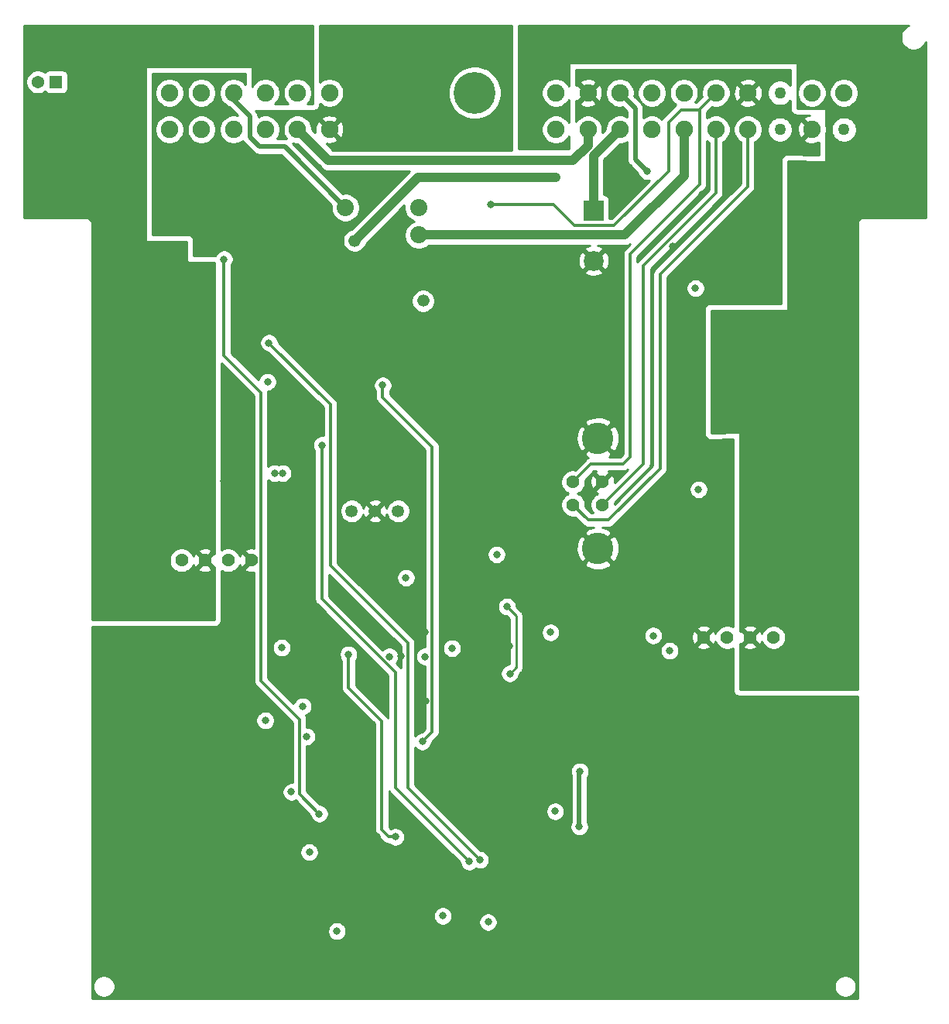
<source format=gbl>
G04 #@! TF.GenerationSoftware,KiCad,Pcbnew,(5.1.6-0-10_14)*
G04 #@! TF.CreationDate,2020-11-30T16:05:06+01:00*
G04 #@! TF.ProjectId,CHAdeMO_V2.0,43484164-654d-44f5-9f56-322e302e6b69,rev?*
G04 #@! TF.SameCoordinates,Original*
G04 #@! TF.FileFunction,Copper,L4,Bot*
G04 #@! TF.FilePolarity,Positive*
%FSLAX46Y46*%
G04 Gerber Fmt 4.6, Leading zero omitted, Abs format (unit mm)*
G04 Created by KiCad (PCBNEW (5.1.6-0-10_14)) date 2020-11-30 16:05:06*
%MOMM*%
%LPD*%
G01*
G04 APERTURE LIST*
G04 #@! TA.AperFunction,ComponentPad*
%ADD10C,1.875000*%
G04 #@! TD*
G04 #@! TA.AperFunction,ComponentPad*
%ADD11C,1.333000*%
G04 #@! TD*
G04 #@! TA.AperFunction,ComponentPad*
%ADD12C,1.350000*%
G04 #@! TD*
G04 #@! TA.AperFunction,ComponentPad*
%ADD13C,4.575000*%
G04 #@! TD*
G04 #@! TA.AperFunction,ComponentPad*
%ADD14C,1.905000*%
G04 #@! TD*
G04 #@! TA.AperFunction,ComponentPad*
%ADD15C,1.270000*%
G04 #@! TD*
G04 #@! TA.AperFunction,ComponentPad*
%ADD16C,1.368000*%
G04 #@! TD*
G04 #@! TA.AperFunction,ComponentPad*
%ADD17R,1.368000X1.368000*%
G04 #@! TD*
G04 #@! TA.AperFunction,ComponentPad*
%ADD18C,2.175000*%
G04 #@! TD*
G04 #@! TA.AperFunction,ComponentPad*
%ADD19R,2.175000X2.175000*%
G04 #@! TD*
G04 #@! TA.AperFunction,ComponentPad*
%ADD20C,1.430000*%
G04 #@! TD*
G04 #@! TA.AperFunction,ComponentPad*
%ADD21C,3.450000*%
G04 #@! TD*
G04 #@! TA.AperFunction,ComponentPad*
%ADD22C,1.431000*%
G04 #@! TD*
G04 #@! TA.AperFunction,ViaPad*
%ADD23C,0.800000*%
G04 #@! TD*
G04 #@! TA.AperFunction,Conductor*
%ADD24C,0.300000*%
G04 #@! TD*
G04 #@! TA.AperFunction,Conductor*
%ADD25C,1.000000*%
G04 #@! TD*
G04 #@! TA.AperFunction,Conductor*
%ADD26C,0.500000*%
G04 #@! TD*
G04 #@! TA.AperFunction,Conductor*
%ADD27C,0.250000*%
G04 #@! TD*
G04 #@! TA.AperFunction,Conductor*
%ADD28C,0.254000*%
G04 #@! TD*
G04 APERTURE END LIST*
D10*
G04 #@! TO.P,K1,5*
G04 #@! TO.N,/CHAdeMO_contactors_GND*
X93868000Y-65541600D03*
G04 #@! TO.P,K1,4*
G04 #@! TO.N,/CHAdeMO-CHARGE-START2_IN2*
X85868000Y-62541600D03*
G04 #@! TO.P,K1,3*
G04 #@! TO.N,Net-(K1-Pad3)*
X93868000Y-62541600D03*
D11*
G04 #@! TO.P,K1,2*
G04 #@! TO.N,/Relay_CHAdeMO_contactors_GND*
X94368000Y-72741600D03*
G04 #@! TO.P,K1,1*
G04 #@! TO.N,+12V*
X86868000Y-66141600D03*
G04 #@! TD*
D12*
G04 #@! TO.P,PS3,3*
G04 #@! TO.N,+3V3*
X86563200Y-95707200D03*
G04 #@! TO.P,PS3,2*
G04 #@! TO.N,Earth*
X89103200Y-95707200D03*
G04 #@! TO.P,PS3,1*
G04 #@! TO.N,Net-(L9-Pad2)*
X91643200Y-95707200D03*
G04 #@! TD*
D13*
G04 #@! TO.P,J2,MH1*
G04 #@! TO.N,Net-(J2-PadMH1)*
X100000000Y-50000000D03*
D14*
G04 #@! TO.P,J2,A20*
G04 #@! TO.N,/CAN0_N*
X108890000Y-50000000D03*
G04 #@! TO.P,J2,A19*
G04 #@! TO.N,Earth*
X112390000Y-50000000D03*
G04 #@! TO.P,J2,A18*
G04 #@! TO.N,/CHAdeMO_contactor2-feedbackIN*
X115890000Y-50000000D03*
G04 #@! TO.P,J2,A17*
G04 #@! TO.N,/ACTIVE-LOW-WAKEUP*
X119390000Y-50000000D03*
G04 #@! TO.P,J2,A16*
G04 #@! TO.N,/CHAdeMO_contactor1-feedbackIN*
X122890000Y-50000000D03*
G04 #@! TO.P,J2,A15*
G04 #@! TO.N,+5V_USB*
X126390000Y-50000000D03*
G04 #@! TO.P,J2,A14*
G04 #@! TO.N,Earth*
X129890000Y-50000000D03*
D15*
G04 #@! TO.P,J2,A13*
G04 #@! TO.N,Net-(J2-PadA13)*
X133390000Y-50000000D03*
D14*
G04 #@! TO.P,J2,A12*
G04 #@! TO.N,/CAN0_N*
X136890000Y-50000000D03*
G04 #@! TO.P,J2,A11*
G04 #@! TO.N,/CAN0_P*
X140390000Y-50000000D03*
G04 #@! TO.P,J2,A10*
X108890000Y-54000000D03*
G04 #@! TO.P,J2,A9*
G04 #@! TO.N,/CHAdeMO-CHARGE-START1_IN1*
X112390000Y-54000000D03*
G04 #@! TO.P,J2,A8*
G04 #@! TO.N,/CAR-12V_always-on*
X115890000Y-54000000D03*
G04 #@! TO.P,J2,A7*
G04 #@! TO.N,Net-(F2-Pad1)*
X119390000Y-54000000D03*
G04 #@! TO.P,J2,A6*
G04 #@! TO.N,/CHAdeMO_contactors_GND*
X122890000Y-54000000D03*
G04 #@! TO.P,J2,A5*
G04 #@! TO.N,/USB_D+*
X126390000Y-54000000D03*
G04 #@! TO.P,J2,A4*
G04 #@! TO.N,/USB_D-*
X129890000Y-54000000D03*
D15*
G04 #@! TO.P,J2,A3*
G04 #@! TO.N,Net-(J2-PadA3)*
X133390000Y-54000000D03*
D14*
G04 #@! TO.P,J2,A2*
G04 #@! TO.N,Earth*
X136890000Y-54000000D03*
D15*
G04 #@! TO.P,J2,A1*
G04 #@! TO.N,Net-(J2-PadA1)*
X140390000Y-54000000D03*
D14*
G04 #@! TO.P,J2,B12*
G04 #@! TO.N,Net-(J2-PadB12)*
X66620000Y-50000000D03*
G04 #@! TO.P,J2,B11*
G04 #@! TO.N,Net-(J2-PadB11)*
X70120000Y-50000000D03*
G04 #@! TO.P,J2,B10*
G04 #@! TO.N,/CHAdeMO-CHARGE-START2_IN2*
X73620000Y-50000000D03*
G04 #@! TO.P,J2,B9*
G04 #@! TO.N,/CAN1_N*
X77120000Y-50000000D03*
G04 #@! TO.P,J2,B8*
G04 #@! TO.N,/CAN1_P*
X80620000Y-50000000D03*
G04 #@! TO.P,J2,B7*
G04 #@! TO.N,/CHAdeMO_PROXIMITY*
X84120000Y-50000000D03*
G04 #@! TO.P,J2,B6*
G04 #@! TO.N,Net-(J2-PadB6)*
X66620000Y-54000000D03*
G04 #@! TO.P,J2,B5*
G04 #@! TO.N,Net-(J2-PadB5)*
X70120000Y-54000000D03*
G04 #@! TO.P,J2,B4*
G04 #@! TO.N,/CHAdeMO_charge_enable*
X73620000Y-54000000D03*
G04 #@! TO.P,J2,B3*
G04 #@! TO.N,Net-(J2-PadB3)*
X77120000Y-54000000D03*
G04 #@! TO.P,J2,B2*
G04 #@! TO.N,/CHAdeMO-CHARGE-START1_IN1*
X80620000Y-54000000D03*
G04 #@! TO.P,J2,B1*
G04 #@! TO.N,Earth*
X84120000Y-54000000D03*
G04 #@! TD*
D16*
G04 #@! TO.P,J4,2*
G04 #@! TO.N,/CAN1_P*
X52213000Y-48810000D03*
D17*
G04 #@! TO.P,J4,1*
G04 #@! TO.N,/CAN1_N*
X54213000Y-48810000D03*
G04 #@! TD*
D18*
G04 #@! TO.P,J3,2*
G04 #@! TO.N,Earth*
X113030000Y-68339600D03*
D19*
G04 #@! TO.P,J3,1*
G04 #@! TO.N,/CAR-12V_always-on*
X113030000Y-62839600D03*
G04 #@! TD*
D20*
G04 #@! TO.P,PS1,4*
G04 #@! TO.N,+5V_0*
X132689600Y-109524800D03*
G04 #@! TO.P,PS1,3*
G04 #@! TO.N,GND_CAN0*
X130149600Y-109524800D03*
G04 #@! TO.P,PS1,2*
G04 #@! TO.N,Net-(C38-Pad2)*
X127609600Y-109524800D03*
G04 #@! TO.P,PS1,1*
G04 #@! TO.N,Earth*
X125069600Y-109524800D03*
G04 #@! TD*
G04 #@! TO.P,PS2,4*
G04 #@! TO.N,+5V_1*
X67945000Y-101092000D03*
G04 #@! TO.P,PS2,3*
G04 #@! TO.N,GND_CAN1*
X70485000Y-101092000D03*
G04 #@! TO.P,PS2,2*
G04 #@! TO.N,Net-(C39-Pad2)*
X73025000Y-101092000D03*
G04 #@! TO.P,PS2,1*
G04 #@! TO.N,Earth*
X75565000Y-101092000D03*
G04 #@! TD*
D21*
G04 #@! TO.P,J1,6*
G04 #@! TO.N,Earth*
X113479400Y-87762200D03*
G04 #@! TO.P,J1,5*
X113479400Y-99802200D03*
D22*
G04 #@! TO.P,J1,4*
X113969400Y-92532200D03*
G04 #@! TO.P,J1,3*
G04 #@! TO.N,/USB_D+*
X113969400Y-95032200D03*
G04 #@! TO.P,J1,2*
G04 #@! TO.N,/USB_D-*
X110769400Y-95032200D03*
G04 #@! TO.P,J1,1*
G04 #@! TO.N,+5V_USB*
X110769400Y-92532200D03*
G04 #@! TD*
D23*
G04 #@! TO.N,Earth*
X105600500Y-118491000D03*
X78562200Y-126365000D03*
X87185500Y-117475000D03*
X76085700Y-116560600D03*
X101855510Y-116550200D03*
X100388847Y-116369000D03*
X94564200Y-108915200D03*
X97510600Y-107950000D03*
X87376000Y-113461800D03*
X98780600Y-104546400D03*
X93649800Y-106172000D03*
X100914200Y-110540800D03*
X103809800Y-110490000D03*
X82270600Y-114706400D03*
X105689400Y-128930400D03*
X96189800Y-135026400D03*
X113080800Y-112623600D03*
X87122000Y-133477000D03*
X97001500Y-116380002D03*
X121640600Y-66802000D03*
X72593200Y-92405200D03*
X74269600Y-85013800D03*
X91821000Y-81965800D03*
X101625400Y-106197400D03*
X114554000Y-129870200D03*
X95504000Y-55943500D03*
X102425500Y-124155200D03*
X97001500Y-126619000D03*
X131762500Y-62484000D03*
X88773000Y-55943500D03*
X88773000Y-44577000D03*
X97091500Y-44577000D03*
X140462000Y-121602500D03*
X140462000Y-132651500D03*
X140462000Y-143700500D03*
X60007500Y-143700500D03*
X119646700Y-148018500D03*
X133731000Y-148018500D03*
X60007500Y-110553500D03*
X60007500Y-121602500D03*
X60007500Y-132651500D03*
X105562400Y-148018500D03*
X91478100Y-148018500D03*
X77393800Y-148018500D03*
X63309500Y-148018500D03*
X100584000Y-94691200D03*
X108204000Y-86080600D03*
X73888600Y-73533000D03*
X85420200Y-89230200D03*
X103098600Y-67589400D03*
X127723900Y-105524300D03*
X110617000Y-118745000D03*
X109677200Y-116738400D03*
X94157800Y-140055600D03*
X124307600Y-98806000D03*
X82296000Y-135432800D03*
X82219800Y-130556000D03*
X107569000Y-111302800D03*
X91948000Y-111556800D03*
X94615000Y-116484400D03*
X79184500Y-124206000D03*
X88836500Y-118999000D03*
X89281000Y-131318000D03*
X122275600Y-79502000D03*
X124777500Y-79502000D03*
X71120000Y-61468000D03*
X121221500Y-96202500D03*
X97663000Y-67691000D03*
X124155200Y-72898000D03*
X115697000Y-60960000D03*
X124841000Y-61087000D03*
G04 #@! TO.N,+3V3*
X79949000Y-126413500D03*
X81610200Y-120345200D03*
X97510600Y-110693200D03*
X94564200Y-111607600D03*
X108305600Y-108966000D03*
X81203800Y-117043200D03*
X81915000Y-132994400D03*
X96520000Y-139954000D03*
X92481400Y-102997000D03*
X78892400Y-110642400D03*
X101473000Y-140639800D03*
X124155200Y-71348600D03*
X84937600Y-141630400D03*
X102412800Y-100457000D03*
X78130400Y-91567000D03*
X78968600Y-91567000D03*
X124485400Y-93345000D03*
X121335800Y-110972600D03*
X119532400Y-109321600D03*
X108813600Y-128524000D03*
X90678000Y-111607600D03*
X77101700Y-118592600D03*
X77343000Y-81584800D03*
G04 #@! TO.N,/CAN1-TX*
X91338400Y-131318000D03*
X86207600Y-111379000D03*
G04 #@! TO.N,+12V*
X106172000Y-59245500D03*
X108839000Y-59245500D03*
G04 #@! TO.N,/VDD_OUT*
X111455200Y-130200400D03*
X111506000Y-124155200D03*
G04 #@! TO.N,/CHAdeMO-charge-enable-signal_D48*
X72593200Y-68173600D03*
X83007200Y-128803400D03*
G04 #@! TO.N,/relay-CHAdeMO-contactors-signal_D49*
X94284800Y-120904000D03*
X89941400Y-81965800D03*
G04 #@! TO.N,/CHAdeMO-charge-start1_3.3Vsignal_IN1_D6*
X77495400Y-77317600D03*
X100568219Y-133848381D03*
G04 #@! TO.N,/CHAdeMO-charge-start2_3.3Vsignal_IN2_D7*
X83286600Y-88493600D03*
X99415600Y-134035800D03*
G04 #@! TO.N,GND_CAN1*
X64109600Y-78359000D03*
X53263800Y-55829200D03*
X69291200Y-88900000D03*
X51816000Y-62484000D03*
X60007500Y-69850000D03*
X60007500Y-83417833D03*
X60007500Y-96985666D03*
X54673500Y-52451000D03*
X68262500Y-68834000D03*
G04 #@! TO.N,GND_CAN0*
X135382000Y-90424000D03*
X140081000Y-43497500D03*
X147828000Y-49720500D03*
X147828000Y-62484000D03*
X140081000Y-69850000D03*
X140081000Y-83417833D03*
X140081000Y-96985666D03*
X140081000Y-110553500D03*
X138633200Y-60190854D03*
X127381000Y-74993500D03*
X106172000Y-54991000D03*
X109918500Y-46228000D03*
X108902500Y-52006500D03*
X105981500Y-43497500D03*
X129032000Y-83058000D03*
X131445000Y-93726000D03*
G04 #@! TO.N,+5V_USB*
X101727000Y-62230000D03*
G04 #@! TO.N,Net-(C13-Pad1)*
X103530400Y-106146600D03*
X103855500Y-113474500D03*
G04 #@! TO.N,/CHAdeMO_contactor2-feedbackIN*
X118872000Y-58547000D03*
G04 #@! TD*
D24*
G04 #@! TO.N,/CAN1-TX*
X89852500Y-130568700D02*
X90601800Y-131318000D01*
X90601800Y-131318000D02*
X91338400Y-131318000D01*
X89852500Y-118706900D02*
X89852500Y-130568700D01*
X86207600Y-115062000D02*
X89852500Y-118706900D01*
X86207600Y-111379000D02*
X86207600Y-115062000D01*
G04 #@! TO.N,/USB_D+*
X118470800Y-68861798D02*
X118470800Y-90530800D01*
X126390400Y-60942198D02*
X118470800Y-68861798D01*
X126390400Y-54000400D02*
X126390400Y-60942198D01*
X118470800Y-90530800D02*
X113969400Y-95032200D01*
X126390000Y-54000000D02*
X126390400Y-54000400D01*
G04 #@! TO.N,/USB_D-*
X129890000Y-60229000D02*
X129890000Y-54000000D01*
X110769400Y-95032200D02*
X112435000Y-96697800D01*
X114668300Y-96697800D02*
X120269000Y-91097100D01*
X120269000Y-69850000D02*
X129890000Y-60229000D01*
X112435000Y-96697800D02*
X114668300Y-96697800D01*
X120269000Y-91097100D02*
X120269000Y-69850000D01*
D25*
G04 #@! TO.N,/CAR-12V_always-on*
X113030000Y-56860000D02*
X115890000Y-54000000D01*
X113030000Y-62839600D02*
X113030000Y-56860000D01*
G04 #@! TO.N,+12V*
X93764100Y-59245500D02*
X108839000Y-59245500D01*
X86868000Y-66141600D02*
X93764100Y-59245500D01*
D26*
G04 #@! TO.N,/VDD_OUT*
X111455200Y-124206000D02*
X111455200Y-130200400D01*
X111506000Y-124155200D02*
X111455200Y-124206000D01*
D25*
G04 #@! TO.N,/CHAdeMO-CHARGE-START1_IN1*
X112390000Y-55758000D02*
X112390000Y-54000000D01*
X110744000Y-57404000D02*
X112390000Y-55758000D01*
X84024000Y-57404000D02*
X110744000Y-57404000D01*
X80620000Y-54000000D02*
X84024000Y-57404000D01*
G04 #@! TO.N,/CHAdeMO_contactors_GND*
X122890000Y-59101000D02*
X122890000Y-54000000D01*
X116449400Y-65541600D02*
X122890000Y-59101000D01*
X93868000Y-65541600D02*
X116449400Y-65541600D01*
D24*
G04 #@! TO.N,/CHAdeMO-charge-enable-signal_D48*
X76630001Y-82776801D02*
X76630001Y-114254999D01*
X72593200Y-78740000D02*
X76630001Y-82776801D01*
X72593200Y-68173600D02*
X72593200Y-78740000D01*
X80860199Y-118485197D02*
X76630001Y-114254999D01*
X80860199Y-126656399D02*
X80860199Y-118485197D01*
X83007200Y-128803400D02*
X80860199Y-126656399D01*
G04 #@! TO.N,/relay-CHAdeMO-contactors-signal_D49*
X95365001Y-88684801D02*
X89941400Y-83261200D01*
X95365001Y-119823799D02*
X95365001Y-88684801D01*
X89941400Y-83261200D02*
X89941400Y-81965800D01*
X94284800Y-120904000D02*
X95365001Y-119823799D01*
D26*
G04 #@! TO.N,/CHAdeMO-CHARGE-START2_IN2*
X73620000Y-50760000D02*
X73620000Y-50000000D01*
X75438000Y-52578000D02*
X73620000Y-50760000D01*
X85868000Y-62541600D02*
X79206400Y-55880000D01*
X75438000Y-54864000D02*
X75438000Y-52578000D01*
X76454000Y-55880000D02*
X75438000Y-54864000D01*
X79206400Y-55880000D02*
X76454000Y-55880000D01*
D24*
G04 #@! TO.N,/CHAdeMO-charge-start1_3.3Vsignal_IN1_D6*
X84239100Y-84061300D02*
X77495400Y-77317600D01*
X84239100Y-101688900D02*
X84239100Y-84061300D01*
X92698001Y-110147801D02*
X84239100Y-101688900D01*
X92698001Y-125978163D02*
X92698001Y-110147801D01*
X100568219Y-133848381D02*
X92698001Y-125978163D01*
G04 #@! TO.N,/CHAdeMO-charge-start2_3.3Vsignal_IN2_D7*
X91313000Y-113352602D02*
X83286600Y-105326202D01*
X91313000Y-125933200D02*
X91313000Y-113352602D01*
X83286600Y-105326202D02*
X83286600Y-88493600D01*
X99415600Y-134035800D02*
X91313000Y-125933200D01*
G04 #@! TO.N,+5V_USB*
X116205000Y-90576400D02*
X112725200Y-90576400D01*
X112725200Y-90576400D02*
X110769400Y-92532200D01*
X116992400Y-67640200D02*
X116992400Y-89789000D01*
X116992400Y-89789000D02*
X116205000Y-90576400D01*
X124612400Y-60020200D02*
X116992400Y-67640200D01*
X126390000Y-50000000D02*
X124612400Y-51777600D01*
X124612400Y-51777600D02*
X124612400Y-60020200D01*
X108661200Y-62230000D02*
X101727000Y-62230000D01*
X110947200Y-64516000D02*
X108661200Y-62230000D01*
X122555000Y-51841400D02*
X121208800Y-53187600D01*
X115265200Y-64516000D02*
X110947200Y-64516000D01*
X121208800Y-58572400D02*
X115265200Y-64516000D01*
X121208800Y-53187600D02*
X121208800Y-58572400D01*
X124612400Y-51841400D02*
X122555000Y-51841400D01*
D27*
G04 #@! TO.N,Net-(C13-Pad1)*
X104571800Y-107188000D02*
X103530400Y-106146600D01*
X104571800Y-112758200D02*
X104571800Y-107188000D01*
X103855500Y-113474500D02*
X104571800Y-112758200D01*
D26*
G04 #@! TO.N,/CHAdeMO_contactor2-feedbackIN*
X115890000Y-50000000D02*
X117576600Y-51686600D01*
X117576600Y-57251600D02*
X118872000Y-58547000D01*
X117576600Y-51686600D02*
X117576600Y-57251600D01*
G04 #@! TD*
D28*
G04 #@! TO.N,Earth*
G36*
X134493000Y-49136224D02*
G01*
X134475120Y-49109465D01*
X134280535Y-48914880D01*
X134051727Y-48761995D01*
X133797490Y-48656686D01*
X133527592Y-48603000D01*
X133252408Y-48603000D01*
X132982510Y-48656686D01*
X132728273Y-48761995D01*
X132499465Y-48914880D01*
X132304880Y-49109465D01*
X132151995Y-49338273D01*
X132046686Y-49592510D01*
X131993000Y-49862408D01*
X131993000Y-50137592D01*
X132046686Y-50407490D01*
X132151995Y-50661727D01*
X132304880Y-50890535D01*
X132499465Y-51085120D01*
X132728273Y-51238005D01*
X132982510Y-51343314D01*
X133252408Y-51397000D01*
X133527592Y-51397000D01*
X133797490Y-51343314D01*
X134051727Y-51238005D01*
X134280535Y-51085120D01*
X134475120Y-50890535D01*
X134493000Y-50863776D01*
X134493000Y-51790602D01*
X134505201Y-51914485D01*
X134541337Y-52033606D01*
X134600017Y-52143389D01*
X134678987Y-52239615D01*
X134775213Y-52318585D01*
X134884996Y-52377266D01*
X135004118Y-52413401D01*
X135128000Y-52425602D01*
X136685901Y-52425601D01*
X136515815Y-52449328D01*
X136220484Y-52552123D01*
X136058098Y-52638919D01*
X135968070Y-52898465D01*
X136890000Y-53820395D01*
X136904143Y-53806253D01*
X137083748Y-53985858D01*
X137069605Y-54000000D01*
X137083748Y-54014143D01*
X136904143Y-54193748D01*
X136890000Y-54179605D01*
X135968070Y-55101535D01*
X136058098Y-55361081D01*
X136339616Y-55497224D01*
X136642286Y-55575829D01*
X136954474Y-55593877D01*
X137264185Y-55550672D01*
X137559516Y-55447877D01*
X137642600Y-55403468D01*
X137642600Y-56751441D01*
X134116840Y-56724568D01*
X133988118Y-56736751D01*
X133868996Y-56772886D01*
X133759213Y-56831567D01*
X133662987Y-56910537D01*
X133584017Y-57006763D01*
X133525336Y-57116546D01*
X133489201Y-57235668D01*
X133477000Y-57359550D01*
X133477000Y-73025000D01*
X125730000Y-73025000D01*
X125606118Y-73037201D01*
X125486996Y-73073336D01*
X125377213Y-73132017D01*
X125280987Y-73210987D01*
X125202017Y-73307213D01*
X125143336Y-73416996D01*
X125107201Y-73536118D01*
X125095000Y-73660000D01*
X125095000Y-87274400D01*
X125107956Y-87402017D01*
X125144805Y-87520920D01*
X125204143Y-87630349D01*
X125283689Y-87726099D01*
X125380387Y-87804490D01*
X125490520Y-87862511D01*
X125609857Y-87897931D01*
X125733810Y-87909389D01*
X128270000Y-87894172D01*
X128270000Y-108342434D01*
X128249065Y-108328446D01*
X128003380Y-108226680D01*
X127742563Y-108174800D01*
X127476637Y-108174800D01*
X127215820Y-108226680D01*
X126970135Y-108328446D01*
X126749025Y-108476187D01*
X126560987Y-108664225D01*
X126413246Y-108885335D01*
X126338858Y-109064925D01*
X126292739Y-108938194D01*
X126236886Y-108833698D01*
X126001588Y-108772417D01*
X125249205Y-109524800D01*
X126001588Y-110277183D01*
X126236886Y-110215902D01*
X126341617Y-109991337D01*
X126413246Y-110164265D01*
X126560987Y-110385375D01*
X126749025Y-110573413D01*
X126970135Y-110721154D01*
X127215820Y-110822920D01*
X127476637Y-110874800D01*
X127742563Y-110874800D01*
X128003380Y-110822920D01*
X128249065Y-110721154D01*
X128270000Y-110707166D01*
X128270000Y-115309650D01*
X128282165Y-115433348D01*
X128318264Y-115552480D01*
X128376912Y-115662280D01*
X128455854Y-115758530D01*
X128552056Y-115837528D01*
X128661822Y-115896241D01*
X128780933Y-115932412D01*
X128904812Y-115944650D01*
X141865000Y-115948496D01*
X141865000Y-148984500D01*
X58135000Y-148984500D01*
X58135000Y-147550727D01*
X58239000Y-147550727D01*
X58239000Y-147789273D01*
X58285538Y-148023236D01*
X58376825Y-148243624D01*
X58509354Y-148441968D01*
X58678032Y-148610646D01*
X58876376Y-148743175D01*
X59096764Y-148834462D01*
X59330727Y-148881000D01*
X59569273Y-148881000D01*
X59803236Y-148834462D01*
X60023624Y-148743175D01*
X60221968Y-148610646D01*
X60390646Y-148441968D01*
X60523175Y-148243624D01*
X60614462Y-148023236D01*
X60661000Y-147789273D01*
X60661000Y-147550727D01*
X139339000Y-147550727D01*
X139339000Y-147789273D01*
X139385538Y-148023236D01*
X139476825Y-148243624D01*
X139609354Y-148441968D01*
X139778032Y-148610646D01*
X139976376Y-148743175D01*
X140196764Y-148834462D01*
X140430727Y-148881000D01*
X140669273Y-148881000D01*
X140903236Y-148834462D01*
X141123624Y-148743175D01*
X141321968Y-148610646D01*
X141490646Y-148441968D01*
X141623175Y-148243624D01*
X141714462Y-148023236D01*
X141761000Y-147789273D01*
X141761000Y-147550727D01*
X141714462Y-147316764D01*
X141623175Y-147096376D01*
X141490646Y-146898032D01*
X141321968Y-146729354D01*
X141123624Y-146596825D01*
X140903236Y-146505538D01*
X140669273Y-146459000D01*
X140430727Y-146459000D01*
X140196764Y-146505538D01*
X139976376Y-146596825D01*
X139778032Y-146729354D01*
X139609354Y-146898032D01*
X139476825Y-147096376D01*
X139385538Y-147316764D01*
X139339000Y-147550727D01*
X60661000Y-147550727D01*
X60614462Y-147316764D01*
X60523175Y-147096376D01*
X60390646Y-146898032D01*
X60221968Y-146729354D01*
X60023624Y-146596825D01*
X59803236Y-146505538D01*
X59569273Y-146459000D01*
X59330727Y-146459000D01*
X59096764Y-146505538D01*
X58876376Y-146596825D01*
X58678032Y-146729354D01*
X58509354Y-146898032D01*
X58376825Y-147096376D01*
X58285538Y-147316764D01*
X58239000Y-147550727D01*
X58135000Y-147550727D01*
X58135000Y-141528461D01*
X83902600Y-141528461D01*
X83902600Y-141732339D01*
X83942374Y-141932298D01*
X84020395Y-142120656D01*
X84133663Y-142290174D01*
X84277826Y-142434337D01*
X84447344Y-142547605D01*
X84635702Y-142625626D01*
X84835661Y-142665400D01*
X85039539Y-142665400D01*
X85239498Y-142625626D01*
X85427856Y-142547605D01*
X85597374Y-142434337D01*
X85741537Y-142290174D01*
X85854805Y-142120656D01*
X85932826Y-141932298D01*
X85972600Y-141732339D01*
X85972600Y-141528461D01*
X85932826Y-141328502D01*
X85854805Y-141140144D01*
X85741537Y-140970626D01*
X85597374Y-140826463D01*
X85427856Y-140713195D01*
X85239498Y-140635174D01*
X85039539Y-140595400D01*
X84835661Y-140595400D01*
X84635702Y-140635174D01*
X84447344Y-140713195D01*
X84277826Y-140826463D01*
X84133663Y-140970626D01*
X84020395Y-141140144D01*
X83942374Y-141328502D01*
X83902600Y-141528461D01*
X58135000Y-141528461D01*
X58135000Y-139852061D01*
X95485000Y-139852061D01*
X95485000Y-140055939D01*
X95524774Y-140255898D01*
X95602795Y-140444256D01*
X95716063Y-140613774D01*
X95860226Y-140757937D01*
X96029744Y-140871205D01*
X96218102Y-140949226D01*
X96418061Y-140989000D01*
X96621939Y-140989000D01*
X96821898Y-140949226D01*
X97010256Y-140871205D01*
X97179774Y-140757937D01*
X97323937Y-140613774D01*
X97374660Y-140537861D01*
X100438000Y-140537861D01*
X100438000Y-140741739D01*
X100477774Y-140941698D01*
X100555795Y-141130056D01*
X100669063Y-141299574D01*
X100813226Y-141443737D01*
X100982744Y-141557005D01*
X101171102Y-141635026D01*
X101371061Y-141674800D01*
X101574939Y-141674800D01*
X101774898Y-141635026D01*
X101963256Y-141557005D01*
X102132774Y-141443737D01*
X102276937Y-141299574D01*
X102390205Y-141130056D01*
X102468226Y-140941698D01*
X102508000Y-140741739D01*
X102508000Y-140537861D01*
X102468226Y-140337902D01*
X102390205Y-140149544D01*
X102276937Y-139980026D01*
X102132774Y-139835863D01*
X101963256Y-139722595D01*
X101774898Y-139644574D01*
X101574939Y-139604800D01*
X101371061Y-139604800D01*
X101171102Y-139644574D01*
X100982744Y-139722595D01*
X100813226Y-139835863D01*
X100669063Y-139980026D01*
X100555795Y-140149544D01*
X100477774Y-140337902D01*
X100438000Y-140537861D01*
X97374660Y-140537861D01*
X97437205Y-140444256D01*
X97515226Y-140255898D01*
X97555000Y-140055939D01*
X97555000Y-139852061D01*
X97515226Y-139652102D01*
X97437205Y-139463744D01*
X97323937Y-139294226D01*
X97179774Y-139150063D01*
X97010256Y-139036795D01*
X96821898Y-138958774D01*
X96621939Y-138919000D01*
X96418061Y-138919000D01*
X96218102Y-138958774D01*
X96029744Y-139036795D01*
X95860226Y-139150063D01*
X95716063Y-139294226D01*
X95602795Y-139463744D01*
X95524774Y-139652102D01*
X95485000Y-139852061D01*
X58135000Y-139852061D01*
X58135000Y-132892461D01*
X80880000Y-132892461D01*
X80880000Y-133096339D01*
X80919774Y-133296298D01*
X80997795Y-133484656D01*
X81111063Y-133654174D01*
X81255226Y-133798337D01*
X81424744Y-133911605D01*
X81613102Y-133989626D01*
X81813061Y-134029400D01*
X82016939Y-134029400D01*
X82216898Y-133989626D01*
X82405256Y-133911605D01*
X82574774Y-133798337D01*
X82718937Y-133654174D01*
X82832205Y-133484656D01*
X82910226Y-133296298D01*
X82950000Y-133096339D01*
X82950000Y-132892461D01*
X82910226Y-132692502D01*
X82832205Y-132504144D01*
X82718937Y-132334626D01*
X82574774Y-132190463D01*
X82405256Y-132077195D01*
X82216898Y-131999174D01*
X82016939Y-131959400D01*
X81813061Y-131959400D01*
X81613102Y-131999174D01*
X81424744Y-132077195D01*
X81255226Y-132190463D01*
X81111063Y-132334626D01*
X80997795Y-132504144D01*
X80919774Y-132692502D01*
X80880000Y-132892461D01*
X58135000Y-132892461D01*
X58135000Y-118490661D01*
X76066700Y-118490661D01*
X76066700Y-118694539D01*
X76106474Y-118894498D01*
X76184495Y-119082856D01*
X76297763Y-119252374D01*
X76441926Y-119396537D01*
X76611444Y-119509805D01*
X76799802Y-119587826D01*
X76999761Y-119627600D01*
X77203639Y-119627600D01*
X77403598Y-119587826D01*
X77591956Y-119509805D01*
X77761474Y-119396537D01*
X77905637Y-119252374D01*
X78018905Y-119082856D01*
X78096926Y-118894498D01*
X78136700Y-118694539D01*
X78136700Y-118490661D01*
X78096926Y-118290702D01*
X78018905Y-118102344D01*
X77905637Y-117932826D01*
X77761474Y-117788663D01*
X77591956Y-117675395D01*
X77403598Y-117597374D01*
X77203639Y-117557600D01*
X76999761Y-117557600D01*
X76799802Y-117597374D01*
X76611444Y-117675395D01*
X76441926Y-117788663D01*
X76297763Y-117932826D01*
X76184495Y-118102344D01*
X76106474Y-118290702D01*
X76066700Y-118490661D01*
X58135000Y-118490661D01*
X58135000Y-108338551D01*
X71627459Y-108350050D01*
X71751882Y-108337849D01*
X71871004Y-108301714D01*
X71980787Y-108243033D01*
X72077013Y-108164063D01*
X72155983Y-108067837D01*
X72214664Y-107958054D01*
X72250799Y-107838932D01*
X72263000Y-107715050D01*
X72263000Y-102206479D01*
X72385535Y-102288354D01*
X72631220Y-102390120D01*
X72892037Y-102442000D01*
X73157963Y-102442000D01*
X73418780Y-102390120D01*
X73664465Y-102288354D01*
X73885575Y-102140613D01*
X74073613Y-101952575D01*
X74221354Y-101731465D01*
X74295742Y-101551875D01*
X74341861Y-101678606D01*
X74397714Y-101783102D01*
X74633012Y-101844383D01*
X75385395Y-101092000D01*
X74633012Y-100339617D01*
X74397714Y-100400898D01*
X74292983Y-100625463D01*
X74221354Y-100452535D01*
X74073613Y-100231425D01*
X73885575Y-100043387D01*
X73664465Y-99895646D01*
X73418780Y-99793880D01*
X73157963Y-99742000D01*
X72892037Y-99742000D01*
X72631220Y-99793880D01*
X72385535Y-99895646D01*
X72263000Y-99977521D01*
X72263000Y-79519957D01*
X75845001Y-83101958D01*
X75845002Y-99770684D01*
X75756794Y-99749095D01*
X75491121Y-99737482D01*
X75228288Y-99777922D01*
X74978394Y-99868861D01*
X74873898Y-99924714D01*
X74812617Y-100160012D01*
X75565000Y-100912395D01*
X75579143Y-100898253D01*
X75758748Y-101077858D01*
X75744605Y-101092000D01*
X75758748Y-101106143D01*
X75579143Y-101285748D01*
X75565000Y-101271605D01*
X74812617Y-102023988D01*
X74873898Y-102259286D01*
X75114903Y-102371684D01*
X75373206Y-102434905D01*
X75638879Y-102446518D01*
X75845002Y-102414804D01*
X75845002Y-114216436D01*
X75841204Y-114254999D01*
X75856360Y-114408885D01*
X75901247Y-114556858D01*
X75901248Y-114556859D01*
X75974140Y-114693232D01*
X76014691Y-114742643D01*
X76047656Y-114782811D01*
X76047660Y-114782815D01*
X76072238Y-114812763D01*
X76102186Y-114837341D01*
X80075200Y-118810356D01*
X80075199Y-125383326D01*
X80050939Y-125378500D01*
X79847061Y-125378500D01*
X79647102Y-125418274D01*
X79458744Y-125496295D01*
X79289226Y-125609563D01*
X79145063Y-125753726D01*
X79031795Y-125923244D01*
X78953774Y-126111602D01*
X78914000Y-126311561D01*
X78914000Y-126515439D01*
X78953774Y-126715398D01*
X79031795Y-126903756D01*
X79145063Y-127073274D01*
X79289226Y-127217437D01*
X79458744Y-127330705D01*
X79647102Y-127408726D01*
X79847061Y-127448500D01*
X80050939Y-127448500D01*
X80250898Y-127408726D01*
X80428714Y-127335071D01*
X81972200Y-128878558D01*
X81972200Y-128905339D01*
X82011974Y-129105298D01*
X82089995Y-129293656D01*
X82203263Y-129463174D01*
X82347426Y-129607337D01*
X82516944Y-129720605D01*
X82705302Y-129798626D01*
X82905261Y-129838400D01*
X83109139Y-129838400D01*
X83309098Y-129798626D01*
X83497456Y-129720605D01*
X83666974Y-129607337D01*
X83811137Y-129463174D01*
X83924405Y-129293656D01*
X84002426Y-129105298D01*
X84042200Y-128905339D01*
X84042200Y-128701461D01*
X84002426Y-128501502D01*
X83924405Y-128313144D01*
X83811137Y-128143626D01*
X83666974Y-127999463D01*
X83497456Y-127886195D01*
X83309098Y-127808174D01*
X83109139Y-127768400D01*
X83082358Y-127768400D01*
X81645199Y-126331242D01*
X81645199Y-121380200D01*
X81712139Y-121380200D01*
X81912098Y-121340426D01*
X82100456Y-121262405D01*
X82269974Y-121149137D01*
X82414137Y-121004974D01*
X82527405Y-120835456D01*
X82605426Y-120647098D01*
X82645200Y-120447139D01*
X82645200Y-120243261D01*
X82605426Y-120043302D01*
X82527405Y-119854944D01*
X82414137Y-119685426D01*
X82269974Y-119541263D01*
X82100456Y-119427995D01*
X81912098Y-119349974D01*
X81712139Y-119310200D01*
X81645199Y-119310200D01*
X81645199Y-118523749D01*
X81648996Y-118485196D01*
X81645199Y-118446643D01*
X81645199Y-118446636D01*
X81633840Y-118331310D01*
X81588953Y-118183337D01*
X81516061Y-118046964D01*
X81508203Y-118037389D01*
X81694056Y-117960405D01*
X81863574Y-117847137D01*
X82007737Y-117702974D01*
X82121005Y-117533456D01*
X82199026Y-117345098D01*
X82238800Y-117145139D01*
X82238800Y-116941261D01*
X82199026Y-116741302D01*
X82121005Y-116552944D01*
X82007737Y-116383426D01*
X81863574Y-116239263D01*
X81694056Y-116125995D01*
X81505698Y-116047974D01*
X81305739Y-116008200D01*
X81101861Y-116008200D01*
X80901902Y-116047974D01*
X80713544Y-116125995D01*
X80544026Y-116239263D01*
X80399863Y-116383426D01*
X80286595Y-116552944D01*
X80213813Y-116728654D01*
X77415001Y-113929842D01*
X77415001Y-110540461D01*
X77857400Y-110540461D01*
X77857400Y-110744339D01*
X77897174Y-110944298D01*
X77975195Y-111132656D01*
X78088463Y-111302174D01*
X78232626Y-111446337D01*
X78402144Y-111559605D01*
X78590502Y-111637626D01*
X78790461Y-111677400D01*
X78994339Y-111677400D01*
X79194298Y-111637626D01*
X79382656Y-111559605D01*
X79552174Y-111446337D01*
X79696337Y-111302174D01*
X79809605Y-111132656D01*
X79887626Y-110944298D01*
X79927400Y-110744339D01*
X79927400Y-110540461D01*
X79887626Y-110340502D01*
X79809605Y-110152144D01*
X79696337Y-109982626D01*
X79552174Y-109838463D01*
X79382656Y-109725195D01*
X79194298Y-109647174D01*
X78994339Y-109607400D01*
X78790461Y-109607400D01*
X78590502Y-109647174D01*
X78402144Y-109725195D01*
X78232626Y-109838463D01*
X78088463Y-109982626D01*
X77975195Y-110152144D01*
X77897174Y-110340502D01*
X77857400Y-110540461D01*
X77415001Y-110540461D01*
X77415001Y-92315312D01*
X77470626Y-92370937D01*
X77640144Y-92484205D01*
X77828502Y-92562226D01*
X78028461Y-92602000D01*
X78232339Y-92602000D01*
X78432298Y-92562226D01*
X78549500Y-92513679D01*
X78666702Y-92562226D01*
X78866661Y-92602000D01*
X79070539Y-92602000D01*
X79270498Y-92562226D01*
X79458856Y-92484205D01*
X79628374Y-92370937D01*
X79772537Y-92226774D01*
X79885805Y-92057256D01*
X79963826Y-91868898D01*
X80003600Y-91668939D01*
X80003600Y-91465061D01*
X79963826Y-91265102D01*
X79885805Y-91076744D01*
X79772537Y-90907226D01*
X79628374Y-90763063D01*
X79458856Y-90649795D01*
X79270498Y-90571774D01*
X79070539Y-90532000D01*
X78866661Y-90532000D01*
X78666702Y-90571774D01*
X78549500Y-90620321D01*
X78432298Y-90571774D01*
X78232339Y-90532000D01*
X78028461Y-90532000D01*
X77828502Y-90571774D01*
X77640144Y-90649795D01*
X77470626Y-90763063D01*
X77415001Y-90818688D01*
X77415001Y-82815357D01*
X77418798Y-82776801D01*
X77415001Y-82738241D01*
X77415001Y-82738240D01*
X77409152Y-82678855D01*
X77403643Y-82622914D01*
X77402698Y-82619800D01*
X77444939Y-82619800D01*
X77644898Y-82580026D01*
X77833256Y-82502005D01*
X78002774Y-82388737D01*
X78146937Y-82244574D01*
X78260205Y-82075056D01*
X78338226Y-81886698D01*
X78378000Y-81686739D01*
X78378000Y-81482861D01*
X78338226Y-81282902D01*
X78260205Y-81094544D01*
X78146937Y-80925026D01*
X78002774Y-80780863D01*
X77833256Y-80667595D01*
X77644898Y-80589574D01*
X77444939Y-80549800D01*
X77241061Y-80549800D01*
X77041102Y-80589574D01*
X76852744Y-80667595D01*
X76683226Y-80780863D01*
X76539063Y-80925026D01*
X76425795Y-81094544D01*
X76347774Y-81282902D01*
X76330932Y-81367575D01*
X73378200Y-78414843D01*
X73378200Y-77215661D01*
X76460400Y-77215661D01*
X76460400Y-77419539D01*
X76500174Y-77619498D01*
X76578195Y-77807856D01*
X76691463Y-77977374D01*
X76835626Y-78121537D01*
X77005144Y-78234805D01*
X77193502Y-78312826D01*
X77393461Y-78352600D01*
X77420243Y-78352600D01*
X83454101Y-84386459D01*
X83454101Y-87471641D01*
X83388539Y-87458600D01*
X83184661Y-87458600D01*
X82984702Y-87498374D01*
X82796344Y-87576395D01*
X82626826Y-87689663D01*
X82482663Y-87833826D01*
X82369395Y-88003344D01*
X82291374Y-88191702D01*
X82251600Y-88391661D01*
X82251600Y-88595539D01*
X82291374Y-88795498D01*
X82369395Y-88983856D01*
X82482663Y-89153374D01*
X82501601Y-89172312D01*
X82501600Y-105287649D01*
X82497803Y-105326202D01*
X82501600Y-105364755D01*
X82501600Y-105364762D01*
X82512959Y-105480088D01*
X82557846Y-105628061D01*
X82630738Y-105764434D01*
X82728836Y-105883966D01*
X82758790Y-105908549D01*
X90528001Y-113677760D01*
X90528001Y-118305409D01*
X90508362Y-118268667D01*
X90458950Y-118208459D01*
X90434845Y-118179087D01*
X90434842Y-118179084D01*
X90410264Y-118149136D01*
X90380317Y-118124559D01*
X86992600Y-114736843D01*
X86992600Y-112057711D01*
X87011537Y-112038774D01*
X87124805Y-111869256D01*
X87202826Y-111680898D01*
X87242600Y-111480939D01*
X87242600Y-111277061D01*
X87202826Y-111077102D01*
X87124805Y-110888744D01*
X87011537Y-110719226D01*
X86867374Y-110575063D01*
X86697856Y-110461795D01*
X86509498Y-110383774D01*
X86309539Y-110344000D01*
X86105661Y-110344000D01*
X85905702Y-110383774D01*
X85717344Y-110461795D01*
X85547826Y-110575063D01*
X85403663Y-110719226D01*
X85290395Y-110888744D01*
X85212374Y-111077102D01*
X85172600Y-111277061D01*
X85172600Y-111480939D01*
X85212374Y-111680898D01*
X85290395Y-111869256D01*
X85403663Y-112038774D01*
X85422600Y-112057711D01*
X85422601Y-115023437D01*
X85418803Y-115062000D01*
X85433959Y-115215886D01*
X85478846Y-115363859D01*
X85478847Y-115363860D01*
X85551739Y-115500233D01*
X85592290Y-115549644D01*
X85625255Y-115589812D01*
X85625259Y-115589816D01*
X85649837Y-115619764D01*
X85679785Y-115644342D01*
X89067500Y-119032058D01*
X89067501Y-130530137D01*
X89063703Y-130568700D01*
X89078859Y-130722586D01*
X89123746Y-130870559D01*
X89123747Y-130870560D01*
X89196639Y-131006933D01*
X89237190Y-131056344D01*
X89270155Y-131096512D01*
X89270159Y-131096516D01*
X89294737Y-131126464D01*
X89324685Y-131151042D01*
X90019457Y-131845815D01*
X90044036Y-131875764D01*
X90073984Y-131900342D01*
X90073987Y-131900345D01*
X90103359Y-131924450D01*
X90163567Y-131973862D01*
X90299940Y-132046754D01*
X90400291Y-132077195D01*
X90447912Y-132091641D01*
X90462290Y-132093057D01*
X90563239Y-132103000D01*
X90563246Y-132103000D01*
X90601799Y-132106797D01*
X90640352Y-132103000D01*
X90659689Y-132103000D01*
X90678626Y-132121937D01*
X90848144Y-132235205D01*
X91036502Y-132313226D01*
X91236461Y-132353000D01*
X91440339Y-132353000D01*
X91640298Y-132313226D01*
X91828656Y-132235205D01*
X91998174Y-132121937D01*
X92142337Y-131977774D01*
X92255605Y-131808256D01*
X92333626Y-131619898D01*
X92373400Y-131419939D01*
X92373400Y-131216061D01*
X92333626Y-131016102D01*
X92255605Y-130827744D01*
X92142337Y-130658226D01*
X91998174Y-130514063D01*
X91828656Y-130400795D01*
X91640298Y-130322774D01*
X91440339Y-130283000D01*
X91236461Y-130283000D01*
X91036502Y-130322774D01*
X90848144Y-130400795D01*
X90816138Y-130422181D01*
X90637500Y-130243543D01*
X90637500Y-126334691D01*
X90657138Y-126371432D01*
X90755236Y-126490964D01*
X90785190Y-126515547D01*
X98380600Y-134110957D01*
X98380600Y-134137739D01*
X98420374Y-134337698D01*
X98498395Y-134526056D01*
X98611663Y-134695574D01*
X98755826Y-134839737D01*
X98925344Y-134953005D01*
X99113702Y-135031026D01*
X99313661Y-135070800D01*
X99517539Y-135070800D01*
X99717498Y-135031026D01*
X99905856Y-134953005D01*
X100075374Y-134839737D01*
X100128565Y-134786546D01*
X100266321Y-134843607D01*
X100466280Y-134883381D01*
X100670158Y-134883381D01*
X100870117Y-134843607D01*
X101058475Y-134765586D01*
X101227993Y-134652318D01*
X101372156Y-134508155D01*
X101485424Y-134338637D01*
X101563445Y-134150279D01*
X101603219Y-133950320D01*
X101603219Y-133746442D01*
X101563445Y-133546483D01*
X101485424Y-133358125D01*
X101372156Y-133188607D01*
X101227993Y-133044444D01*
X101058475Y-132931176D01*
X100870117Y-132853155D01*
X100670158Y-132813381D01*
X100643377Y-132813381D01*
X97928457Y-130098461D01*
X110420200Y-130098461D01*
X110420200Y-130302339D01*
X110459974Y-130502298D01*
X110537995Y-130690656D01*
X110651263Y-130860174D01*
X110795426Y-131004337D01*
X110964944Y-131117605D01*
X111153302Y-131195626D01*
X111353261Y-131235400D01*
X111557139Y-131235400D01*
X111757098Y-131195626D01*
X111945456Y-131117605D01*
X112114974Y-131004337D01*
X112259137Y-130860174D01*
X112372405Y-130690656D01*
X112450426Y-130502298D01*
X112490200Y-130302339D01*
X112490200Y-130098461D01*
X112450426Y-129898502D01*
X112372405Y-129710144D01*
X112340200Y-129661946D01*
X112340200Y-124769682D01*
X112423205Y-124645456D01*
X112501226Y-124457098D01*
X112541000Y-124257139D01*
X112541000Y-124053261D01*
X112501226Y-123853302D01*
X112423205Y-123664944D01*
X112309937Y-123495426D01*
X112165774Y-123351263D01*
X111996256Y-123237995D01*
X111807898Y-123159974D01*
X111607939Y-123120200D01*
X111404061Y-123120200D01*
X111204102Y-123159974D01*
X111015744Y-123237995D01*
X110846226Y-123351263D01*
X110702063Y-123495426D01*
X110588795Y-123664944D01*
X110510774Y-123853302D01*
X110471000Y-124053261D01*
X110471000Y-124257139D01*
X110510774Y-124457098D01*
X110570200Y-124600564D01*
X110570201Y-129661944D01*
X110537995Y-129710144D01*
X110459974Y-129898502D01*
X110420200Y-130098461D01*
X97928457Y-130098461D01*
X96252057Y-128422061D01*
X107778600Y-128422061D01*
X107778600Y-128625939D01*
X107818374Y-128825898D01*
X107896395Y-129014256D01*
X108009663Y-129183774D01*
X108153826Y-129327937D01*
X108323344Y-129441205D01*
X108511702Y-129519226D01*
X108711661Y-129559000D01*
X108915539Y-129559000D01*
X109115498Y-129519226D01*
X109303856Y-129441205D01*
X109473374Y-129327937D01*
X109617537Y-129183774D01*
X109730805Y-129014256D01*
X109808826Y-128825898D01*
X109848600Y-128625939D01*
X109848600Y-128422061D01*
X109808826Y-128222102D01*
X109730805Y-128033744D01*
X109617537Y-127864226D01*
X109473374Y-127720063D01*
X109303856Y-127606795D01*
X109115498Y-127528774D01*
X108915539Y-127489000D01*
X108711661Y-127489000D01*
X108511702Y-127528774D01*
X108323344Y-127606795D01*
X108153826Y-127720063D01*
X108009663Y-127864226D01*
X107896395Y-128033744D01*
X107818374Y-128222102D01*
X107778600Y-128422061D01*
X96252057Y-128422061D01*
X93483001Y-125653006D01*
X93483001Y-121565912D01*
X93625026Y-121707937D01*
X93794544Y-121821205D01*
X93982902Y-121899226D01*
X94182861Y-121939000D01*
X94386739Y-121939000D01*
X94586698Y-121899226D01*
X94775056Y-121821205D01*
X94944574Y-121707937D01*
X95088737Y-121563774D01*
X95202005Y-121394256D01*
X95280026Y-121205898D01*
X95319800Y-121005939D01*
X95319800Y-120979157D01*
X95892818Y-120406140D01*
X95922765Y-120381563D01*
X96020863Y-120262032D01*
X96093755Y-120125659D01*
X96093755Y-120125658D01*
X96138643Y-119977686D01*
X96149347Y-119869000D01*
X96150001Y-119862360D01*
X96150001Y-119862355D01*
X96153798Y-119823799D01*
X96150001Y-119785243D01*
X96150001Y-110591261D01*
X96475600Y-110591261D01*
X96475600Y-110795139D01*
X96515374Y-110995098D01*
X96593395Y-111183456D01*
X96706663Y-111352974D01*
X96850826Y-111497137D01*
X97020344Y-111610405D01*
X97208702Y-111688426D01*
X97408661Y-111728200D01*
X97612539Y-111728200D01*
X97812498Y-111688426D01*
X98000856Y-111610405D01*
X98170374Y-111497137D01*
X98314537Y-111352974D01*
X98427805Y-111183456D01*
X98505826Y-110995098D01*
X98545600Y-110795139D01*
X98545600Y-110591261D01*
X98505826Y-110391302D01*
X98427805Y-110202944D01*
X98314537Y-110033426D01*
X98170374Y-109889263D01*
X98000856Y-109775995D01*
X97812498Y-109697974D01*
X97612539Y-109658200D01*
X97408661Y-109658200D01*
X97208702Y-109697974D01*
X97020344Y-109775995D01*
X96850826Y-109889263D01*
X96706663Y-110033426D01*
X96593395Y-110202944D01*
X96515374Y-110391302D01*
X96475600Y-110591261D01*
X96150001Y-110591261D01*
X96150001Y-106044661D01*
X102495400Y-106044661D01*
X102495400Y-106248539D01*
X102535174Y-106448498D01*
X102613195Y-106636856D01*
X102726463Y-106806374D01*
X102870626Y-106950537D01*
X103040144Y-107063805D01*
X103228502Y-107141826D01*
X103428461Y-107181600D01*
X103490599Y-107181600D01*
X103811801Y-107502803D01*
X103811800Y-112439500D01*
X103753561Y-112439500D01*
X103553602Y-112479274D01*
X103365244Y-112557295D01*
X103195726Y-112670563D01*
X103051563Y-112814726D01*
X102938295Y-112984244D01*
X102860274Y-113172602D01*
X102820500Y-113372561D01*
X102820500Y-113576439D01*
X102860274Y-113776398D01*
X102938295Y-113964756D01*
X103051563Y-114134274D01*
X103195726Y-114278437D01*
X103365244Y-114391705D01*
X103553602Y-114469726D01*
X103753561Y-114509500D01*
X103957439Y-114509500D01*
X104157398Y-114469726D01*
X104345756Y-114391705D01*
X104515274Y-114278437D01*
X104659437Y-114134274D01*
X104772705Y-113964756D01*
X104850726Y-113776398D01*
X104890500Y-113576439D01*
X104890500Y-113514302D01*
X105082804Y-113321998D01*
X105111801Y-113298201D01*
X105206774Y-113182476D01*
X105277346Y-113050447D01*
X105320803Y-112907186D01*
X105331800Y-112795533D01*
X105331800Y-112795524D01*
X105335476Y-112758201D01*
X105331800Y-112720878D01*
X105331800Y-110870661D01*
X120300800Y-110870661D01*
X120300800Y-111074539D01*
X120340574Y-111274498D01*
X120418595Y-111462856D01*
X120531863Y-111632374D01*
X120676026Y-111776537D01*
X120845544Y-111889805D01*
X121033902Y-111967826D01*
X121233861Y-112007600D01*
X121437739Y-112007600D01*
X121637698Y-111967826D01*
X121826056Y-111889805D01*
X121995574Y-111776537D01*
X122139737Y-111632374D01*
X122253005Y-111462856D01*
X122331026Y-111274498D01*
X122370800Y-111074539D01*
X122370800Y-110870661D01*
X122331026Y-110670702D01*
X122253005Y-110482344D01*
X122235930Y-110456788D01*
X124317217Y-110456788D01*
X124378498Y-110692086D01*
X124619503Y-110804484D01*
X124877806Y-110867705D01*
X125143479Y-110879318D01*
X125406312Y-110838878D01*
X125656206Y-110747939D01*
X125760702Y-110692086D01*
X125821983Y-110456788D01*
X125069600Y-109704405D01*
X124317217Y-110456788D01*
X122235930Y-110456788D01*
X122139737Y-110312826D01*
X121995574Y-110168663D01*
X121826056Y-110055395D01*
X121637698Y-109977374D01*
X121437739Y-109937600D01*
X121233861Y-109937600D01*
X121033902Y-109977374D01*
X120845544Y-110055395D01*
X120676026Y-110168663D01*
X120531863Y-110312826D01*
X120418595Y-110482344D01*
X120340574Y-110670702D01*
X120300800Y-110870661D01*
X105331800Y-110870661D01*
X105331800Y-108864061D01*
X107270600Y-108864061D01*
X107270600Y-109067939D01*
X107310374Y-109267898D01*
X107388395Y-109456256D01*
X107501663Y-109625774D01*
X107645826Y-109769937D01*
X107815344Y-109883205D01*
X108003702Y-109961226D01*
X108203661Y-110001000D01*
X108407539Y-110001000D01*
X108607498Y-109961226D01*
X108795856Y-109883205D01*
X108965374Y-109769937D01*
X109109537Y-109625774D01*
X109222805Y-109456256D01*
X109300826Y-109267898D01*
X109310420Y-109219661D01*
X118497400Y-109219661D01*
X118497400Y-109423539D01*
X118537174Y-109623498D01*
X118615195Y-109811856D01*
X118728463Y-109981374D01*
X118872626Y-110125537D01*
X119042144Y-110238805D01*
X119230502Y-110316826D01*
X119430461Y-110356600D01*
X119634339Y-110356600D01*
X119834298Y-110316826D01*
X120022656Y-110238805D01*
X120192174Y-110125537D01*
X120336337Y-109981374D01*
X120449605Y-109811856D01*
X120527626Y-109623498D01*
X120532562Y-109598679D01*
X123715082Y-109598679D01*
X123755522Y-109861512D01*
X123846461Y-110111406D01*
X123902314Y-110215902D01*
X124137612Y-110277183D01*
X124889995Y-109524800D01*
X124137612Y-108772417D01*
X123902314Y-108833698D01*
X123789916Y-109074703D01*
X123726695Y-109333006D01*
X123715082Y-109598679D01*
X120532562Y-109598679D01*
X120567400Y-109423539D01*
X120567400Y-109219661D01*
X120527626Y-109019702D01*
X120449605Y-108831344D01*
X120336337Y-108661826D01*
X120267323Y-108592812D01*
X124317217Y-108592812D01*
X125069600Y-109345195D01*
X125821983Y-108592812D01*
X125760702Y-108357514D01*
X125519697Y-108245116D01*
X125261394Y-108181895D01*
X124995721Y-108170282D01*
X124732888Y-108210722D01*
X124482994Y-108301661D01*
X124378498Y-108357514D01*
X124317217Y-108592812D01*
X120267323Y-108592812D01*
X120192174Y-108517663D01*
X120022656Y-108404395D01*
X119834298Y-108326374D01*
X119634339Y-108286600D01*
X119430461Y-108286600D01*
X119230502Y-108326374D01*
X119042144Y-108404395D01*
X118872626Y-108517663D01*
X118728463Y-108661826D01*
X118615195Y-108831344D01*
X118537174Y-109019702D01*
X118497400Y-109219661D01*
X109310420Y-109219661D01*
X109340600Y-109067939D01*
X109340600Y-108864061D01*
X109300826Y-108664102D01*
X109222805Y-108475744D01*
X109109537Y-108306226D01*
X108965374Y-108162063D01*
X108795856Y-108048795D01*
X108607498Y-107970774D01*
X108407539Y-107931000D01*
X108203661Y-107931000D01*
X108003702Y-107970774D01*
X107815344Y-108048795D01*
X107645826Y-108162063D01*
X107501663Y-108306226D01*
X107388395Y-108475744D01*
X107310374Y-108664102D01*
X107270600Y-108864061D01*
X105331800Y-108864061D01*
X105331800Y-107225322D01*
X105335476Y-107187999D01*
X105331800Y-107150677D01*
X105331800Y-107150667D01*
X105320803Y-107039014D01*
X105277346Y-106895753D01*
X105206774Y-106763723D01*
X105135599Y-106676997D01*
X105111801Y-106647999D01*
X105082803Y-106624201D01*
X104565400Y-106106799D01*
X104565400Y-106044661D01*
X104525626Y-105844702D01*
X104447605Y-105656344D01*
X104334337Y-105486826D01*
X104190174Y-105342663D01*
X104020656Y-105229395D01*
X103832298Y-105151374D01*
X103632339Y-105111600D01*
X103428461Y-105111600D01*
X103228502Y-105151374D01*
X103040144Y-105229395D01*
X102870626Y-105342663D01*
X102726463Y-105486826D01*
X102613195Y-105656344D01*
X102535174Y-105844702D01*
X102495400Y-106044661D01*
X96150001Y-106044661D01*
X96150001Y-100355061D01*
X101377800Y-100355061D01*
X101377800Y-100558939D01*
X101417574Y-100758898D01*
X101495595Y-100947256D01*
X101608863Y-101116774D01*
X101753026Y-101260937D01*
X101922544Y-101374205D01*
X102110902Y-101452226D01*
X102310861Y-101492000D01*
X102514739Y-101492000D01*
X102705698Y-101454016D01*
X112007189Y-101454016D01*
X112190260Y-101792614D01*
X112603341Y-102005868D01*
X113050088Y-102134435D01*
X113513333Y-102173377D01*
X113975275Y-102121196D01*
X114418161Y-101979897D01*
X114768540Y-101792614D01*
X114951611Y-101454016D01*
X113479400Y-99981805D01*
X112007189Y-101454016D01*
X102705698Y-101454016D01*
X102714698Y-101452226D01*
X102903056Y-101374205D01*
X103072574Y-101260937D01*
X103216737Y-101116774D01*
X103330005Y-100947256D01*
X103408026Y-100758898D01*
X103447800Y-100558939D01*
X103447800Y-100355061D01*
X103408026Y-100155102D01*
X103330005Y-99966744D01*
X103242734Y-99836133D01*
X111108223Y-99836133D01*
X111160404Y-100298075D01*
X111301703Y-100740961D01*
X111488986Y-101091340D01*
X111827584Y-101274411D01*
X113299795Y-99802200D01*
X113659005Y-99802200D01*
X115131216Y-101274411D01*
X115469814Y-101091340D01*
X115683068Y-100678259D01*
X115811635Y-100231512D01*
X115850577Y-99768267D01*
X115798396Y-99306325D01*
X115657097Y-98863439D01*
X115469814Y-98513060D01*
X115131216Y-98329989D01*
X113659005Y-99802200D01*
X113299795Y-99802200D01*
X111827584Y-98329989D01*
X111488986Y-98513060D01*
X111275732Y-98926141D01*
X111147165Y-99372888D01*
X111108223Y-99836133D01*
X103242734Y-99836133D01*
X103216737Y-99797226D01*
X103072574Y-99653063D01*
X102903056Y-99539795D01*
X102714698Y-99461774D01*
X102514739Y-99422000D01*
X102310861Y-99422000D01*
X102110902Y-99461774D01*
X101922544Y-99539795D01*
X101753026Y-99653063D01*
X101608863Y-99797226D01*
X101495595Y-99966744D01*
X101417574Y-100155102D01*
X101377800Y-100355061D01*
X96150001Y-100355061D01*
X96150001Y-88723353D01*
X96153798Y-88684800D01*
X96150001Y-88646247D01*
X96150001Y-88646240D01*
X96138642Y-88530914D01*
X96093755Y-88382941D01*
X96020863Y-88246568D01*
X95922765Y-88127037D01*
X95892817Y-88102459D01*
X95586491Y-87796133D01*
X111108223Y-87796133D01*
X111160404Y-88258075D01*
X111301703Y-88700961D01*
X111488986Y-89051340D01*
X111827584Y-89234411D01*
X113299795Y-87762200D01*
X113659005Y-87762200D01*
X115131216Y-89234411D01*
X115469814Y-89051340D01*
X115683068Y-88638259D01*
X115811635Y-88191512D01*
X115850577Y-87728267D01*
X115798396Y-87266325D01*
X115657097Y-86823439D01*
X115469814Y-86473060D01*
X115131216Y-86289989D01*
X113659005Y-87762200D01*
X113299795Y-87762200D01*
X111827584Y-86289989D01*
X111488986Y-86473060D01*
X111275732Y-86886141D01*
X111147165Y-87332888D01*
X111108223Y-87796133D01*
X95586491Y-87796133D01*
X93900742Y-86110384D01*
X112007189Y-86110384D01*
X113479400Y-87582595D01*
X114951611Y-86110384D01*
X114768540Y-85771786D01*
X114355459Y-85558532D01*
X113908712Y-85429965D01*
X113445467Y-85391023D01*
X112983525Y-85443204D01*
X112540639Y-85584503D01*
X112190260Y-85771786D01*
X112007189Y-86110384D01*
X93900742Y-86110384D01*
X90726400Y-82936043D01*
X90726400Y-82644511D01*
X90745337Y-82625574D01*
X90858605Y-82456056D01*
X90936626Y-82267698D01*
X90976400Y-82067739D01*
X90976400Y-81863861D01*
X90936626Y-81663902D01*
X90858605Y-81475544D01*
X90745337Y-81306026D01*
X90601174Y-81161863D01*
X90431656Y-81048595D01*
X90243298Y-80970574D01*
X90043339Y-80930800D01*
X89839461Y-80930800D01*
X89639502Y-80970574D01*
X89451144Y-81048595D01*
X89281626Y-81161863D01*
X89137463Y-81306026D01*
X89024195Y-81475544D01*
X88946174Y-81663902D01*
X88906400Y-81863861D01*
X88906400Y-82067739D01*
X88946174Y-82267698D01*
X89024195Y-82456056D01*
X89137463Y-82625574D01*
X89156400Y-82644511D01*
X89156400Y-83222647D01*
X89152603Y-83261200D01*
X89156400Y-83299753D01*
X89156400Y-83299760D01*
X89167759Y-83415086D01*
X89212646Y-83563059D01*
X89285538Y-83699432D01*
X89383636Y-83818964D01*
X89413590Y-83843547D01*
X94580002Y-89009960D01*
X94580001Y-110572600D01*
X94462261Y-110572600D01*
X94262302Y-110612374D01*
X94073944Y-110690395D01*
X93904426Y-110803663D01*
X93760263Y-110947826D01*
X93646995Y-111117344D01*
X93568974Y-111305702D01*
X93529200Y-111505661D01*
X93529200Y-111709539D01*
X93568974Y-111909498D01*
X93646995Y-112097856D01*
X93760263Y-112267374D01*
X93904426Y-112411537D01*
X94073944Y-112524805D01*
X94262302Y-112602826D01*
X94462261Y-112642600D01*
X94580001Y-112642600D01*
X94580001Y-119498641D01*
X94209643Y-119869000D01*
X94182861Y-119869000D01*
X93982902Y-119908774D01*
X93794544Y-119986795D01*
X93625026Y-120100063D01*
X93483001Y-120242088D01*
X93483001Y-110186357D01*
X93486798Y-110147801D01*
X93483001Y-110109245D01*
X93483001Y-110109240D01*
X93475534Y-110033426D01*
X93471643Y-109993914D01*
X93426755Y-109845941D01*
X93408536Y-109811856D01*
X93353863Y-109709568D01*
X93255765Y-109590037D01*
X93225811Y-109565454D01*
X86555418Y-102895061D01*
X91446400Y-102895061D01*
X91446400Y-103098939D01*
X91486174Y-103298898D01*
X91564195Y-103487256D01*
X91677463Y-103656774D01*
X91821626Y-103800937D01*
X91991144Y-103914205D01*
X92179502Y-103992226D01*
X92379461Y-104032000D01*
X92583339Y-104032000D01*
X92783298Y-103992226D01*
X92971656Y-103914205D01*
X93141174Y-103800937D01*
X93285337Y-103656774D01*
X93398605Y-103487256D01*
X93476626Y-103298898D01*
X93516400Y-103098939D01*
X93516400Y-102895061D01*
X93476626Y-102695102D01*
X93398605Y-102506744D01*
X93285337Y-102337226D01*
X93141174Y-102193063D01*
X92971656Y-102079795D01*
X92783298Y-102001774D01*
X92583339Y-101962000D01*
X92379461Y-101962000D01*
X92179502Y-102001774D01*
X91991144Y-102079795D01*
X91821626Y-102193063D01*
X91677463Y-102337226D01*
X91564195Y-102506744D01*
X91486174Y-102695102D01*
X91446400Y-102895061D01*
X86555418Y-102895061D01*
X85024100Y-101363743D01*
X85024100Y-95578176D01*
X85253200Y-95578176D01*
X85253200Y-95836224D01*
X85303542Y-96089313D01*
X85402293Y-96327718D01*
X85545656Y-96542277D01*
X85728123Y-96724744D01*
X85942682Y-96868107D01*
X86181087Y-96966858D01*
X86434176Y-97017200D01*
X86692224Y-97017200D01*
X86945313Y-96966858D01*
X87183718Y-96868107D01*
X87398277Y-96724744D01*
X87512421Y-96610600D01*
X88379405Y-96610600D01*
X88435830Y-96841821D01*
X88670008Y-96950217D01*
X88920833Y-97010845D01*
X89178665Y-97021374D01*
X89433598Y-96981400D01*
X89675833Y-96892459D01*
X89770570Y-96841821D01*
X89826995Y-96610600D01*
X89103200Y-95886805D01*
X88379405Y-96610600D01*
X87512421Y-96610600D01*
X87580744Y-96542277D01*
X87724107Y-96327718D01*
X87822858Y-96089313D01*
X87831688Y-96044920D01*
X87917941Y-96279833D01*
X87968579Y-96374570D01*
X88199800Y-96430995D01*
X88923595Y-95707200D01*
X89282805Y-95707200D01*
X90006600Y-96430995D01*
X90237821Y-96374570D01*
X90346217Y-96140392D01*
X90372266Y-96032624D01*
X90383542Y-96089313D01*
X90482293Y-96327718D01*
X90625656Y-96542277D01*
X90808123Y-96724744D01*
X91022682Y-96868107D01*
X91261087Y-96966858D01*
X91514176Y-97017200D01*
X91772224Y-97017200D01*
X92025313Y-96966858D01*
X92263718Y-96868107D01*
X92478277Y-96724744D01*
X92660744Y-96542277D01*
X92804107Y-96327718D01*
X92902858Y-96089313D01*
X92953200Y-95836224D01*
X92953200Y-95578176D01*
X92902858Y-95325087D01*
X92804107Y-95086682D01*
X92660744Y-94872123D01*
X92478277Y-94689656D01*
X92263718Y-94546293D01*
X92025313Y-94447542D01*
X91772224Y-94397200D01*
X91514176Y-94397200D01*
X91261087Y-94447542D01*
X91022682Y-94546293D01*
X90808123Y-94689656D01*
X90625656Y-94872123D01*
X90482293Y-95086682D01*
X90383542Y-95325087D01*
X90374712Y-95369480D01*
X90288459Y-95134567D01*
X90237821Y-95039830D01*
X90006600Y-94983405D01*
X89282805Y-95707200D01*
X88923595Y-95707200D01*
X88199800Y-94983405D01*
X87968579Y-95039830D01*
X87860183Y-95274008D01*
X87834134Y-95381776D01*
X87822858Y-95325087D01*
X87724107Y-95086682D01*
X87580744Y-94872123D01*
X87512421Y-94803800D01*
X88379405Y-94803800D01*
X89103200Y-95527595D01*
X89826995Y-94803800D01*
X89770570Y-94572579D01*
X89536392Y-94464183D01*
X89285567Y-94403555D01*
X89027735Y-94393026D01*
X88772802Y-94433000D01*
X88530567Y-94521941D01*
X88435830Y-94572579D01*
X88379405Y-94803800D01*
X87512421Y-94803800D01*
X87398277Y-94689656D01*
X87183718Y-94546293D01*
X86945313Y-94447542D01*
X86692224Y-94397200D01*
X86434176Y-94397200D01*
X86181087Y-94447542D01*
X85942682Y-94546293D01*
X85728123Y-94689656D01*
X85545656Y-94872123D01*
X85402293Y-95086682D01*
X85303542Y-95325087D01*
X85253200Y-95578176D01*
X85024100Y-95578176D01*
X85024100Y-84099852D01*
X85027897Y-84061299D01*
X85024100Y-84022746D01*
X85024100Y-84022739D01*
X85012741Y-83907413D01*
X84967854Y-83759440D01*
X84894962Y-83623067D01*
X84835360Y-83550443D01*
X84821445Y-83533487D01*
X84821442Y-83533484D01*
X84796864Y-83503536D01*
X84766916Y-83478958D01*
X78530400Y-77242443D01*
X78530400Y-77215661D01*
X78490626Y-77015702D01*
X78412605Y-76827344D01*
X78299337Y-76657826D01*
X78155174Y-76513663D01*
X77985656Y-76400395D01*
X77797298Y-76322374D01*
X77597339Y-76282600D01*
X77393461Y-76282600D01*
X77193502Y-76322374D01*
X77005144Y-76400395D01*
X76835626Y-76513663D01*
X76691463Y-76657826D01*
X76578195Y-76827344D01*
X76500174Y-77015702D01*
X76460400Y-77215661D01*
X73378200Y-77215661D01*
X73378200Y-72613413D01*
X93066500Y-72613413D01*
X93066500Y-72869787D01*
X93116516Y-73121233D01*
X93214626Y-73358091D01*
X93357059Y-73571258D01*
X93538342Y-73752541D01*
X93751509Y-73894974D01*
X93988367Y-73993084D01*
X94239813Y-74043100D01*
X94496187Y-74043100D01*
X94747633Y-73993084D01*
X94984491Y-73894974D01*
X95197658Y-73752541D01*
X95378941Y-73571258D01*
X95521374Y-73358091D01*
X95619484Y-73121233D01*
X95669500Y-72869787D01*
X95669500Y-72613413D01*
X95619484Y-72361967D01*
X95521374Y-72125109D01*
X95378941Y-71911942D01*
X95197658Y-71730659D01*
X94984491Y-71588226D01*
X94747633Y-71490116D01*
X94496187Y-71440100D01*
X94239813Y-71440100D01*
X93988367Y-71490116D01*
X93751509Y-71588226D01*
X93538342Y-71730659D01*
X93357059Y-71911942D01*
X93214626Y-72125109D01*
X93116516Y-72361967D01*
X93066500Y-72613413D01*
X73378200Y-72613413D01*
X73378200Y-69537401D01*
X112011804Y-69537401D01*
X112118129Y-69810748D01*
X112422658Y-69960378D01*
X112750525Y-70047722D01*
X113089134Y-70069424D01*
X113425470Y-70024649D01*
X113746607Y-69915119D01*
X113941871Y-69810748D01*
X114048196Y-69537401D01*
X113030000Y-68519205D01*
X112011804Y-69537401D01*
X73378200Y-69537401D01*
X73378200Y-68852311D01*
X73397137Y-68833374D01*
X73510405Y-68663856D01*
X73588426Y-68475498D01*
X73603695Y-68398734D01*
X111300176Y-68398734D01*
X111344951Y-68735070D01*
X111454481Y-69056207D01*
X111558852Y-69251471D01*
X111832199Y-69357796D01*
X112850395Y-68339600D01*
X113209605Y-68339600D01*
X114227801Y-69357796D01*
X114501148Y-69251471D01*
X114650778Y-68946942D01*
X114738122Y-68619075D01*
X114759824Y-68280466D01*
X114715049Y-67944130D01*
X114605519Y-67622993D01*
X114501148Y-67427729D01*
X114227801Y-67321404D01*
X113209605Y-68339600D01*
X112850395Y-68339600D01*
X111832199Y-67321404D01*
X111558852Y-67427729D01*
X111409222Y-67732258D01*
X111321878Y-68060125D01*
X111300176Y-68398734D01*
X73603695Y-68398734D01*
X73628200Y-68275539D01*
X73628200Y-68071661D01*
X73588426Y-67871702D01*
X73510405Y-67683344D01*
X73397137Y-67513826D01*
X73252974Y-67369663D01*
X73083456Y-67256395D01*
X72895098Y-67178374D01*
X72695139Y-67138600D01*
X72491261Y-67138600D01*
X72291302Y-67178374D01*
X72102944Y-67256395D01*
X71933426Y-67369663D01*
X71789263Y-67513826D01*
X71675995Y-67683344D01*
X71645795Y-67756253D01*
X71628000Y-67754500D01*
X69278500Y-67754500D01*
X69278500Y-66103500D01*
X69266299Y-65979618D01*
X69230164Y-65860496D01*
X69171483Y-65750713D01*
X69092513Y-65654487D01*
X68996287Y-65575517D01*
X68886504Y-65516836D01*
X68767382Y-65480701D01*
X68643500Y-65468500D01*
X64770000Y-65468500D01*
X64770000Y-53843645D01*
X65032500Y-53843645D01*
X65032500Y-54156355D01*
X65093507Y-54463057D01*
X65213176Y-54751963D01*
X65386908Y-55011972D01*
X65608028Y-55233092D01*
X65868037Y-55406824D01*
X66156943Y-55526493D01*
X66463645Y-55587500D01*
X66776355Y-55587500D01*
X67083057Y-55526493D01*
X67371963Y-55406824D01*
X67631972Y-55233092D01*
X67853092Y-55011972D01*
X68026824Y-54751963D01*
X68146493Y-54463057D01*
X68207500Y-54156355D01*
X68207500Y-53843645D01*
X68532500Y-53843645D01*
X68532500Y-54156355D01*
X68593507Y-54463057D01*
X68713176Y-54751963D01*
X68886908Y-55011972D01*
X69108028Y-55233092D01*
X69368037Y-55406824D01*
X69656943Y-55526493D01*
X69963645Y-55587500D01*
X70276355Y-55587500D01*
X70583057Y-55526493D01*
X70871963Y-55406824D01*
X71131972Y-55233092D01*
X71353092Y-55011972D01*
X71526824Y-54751963D01*
X71646493Y-54463057D01*
X71707500Y-54156355D01*
X71707500Y-53843645D01*
X71646493Y-53536943D01*
X71526824Y-53248037D01*
X71353092Y-52988028D01*
X71131972Y-52766908D01*
X70871963Y-52593176D01*
X70583057Y-52473507D01*
X70276355Y-52412500D01*
X69963645Y-52412500D01*
X69656943Y-52473507D01*
X69368037Y-52593176D01*
X69108028Y-52766908D01*
X68886908Y-52988028D01*
X68713176Y-53248037D01*
X68593507Y-53536943D01*
X68532500Y-53843645D01*
X68207500Y-53843645D01*
X68146493Y-53536943D01*
X68026824Y-53248037D01*
X67853092Y-52988028D01*
X67631972Y-52766908D01*
X67371963Y-52593176D01*
X67083057Y-52473507D01*
X66776355Y-52412500D01*
X66463645Y-52412500D01*
X66156943Y-52473507D01*
X65868037Y-52593176D01*
X65608028Y-52766908D01*
X65386908Y-52988028D01*
X65213176Y-53248037D01*
X65093507Y-53536943D01*
X65032500Y-53843645D01*
X64770000Y-53843645D01*
X64770000Y-49843645D01*
X65032500Y-49843645D01*
X65032500Y-50156355D01*
X65093507Y-50463057D01*
X65213176Y-50751963D01*
X65386908Y-51011972D01*
X65608028Y-51233092D01*
X65868037Y-51406824D01*
X66156943Y-51526493D01*
X66463645Y-51587500D01*
X66776355Y-51587500D01*
X67083057Y-51526493D01*
X67371963Y-51406824D01*
X67631972Y-51233092D01*
X67853092Y-51011972D01*
X68026824Y-50751963D01*
X68146493Y-50463057D01*
X68207500Y-50156355D01*
X68207500Y-49843645D01*
X68532500Y-49843645D01*
X68532500Y-50156355D01*
X68593507Y-50463057D01*
X68713176Y-50751963D01*
X68886908Y-51011972D01*
X69108028Y-51233092D01*
X69368037Y-51406824D01*
X69656943Y-51526493D01*
X69963645Y-51587500D01*
X70276355Y-51587500D01*
X70583057Y-51526493D01*
X70871963Y-51406824D01*
X71131972Y-51233092D01*
X71353092Y-51011972D01*
X71526824Y-50751963D01*
X71646493Y-50463057D01*
X71707500Y-50156355D01*
X71707500Y-49843645D01*
X71646493Y-49536943D01*
X71526824Y-49248037D01*
X71353092Y-48988028D01*
X71131972Y-48766908D01*
X70871963Y-48593176D01*
X70583057Y-48473507D01*
X70276355Y-48412500D01*
X69963645Y-48412500D01*
X69656943Y-48473507D01*
X69368037Y-48593176D01*
X69108028Y-48766908D01*
X68886908Y-48988028D01*
X68713176Y-49248037D01*
X68593507Y-49536943D01*
X68532500Y-49843645D01*
X68207500Y-49843645D01*
X68146493Y-49536943D01*
X68026824Y-49248037D01*
X67853092Y-48988028D01*
X67631972Y-48766908D01*
X67371963Y-48593176D01*
X67083057Y-48473507D01*
X66776355Y-48412500D01*
X66463645Y-48412500D01*
X66156943Y-48473507D01*
X65868037Y-48593176D01*
X65608028Y-48766908D01*
X65386908Y-48988028D01*
X65213176Y-49248037D01*
X65093507Y-49536943D01*
X65032500Y-49843645D01*
X64770000Y-49843645D01*
X64770000Y-47879000D01*
X74930000Y-47879000D01*
X74930000Y-49103129D01*
X74853092Y-48988028D01*
X74631972Y-48766908D01*
X74371963Y-48593176D01*
X74083057Y-48473507D01*
X73776355Y-48412500D01*
X73463645Y-48412500D01*
X73156943Y-48473507D01*
X72868037Y-48593176D01*
X72608028Y-48766908D01*
X72386908Y-48988028D01*
X72213176Y-49248037D01*
X72093507Y-49536943D01*
X72032500Y-49843645D01*
X72032500Y-50156355D01*
X72093507Y-50463057D01*
X72213176Y-50751963D01*
X72386908Y-51011972D01*
X72608028Y-51233092D01*
X72868037Y-51406824D01*
X73119339Y-51510917D01*
X74081648Y-52473227D01*
X73776355Y-52412500D01*
X73463645Y-52412500D01*
X73156943Y-52473507D01*
X72868037Y-52593176D01*
X72608028Y-52766908D01*
X72386908Y-52988028D01*
X72213176Y-53248037D01*
X72093507Y-53536943D01*
X72032500Y-53843645D01*
X72032500Y-54156355D01*
X72093507Y-54463057D01*
X72213176Y-54751963D01*
X72386908Y-55011972D01*
X72608028Y-55233092D01*
X72868037Y-55406824D01*
X73156943Y-55526493D01*
X73463645Y-55587500D01*
X73776355Y-55587500D01*
X74083057Y-55526493D01*
X74371963Y-55406824D01*
X74631841Y-55233180D01*
X74698589Y-55358058D01*
X74809183Y-55492817D01*
X74842956Y-55520534D01*
X75797470Y-56475049D01*
X75825183Y-56508817D01*
X75858951Y-56536530D01*
X75858953Y-56536532D01*
X75892970Y-56564449D01*
X75959941Y-56619411D01*
X76113687Y-56701589D01*
X76229599Y-56736751D01*
X76280509Y-56752195D01*
X76295306Y-56753652D01*
X76410523Y-56765000D01*
X76410531Y-56765000D01*
X76454000Y-56769281D01*
X76497469Y-56765000D01*
X78839822Y-56765000D01*
X84323048Y-62248227D01*
X84295500Y-62386722D01*
X84295500Y-62696478D01*
X84355930Y-63000281D01*
X84474468Y-63286458D01*
X84646559Y-63544011D01*
X84865589Y-63763041D01*
X85123142Y-63935132D01*
X85409319Y-64053670D01*
X85713122Y-64114100D01*
X86022878Y-64114100D01*
X86326681Y-64053670D01*
X86612858Y-63935132D01*
X86870411Y-63763041D01*
X87089441Y-63544011D01*
X87261532Y-63286458D01*
X87380070Y-63000281D01*
X87440500Y-62696478D01*
X87440500Y-62386722D01*
X87380070Y-62082919D01*
X87261532Y-61796742D01*
X87089441Y-61539189D01*
X86870411Y-61320159D01*
X86612858Y-61148068D01*
X86326681Y-61029530D01*
X86022878Y-60969100D01*
X85713122Y-60969100D01*
X85574627Y-60996648D01*
X80067368Y-55489390D01*
X80156943Y-55526493D01*
X80463645Y-55587500D01*
X80602369Y-55587500D01*
X83182009Y-58167141D01*
X83217551Y-58210449D01*
X83390377Y-58352284D01*
X83563952Y-58445061D01*
X83587553Y-58457676D01*
X83801501Y-58522577D01*
X84024000Y-58544491D01*
X84079751Y-58539000D01*
X92865468Y-58539000D01*
X86520805Y-64883664D01*
X86488367Y-64890116D01*
X86251509Y-64988226D01*
X86038342Y-65130659D01*
X85857059Y-65311942D01*
X85714626Y-65525109D01*
X85616516Y-65761967D01*
X85566500Y-66013413D01*
X85566500Y-66269787D01*
X85616516Y-66521233D01*
X85714626Y-66758091D01*
X85857059Y-66971258D01*
X86038342Y-67152541D01*
X86251509Y-67294974D01*
X86488367Y-67393084D01*
X86739813Y-67443100D01*
X86996187Y-67443100D01*
X87247633Y-67393084D01*
X87484491Y-67294974D01*
X87697658Y-67152541D01*
X87878941Y-66971258D01*
X88021374Y-66758091D01*
X88119484Y-66521233D01*
X88125936Y-66488795D01*
X92312258Y-62302474D01*
X92295500Y-62386722D01*
X92295500Y-62696478D01*
X92355930Y-63000281D01*
X92474468Y-63286458D01*
X92646559Y-63544011D01*
X92865589Y-63763041D01*
X93123142Y-63935132D01*
X93380179Y-64041600D01*
X93123142Y-64148068D01*
X92865589Y-64320159D01*
X92646559Y-64539189D01*
X92474468Y-64796742D01*
X92355930Y-65082919D01*
X92295500Y-65386722D01*
X92295500Y-65696478D01*
X92355930Y-66000281D01*
X92474468Y-66286458D01*
X92646559Y-66544011D01*
X92865589Y-66763041D01*
X93123142Y-66935132D01*
X93409319Y-67053670D01*
X93713122Y-67114100D01*
X94022878Y-67114100D01*
X94326681Y-67053670D01*
X94612858Y-66935132D01*
X94870411Y-66763041D01*
X94956852Y-66676600D01*
X112569883Y-66676600D01*
X112313393Y-66764081D01*
X112118129Y-66868452D01*
X112011804Y-67141799D01*
X113030000Y-68159995D01*
X114048196Y-67141799D01*
X113941871Y-66868452D01*
X113637342Y-66718822D01*
X113478851Y-66676600D01*
X116393649Y-66676600D01*
X116449400Y-66682091D01*
X116505151Y-66676600D01*
X116505152Y-66676600D01*
X116671899Y-66660177D01*
X116885847Y-66595276D01*
X116974613Y-66547830D01*
X116464590Y-67057853D01*
X116434636Y-67082436D01*
X116336538Y-67201968D01*
X116263646Y-67338341D01*
X116218759Y-67486314D01*
X116207400Y-67601640D01*
X116207400Y-67601647D01*
X116203603Y-67640200D01*
X116207400Y-67678753D01*
X116207401Y-89463842D01*
X115879843Y-89791400D01*
X114695977Y-89791400D01*
X114768540Y-89752614D01*
X114951611Y-89414016D01*
X113479400Y-87941805D01*
X112007189Y-89414016D01*
X112190260Y-89752614D01*
X112399266Y-89860514D01*
X112286967Y-89920538D01*
X112167436Y-90018636D01*
X112142855Y-90048588D01*
X110991936Y-91199507D01*
X110902413Y-91181700D01*
X110636387Y-91181700D01*
X110375474Y-91233599D01*
X110129699Y-91335403D01*
X109908507Y-91483199D01*
X109720399Y-91671307D01*
X109572603Y-91892499D01*
X109470799Y-92138274D01*
X109418900Y-92399187D01*
X109418900Y-92665213D01*
X109470799Y-92926126D01*
X109572603Y-93171901D01*
X109720399Y-93393093D01*
X109908507Y-93581201D01*
X110129699Y-93728997D01*
X110258142Y-93782200D01*
X110129699Y-93835403D01*
X109908507Y-93983199D01*
X109720399Y-94171307D01*
X109572603Y-94392499D01*
X109470799Y-94638274D01*
X109418900Y-94899187D01*
X109418900Y-95165213D01*
X109470799Y-95426126D01*
X109572603Y-95671901D01*
X109720399Y-95893093D01*
X109908507Y-96081201D01*
X110129699Y-96228997D01*
X110375474Y-96330801D01*
X110636387Y-96382700D01*
X110902413Y-96382700D01*
X110991935Y-96364893D01*
X111852658Y-97225616D01*
X111877236Y-97255564D01*
X111907184Y-97280142D01*
X111907187Y-97280145D01*
X111936559Y-97304250D01*
X111996767Y-97353662D01*
X112133140Y-97426554D01*
X112281112Y-97471441D01*
X112295490Y-97472857D01*
X112396439Y-97482800D01*
X112396446Y-97482800D01*
X112434999Y-97486597D01*
X112473552Y-97482800D01*
X112987101Y-97482800D01*
X112983525Y-97483204D01*
X112540639Y-97624503D01*
X112190260Y-97811786D01*
X112007189Y-98150384D01*
X113479400Y-99622595D01*
X114951611Y-98150384D01*
X114768540Y-97811786D01*
X114355459Y-97598532D01*
X113953311Y-97482800D01*
X114629747Y-97482800D01*
X114668300Y-97486597D01*
X114706853Y-97482800D01*
X114706861Y-97482800D01*
X114822187Y-97471441D01*
X114970160Y-97426554D01*
X115106533Y-97353662D01*
X115226064Y-97255564D01*
X115250647Y-97225610D01*
X119233196Y-93243061D01*
X123450400Y-93243061D01*
X123450400Y-93446939D01*
X123490174Y-93646898D01*
X123568195Y-93835256D01*
X123681463Y-94004774D01*
X123825626Y-94148937D01*
X123995144Y-94262205D01*
X124183502Y-94340226D01*
X124383461Y-94380000D01*
X124587339Y-94380000D01*
X124787298Y-94340226D01*
X124975656Y-94262205D01*
X125145174Y-94148937D01*
X125289337Y-94004774D01*
X125402605Y-93835256D01*
X125480626Y-93646898D01*
X125520400Y-93446939D01*
X125520400Y-93243061D01*
X125480626Y-93043102D01*
X125402605Y-92854744D01*
X125289337Y-92685226D01*
X125145174Y-92541063D01*
X124975656Y-92427795D01*
X124787298Y-92349774D01*
X124587339Y-92310000D01*
X124383461Y-92310000D01*
X124183502Y-92349774D01*
X123995144Y-92427795D01*
X123825626Y-92541063D01*
X123681463Y-92685226D01*
X123568195Y-92854744D01*
X123490174Y-93043102D01*
X123450400Y-93243061D01*
X119233196Y-93243061D01*
X120796817Y-91679441D01*
X120826764Y-91654864D01*
X120924862Y-91535333D01*
X120997754Y-91398960D01*
X121007996Y-91365197D01*
X121042642Y-91250987D01*
X121051726Y-91158745D01*
X121054000Y-91135661D01*
X121054000Y-91135656D01*
X121057797Y-91097100D01*
X121054000Y-91058544D01*
X121054000Y-71246661D01*
X123120200Y-71246661D01*
X123120200Y-71450539D01*
X123159974Y-71650498D01*
X123237995Y-71838856D01*
X123351263Y-72008374D01*
X123495426Y-72152537D01*
X123664944Y-72265805D01*
X123853302Y-72343826D01*
X124053261Y-72383600D01*
X124257139Y-72383600D01*
X124457098Y-72343826D01*
X124645456Y-72265805D01*
X124814974Y-72152537D01*
X124959137Y-72008374D01*
X125072405Y-71838856D01*
X125150426Y-71650498D01*
X125190200Y-71450539D01*
X125190200Y-71246661D01*
X125150426Y-71046702D01*
X125072405Y-70858344D01*
X124959137Y-70688826D01*
X124814974Y-70544663D01*
X124645456Y-70431395D01*
X124457098Y-70353374D01*
X124257139Y-70313600D01*
X124053261Y-70313600D01*
X123853302Y-70353374D01*
X123664944Y-70431395D01*
X123495426Y-70544663D01*
X123351263Y-70688826D01*
X123237995Y-70858344D01*
X123159974Y-71046702D01*
X123120200Y-71246661D01*
X121054000Y-71246661D01*
X121054000Y-70175157D01*
X130417811Y-60811346D01*
X130447764Y-60786764D01*
X130545862Y-60667233D01*
X130618754Y-60530860D01*
X130630314Y-60492752D01*
X130663642Y-60382887D01*
X130672515Y-60292793D01*
X130675000Y-60267561D01*
X130675000Y-60267556D01*
X130678797Y-60229000D01*
X130675000Y-60190444D01*
X130675000Y-55384749D01*
X130901972Y-55233092D01*
X131123092Y-55011972D01*
X131296824Y-54751963D01*
X131416493Y-54463057D01*
X131477500Y-54156355D01*
X131477500Y-53862408D01*
X131993000Y-53862408D01*
X131993000Y-54137592D01*
X132046686Y-54407490D01*
X132151995Y-54661727D01*
X132304880Y-54890535D01*
X132499465Y-55085120D01*
X132728273Y-55238005D01*
X132982510Y-55343314D01*
X133252408Y-55397000D01*
X133527592Y-55397000D01*
X133797490Y-55343314D01*
X134051727Y-55238005D01*
X134280535Y-55085120D01*
X134475120Y-54890535D01*
X134628005Y-54661727D01*
X134733314Y-54407490D01*
X134787000Y-54137592D01*
X134787000Y-54064474D01*
X135296123Y-54064474D01*
X135339328Y-54374185D01*
X135442123Y-54669516D01*
X135528919Y-54831902D01*
X135788465Y-54921930D01*
X136710395Y-54000000D01*
X135788465Y-53078070D01*
X135528919Y-53168098D01*
X135392776Y-53449616D01*
X135314171Y-53752286D01*
X135296123Y-54064474D01*
X134787000Y-54064474D01*
X134787000Y-53862408D01*
X134733314Y-53592510D01*
X134628005Y-53338273D01*
X134475120Y-53109465D01*
X134280535Y-52914880D01*
X134051727Y-52761995D01*
X133797490Y-52656686D01*
X133527592Y-52603000D01*
X133252408Y-52603000D01*
X132982510Y-52656686D01*
X132728273Y-52761995D01*
X132499465Y-52914880D01*
X132304880Y-53109465D01*
X132151995Y-53338273D01*
X132046686Y-53592510D01*
X131993000Y-53862408D01*
X131477500Y-53862408D01*
X131477500Y-53843645D01*
X131416493Y-53536943D01*
X131296824Y-53248037D01*
X131123092Y-52988028D01*
X130901972Y-52766908D01*
X130641963Y-52593176D01*
X130353057Y-52473507D01*
X130046355Y-52412500D01*
X129733645Y-52412500D01*
X129426943Y-52473507D01*
X129138037Y-52593176D01*
X128878028Y-52766908D01*
X128656908Y-52988028D01*
X128483176Y-53248037D01*
X128363507Y-53536943D01*
X128302500Y-53843645D01*
X128302500Y-54156355D01*
X128363507Y-54463057D01*
X128483176Y-54751963D01*
X128656908Y-55011972D01*
X128878028Y-55233092D01*
X129105001Y-55384750D01*
X129105000Y-59903843D01*
X119741185Y-69267658D01*
X119711237Y-69292236D01*
X119686659Y-69322184D01*
X119686655Y-69322188D01*
X119655834Y-69359744D01*
X119613139Y-69411767D01*
X119608973Y-69419562D01*
X119540246Y-69548141D01*
X119495359Y-69696114D01*
X119480203Y-69850000D01*
X119484001Y-69888563D01*
X119484000Y-90771942D01*
X115319900Y-94936043D01*
X115319900Y-94899187D01*
X115302093Y-94809664D01*
X118998616Y-91113142D01*
X119028564Y-91088564D01*
X119126662Y-90969033D01*
X119199554Y-90832660D01*
X119220666Y-90763063D01*
X119244442Y-90684687D01*
X119254969Y-90577798D01*
X119255800Y-90569361D01*
X119255800Y-90569356D01*
X119259597Y-90530800D01*
X119255800Y-90492245D01*
X119255800Y-69186955D01*
X126918210Y-61524545D01*
X126948164Y-61499962D01*
X127046262Y-61380431D01*
X127119154Y-61244058D01*
X127134036Y-61195000D01*
X127164042Y-61096085D01*
X127171752Y-61017798D01*
X127175400Y-60980759D01*
X127175400Y-60980754D01*
X127179197Y-60942198D01*
X127175400Y-60903642D01*
X127175400Y-55384482D01*
X127401972Y-55233092D01*
X127623092Y-55011972D01*
X127796824Y-54751963D01*
X127916493Y-54463057D01*
X127977500Y-54156355D01*
X127977500Y-53843645D01*
X127916493Y-53536943D01*
X127796824Y-53248037D01*
X127623092Y-52988028D01*
X127401972Y-52766908D01*
X127141963Y-52593176D01*
X126853057Y-52473507D01*
X126546355Y-52412500D01*
X126233645Y-52412500D01*
X125926943Y-52473507D01*
X125638037Y-52593176D01*
X125397400Y-52753964D01*
X125397400Y-52102757D01*
X125965913Y-51534245D01*
X126233645Y-51587500D01*
X126546355Y-51587500D01*
X126853057Y-51526493D01*
X127141963Y-51406824D01*
X127401972Y-51233092D01*
X127533529Y-51101535D01*
X128968070Y-51101535D01*
X129058098Y-51361081D01*
X129339616Y-51497224D01*
X129642286Y-51575829D01*
X129954474Y-51593877D01*
X130264185Y-51550672D01*
X130559516Y-51447877D01*
X130721902Y-51361081D01*
X130811930Y-51101535D01*
X129890000Y-50179605D01*
X128968070Y-51101535D01*
X127533529Y-51101535D01*
X127623092Y-51011972D01*
X127796824Y-50751963D01*
X127916493Y-50463057D01*
X127977500Y-50156355D01*
X127977500Y-50064474D01*
X128296123Y-50064474D01*
X128339328Y-50374185D01*
X128442123Y-50669516D01*
X128528919Y-50831902D01*
X128788465Y-50921930D01*
X129710395Y-50000000D01*
X130069605Y-50000000D01*
X130991535Y-50921930D01*
X131251081Y-50831902D01*
X131387224Y-50550384D01*
X131465829Y-50247714D01*
X131483877Y-49935526D01*
X131440672Y-49625815D01*
X131337877Y-49330484D01*
X131251081Y-49168098D01*
X130991535Y-49078070D01*
X130069605Y-50000000D01*
X129710395Y-50000000D01*
X128788465Y-49078070D01*
X128528919Y-49168098D01*
X128392776Y-49449616D01*
X128314171Y-49752286D01*
X128296123Y-50064474D01*
X127977500Y-50064474D01*
X127977500Y-49843645D01*
X127916493Y-49536943D01*
X127796824Y-49248037D01*
X127623092Y-48988028D01*
X127533529Y-48898465D01*
X128968070Y-48898465D01*
X129890000Y-49820395D01*
X130811930Y-48898465D01*
X130721902Y-48638919D01*
X130440384Y-48502776D01*
X130137714Y-48424171D01*
X129825526Y-48406123D01*
X129515815Y-48449328D01*
X129220484Y-48552123D01*
X129058098Y-48638919D01*
X128968070Y-48898465D01*
X127533529Y-48898465D01*
X127401972Y-48766908D01*
X127141963Y-48593176D01*
X126853057Y-48473507D01*
X126546355Y-48412500D01*
X126233645Y-48412500D01*
X125926943Y-48473507D01*
X125638037Y-48593176D01*
X125378028Y-48766908D01*
X125156908Y-48988028D01*
X124983176Y-49248037D01*
X124863507Y-49536943D01*
X124802500Y-49843645D01*
X124802500Y-50156355D01*
X124855755Y-50424087D01*
X124223443Y-51056400D01*
X124078664Y-51056400D01*
X124123092Y-51011972D01*
X124296824Y-50751963D01*
X124416493Y-50463057D01*
X124477500Y-50156355D01*
X124477500Y-49843645D01*
X124416493Y-49536943D01*
X124296824Y-49248037D01*
X124123092Y-48988028D01*
X123901972Y-48766908D01*
X123641963Y-48593176D01*
X123353057Y-48473507D01*
X123046355Y-48412500D01*
X122733645Y-48412500D01*
X122426943Y-48473507D01*
X122138037Y-48593176D01*
X121878028Y-48766908D01*
X121656908Y-48988028D01*
X121483176Y-49248037D01*
X121363507Y-49536943D01*
X121302500Y-49843645D01*
X121302500Y-50156355D01*
X121363507Y-50463057D01*
X121483176Y-50751963D01*
X121656908Y-51011972D01*
X121878028Y-51233092D01*
X121981808Y-51302435D01*
X121972658Y-51313584D01*
X120680990Y-52605253D01*
X120651036Y-52629836D01*
X120552938Y-52749368D01*
X120494243Y-52859179D01*
X120401972Y-52766908D01*
X120141963Y-52593176D01*
X119853057Y-52473507D01*
X119546355Y-52412500D01*
X119233645Y-52412500D01*
X118926943Y-52473507D01*
X118638037Y-52593176D01*
X118461600Y-52711067D01*
X118461600Y-51730069D01*
X118465881Y-51686600D01*
X118461600Y-51643131D01*
X118461600Y-51643123D01*
X118448795Y-51513110D01*
X118431402Y-51455774D01*
X118398189Y-51346286D01*
X118316011Y-51192541D01*
X118233132Y-51091553D01*
X118233130Y-51091551D01*
X118217765Y-51072829D01*
X118378028Y-51233092D01*
X118638037Y-51406824D01*
X118926943Y-51526493D01*
X119233645Y-51587500D01*
X119546355Y-51587500D01*
X119853057Y-51526493D01*
X120141963Y-51406824D01*
X120401972Y-51233092D01*
X120623092Y-51011972D01*
X120796824Y-50751963D01*
X120916493Y-50463057D01*
X120977500Y-50156355D01*
X120977500Y-49843645D01*
X120916493Y-49536943D01*
X120796824Y-49248037D01*
X120623092Y-48988028D01*
X120401972Y-48766908D01*
X120141963Y-48593176D01*
X119853057Y-48473507D01*
X119546355Y-48412500D01*
X119233645Y-48412500D01*
X118926943Y-48473507D01*
X118638037Y-48593176D01*
X118378028Y-48766908D01*
X118156908Y-48988028D01*
X117983176Y-49248037D01*
X117863507Y-49536943D01*
X117802500Y-49843645D01*
X117802500Y-50156355D01*
X117863507Y-50463057D01*
X117983176Y-50751963D01*
X118156908Y-51011972D01*
X118190371Y-51045435D01*
X118171650Y-51030071D01*
X117447708Y-50306129D01*
X117477500Y-50156355D01*
X117477500Y-49843645D01*
X117416493Y-49536943D01*
X117296824Y-49248037D01*
X117123092Y-48988028D01*
X116901972Y-48766908D01*
X116641963Y-48593176D01*
X116353057Y-48473507D01*
X116046355Y-48412500D01*
X115733645Y-48412500D01*
X115426943Y-48473507D01*
X115138037Y-48593176D01*
X114878028Y-48766908D01*
X114656908Y-48988028D01*
X114483176Y-49248037D01*
X114363507Y-49536943D01*
X114302500Y-49843645D01*
X114302500Y-50156355D01*
X114363507Y-50463057D01*
X114483176Y-50751963D01*
X114656908Y-51011972D01*
X114878028Y-51233092D01*
X115138037Y-51406824D01*
X115426943Y-51526493D01*
X115733645Y-51587500D01*
X116046355Y-51587500D01*
X116196129Y-51557708D01*
X116691600Y-52053179D01*
X116691600Y-52626342D01*
X116641963Y-52593176D01*
X116353057Y-52473507D01*
X116046355Y-52412500D01*
X115733645Y-52412500D01*
X115426943Y-52473507D01*
X115138037Y-52593176D01*
X114878028Y-52766908D01*
X114656908Y-52988028D01*
X114483176Y-53248037D01*
X114363507Y-53536943D01*
X114302500Y-53843645D01*
X114302500Y-53982368D01*
X113940003Y-54344866D01*
X113977500Y-54156355D01*
X113977500Y-53843645D01*
X113916493Y-53536943D01*
X113796824Y-53248037D01*
X113623092Y-52988028D01*
X113401972Y-52766908D01*
X113141963Y-52593176D01*
X112853057Y-52473507D01*
X112546355Y-52412500D01*
X112233645Y-52412500D01*
X111926943Y-52473507D01*
X111638037Y-52593176D01*
X111378028Y-52766908D01*
X111156908Y-52988028D01*
X111061500Y-53130817D01*
X111061500Y-51101535D01*
X111468070Y-51101535D01*
X111558098Y-51361081D01*
X111839616Y-51497224D01*
X112142286Y-51575829D01*
X112454474Y-51593877D01*
X112764185Y-51550672D01*
X113059516Y-51447877D01*
X113221902Y-51361081D01*
X113311930Y-51101535D01*
X112390000Y-50179605D01*
X111468070Y-51101535D01*
X111061500Y-51101535D01*
X111061500Y-50843203D01*
X111288465Y-50921930D01*
X112210395Y-50000000D01*
X112569605Y-50000000D01*
X113491535Y-50921930D01*
X113751081Y-50831902D01*
X113887224Y-50550384D01*
X113965829Y-50247714D01*
X113983877Y-49935526D01*
X113940672Y-49625815D01*
X113837877Y-49330484D01*
X113751081Y-49168098D01*
X113491535Y-49078070D01*
X112569605Y-50000000D01*
X112210395Y-50000000D01*
X111288465Y-49078070D01*
X111061500Y-49156797D01*
X111061500Y-48898465D01*
X111468070Y-48898465D01*
X112390000Y-49820395D01*
X113311930Y-48898465D01*
X113221902Y-48638919D01*
X112940384Y-48502776D01*
X112637714Y-48424171D01*
X112325526Y-48406123D01*
X112015815Y-48449328D01*
X111720484Y-48552123D01*
X111558098Y-48638919D01*
X111468070Y-48898465D01*
X111061500Y-48898465D01*
X111061500Y-47434500D01*
X134493000Y-47434500D01*
X134493000Y-49136224D01*
G37*
X134493000Y-49136224D02*
X134475120Y-49109465D01*
X134280535Y-48914880D01*
X134051727Y-48761995D01*
X133797490Y-48656686D01*
X133527592Y-48603000D01*
X133252408Y-48603000D01*
X132982510Y-48656686D01*
X132728273Y-48761995D01*
X132499465Y-48914880D01*
X132304880Y-49109465D01*
X132151995Y-49338273D01*
X132046686Y-49592510D01*
X131993000Y-49862408D01*
X131993000Y-50137592D01*
X132046686Y-50407490D01*
X132151995Y-50661727D01*
X132304880Y-50890535D01*
X132499465Y-51085120D01*
X132728273Y-51238005D01*
X132982510Y-51343314D01*
X133252408Y-51397000D01*
X133527592Y-51397000D01*
X133797490Y-51343314D01*
X134051727Y-51238005D01*
X134280535Y-51085120D01*
X134475120Y-50890535D01*
X134493000Y-50863776D01*
X134493000Y-51790602D01*
X134505201Y-51914485D01*
X134541337Y-52033606D01*
X134600017Y-52143389D01*
X134678987Y-52239615D01*
X134775213Y-52318585D01*
X134884996Y-52377266D01*
X135004118Y-52413401D01*
X135128000Y-52425602D01*
X136685901Y-52425601D01*
X136515815Y-52449328D01*
X136220484Y-52552123D01*
X136058098Y-52638919D01*
X135968070Y-52898465D01*
X136890000Y-53820395D01*
X136904143Y-53806253D01*
X137083748Y-53985858D01*
X137069605Y-54000000D01*
X137083748Y-54014143D01*
X136904143Y-54193748D01*
X136890000Y-54179605D01*
X135968070Y-55101535D01*
X136058098Y-55361081D01*
X136339616Y-55497224D01*
X136642286Y-55575829D01*
X136954474Y-55593877D01*
X137264185Y-55550672D01*
X137559516Y-55447877D01*
X137642600Y-55403468D01*
X137642600Y-56751441D01*
X134116840Y-56724568D01*
X133988118Y-56736751D01*
X133868996Y-56772886D01*
X133759213Y-56831567D01*
X133662987Y-56910537D01*
X133584017Y-57006763D01*
X133525336Y-57116546D01*
X133489201Y-57235668D01*
X133477000Y-57359550D01*
X133477000Y-73025000D01*
X125730000Y-73025000D01*
X125606118Y-73037201D01*
X125486996Y-73073336D01*
X125377213Y-73132017D01*
X125280987Y-73210987D01*
X125202017Y-73307213D01*
X125143336Y-73416996D01*
X125107201Y-73536118D01*
X125095000Y-73660000D01*
X125095000Y-87274400D01*
X125107956Y-87402017D01*
X125144805Y-87520920D01*
X125204143Y-87630349D01*
X125283689Y-87726099D01*
X125380387Y-87804490D01*
X125490520Y-87862511D01*
X125609857Y-87897931D01*
X125733810Y-87909389D01*
X128270000Y-87894172D01*
X128270000Y-108342434D01*
X128249065Y-108328446D01*
X128003380Y-108226680D01*
X127742563Y-108174800D01*
X127476637Y-108174800D01*
X127215820Y-108226680D01*
X126970135Y-108328446D01*
X126749025Y-108476187D01*
X126560987Y-108664225D01*
X126413246Y-108885335D01*
X126338858Y-109064925D01*
X126292739Y-108938194D01*
X126236886Y-108833698D01*
X126001588Y-108772417D01*
X125249205Y-109524800D01*
X126001588Y-110277183D01*
X126236886Y-110215902D01*
X126341617Y-109991337D01*
X126413246Y-110164265D01*
X126560987Y-110385375D01*
X126749025Y-110573413D01*
X126970135Y-110721154D01*
X127215820Y-110822920D01*
X127476637Y-110874800D01*
X127742563Y-110874800D01*
X128003380Y-110822920D01*
X128249065Y-110721154D01*
X128270000Y-110707166D01*
X128270000Y-115309650D01*
X128282165Y-115433348D01*
X128318264Y-115552480D01*
X128376912Y-115662280D01*
X128455854Y-115758530D01*
X128552056Y-115837528D01*
X128661822Y-115896241D01*
X128780933Y-115932412D01*
X128904812Y-115944650D01*
X141865000Y-115948496D01*
X141865000Y-148984500D01*
X58135000Y-148984500D01*
X58135000Y-147550727D01*
X58239000Y-147550727D01*
X58239000Y-147789273D01*
X58285538Y-148023236D01*
X58376825Y-148243624D01*
X58509354Y-148441968D01*
X58678032Y-148610646D01*
X58876376Y-148743175D01*
X59096764Y-148834462D01*
X59330727Y-148881000D01*
X59569273Y-148881000D01*
X59803236Y-148834462D01*
X60023624Y-148743175D01*
X60221968Y-148610646D01*
X60390646Y-148441968D01*
X60523175Y-148243624D01*
X60614462Y-148023236D01*
X60661000Y-147789273D01*
X60661000Y-147550727D01*
X139339000Y-147550727D01*
X139339000Y-147789273D01*
X139385538Y-148023236D01*
X139476825Y-148243624D01*
X139609354Y-148441968D01*
X139778032Y-148610646D01*
X139976376Y-148743175D01*
X140196764Y-148834462D01*
X140430727Y-148881000D01*
X140669273Y-148881000D01*
X140903236Y-148834462D01*
X141123624Y-148743175D01*
X141321968Y-148610646D01*
X141490646Y-148441968D01*
X141623175Y-148243624D01*
X141714462Y-148023236D01*
X141761000Y-147789273D01*
X141761000Y-147550727D01*
X141714462Y-147316764D01*
X141623175Y-147096376D01*
X141490646Y-146898032D01*
X141321968Y-146729354D01*
X141123624Y-146596825D01*
X140903236Y-146505538D01*
X140669273Y-146459000D01*
X140430727Y-146459000D01*
X140196764Y-146505538D01*
X139976376Y-146596825D01*
X139778032Y-146729354D01*
X139609354Y-146898032D01*
X139476825Y-147096376D01*
X139385538Y-147316764D01*
X139339000Y-147550727D01*
X60661000Y-147550727D01*
X60614462Y-147316764D01*
X60523175Y-147096376D01*
X60390646Y-146898032D01*
X60221968Y-146729354D01*
X60023624Y-146596825D01*
X59803236Y-146505538D01*
X59569273Y-146459000D01*
X59330727Y-146459000D01*
X59096764Y-146505538D01*
X58876376Y-146596825D01*
X58678032Y-146729354D01*
X58509354Y-146898032D01*
X58376825Y-147096376D01*
X58285538Y-147316764D01*
X58239000Y-147550727D01*
X58135000Y-147550727D01*
X58135000Y-141528461D01*
X83902600Y-141528461D01*
X83902600Y-141732339D01*
X83942374Y-141932298D01*
X84020395Y-142120656D01*
X84133663Y-142290174D01*
X84277826Y-142434337D01*
X84447344Y-142547605D01*
X84635702Y-142625626D01*
X84835661Y-142665400D01*
X85039539Y-142665400D01*
X85239498Y-142625626D01*
X85427856Y-142547605D01*
X85597374Y-142434337D01*
X85741537Y-142290174D01*
X85854805Y-142120656D01*
X85932826Y-141932298D01*
X85972600Y-141732339D01*
X85972600Y-141528461D01*
X85932826Y-141328502D01*
X85854805Y-141140144D01*
X85741537Y-140970626D01*
X85597374Y-140826463D01*
X85427856Y-140713195D01*
X85239498Y-140635174D01*
X85039539Y-140595400D01*
X84835661Y-140595400D01*
X84635702Y-140635174D01*
X84447344Y-140713195D01*
X84277826Y-140826463D01*
X84133663Y-140970626D01*
X84020395Y-141140144D01*
X83942374Y-141328502D01*
X83902600Y-141528461D01*
X58135000Y-141528461D01*
X58135000Y-139852061D01*
X95485000Y-139852061D01*
X95485000Y-140055939D01*
X95524774Y-140255898D01*
X95602795Y-140444256D01*
X95716063Y-140613774D01*
X95860226Y-140757937D01*
X96029744Y-140871205D01*
X96218102Y-140949226D01*
X96418061Y-140989000D01*
X96621939Y-140989000D01*
X96821898Y-140949226D01*
X97010256Y-140871205D01*
X97179774Y-140757937D01*
X97323937Y-140613774D01*
X97374660Y-140537861D01*
X100438000Y-140537861D01*
X100438000Y-140741739D01*
X100477774Y-140941698D01*
X100555795Y-141130056D01*
X100669063Y-141299574D01*
X100813226Y-141443737D01*
X100982744Y-141557005D01*
X101171102Y-141635026D01*
X101371061Y-141674800D01*
X101574939Y-141674800D01*
X101774898Y-141635026D01*
X101963256Y-141557005D01*
X102132774Y-141443737D01*
X102276937Y-141299574D01*
X102390205Y-141130056D01*
X102468226Y-140941698D01*
X102508000Y-140741739D01*
X102508000Y-140537861D01*
X102468226Y-140337902D01*
X102390205Y-140149544D01*
X102276937Y-139980026D01*
X102132774Y-139835863D01*
X101963256Y-139722595D01*
X101774898Y-139644574D01*
X101574939Y-139604800D01*
X101371061Y-139604800D01*
X101171102Y-139644574D01*
X100982744Y-139722595D01*
X100813226Y-139835863D01*
X100669063Y-139980026D01*
X100555795Y-140149544D01*
X100477774Y-140337902D01*
X100438000Y-140537861D01*
X97374660Y-140537861D01*
X97437205Y-140444256D01*
X97515226Y-140255898D01*
X97555000Y-140055939D01*
X97555000Y-139852061D01*
X97515226Y-139652102D01*
X97437205Y-139463744D01*
X97323937Y-139294226D01*
X97179774Y-139150063D01*
X97010256Y-139036795D01*
X96821898Y-138958774D01*
X96621939Y-138919000D01*
X96418061Y-138919000D01*
X96218102Y-138958774D01*
X96029744Y-139036795D01*
X95860226Y-139150063D01*
X95716063Y-139294226D01*
X95602795Y-139463744D01*
X95524774Y-139652102D01*
X95485000Y-139852061D01*
X58135000Y-139852061D01*
X58135000Y-132892461D01*
X80880000Y-132892461D01*
X80880000Y-133096339D01*
X80919774Y-133296298D01*
X80997795Y-133484656D01*
X81111063Y-133654174D01*
X81255226Y-133798337D01*
X81424744Y-133911605D01*
X81613102Y-133989626D01*
X81813061Y-134029400D01*
X82016939Y-134029400D01*
X82216898Y-133989626D01*
X82405256Y-133911605D01*
X82574774Y-133798337D01*
X82718937Y-133654174D01*
X82832205Y-133484656D01*
X82910226Y-133296298D01*
X82950000Y-133096339D01*
X82950000Y-132892461D01*
X82910226Y-132692502D01*
X82832205Y-132504144D01*
X82718937Y-132334626D01*
X82574774Y-132190463D01*
X82405256Y-132077195D01*
X82216898Y-131999174D01*
X82016939Y-131959400D01*
X81813061Y-131959400D01*
X81613102Y-131999174D01*
X81424744Y-132077195D01*
X81255226Y-132190463D01*
X81111063Y-132334626D01*
X80997795Y-132504144D01*
X80919774Y-132692502D01*
X80880000Y-132892461D01*
X58135000Y-132892461D01*
X58135000Y-118490661D01*
X76066700Y-118490661D01*
X76066700Y-118694539D01*
X76106474Y-118894498D01*
X76184495Y-119082856D01*
X76297763Y-119252374D01*
X76441926Y-119396537D01*
X76611444Y-119509805D01*
X76799802Y-119587826D01*
X76999761Y-119627600D01*
X77203639Y-119627600D01*
X77403598Y-119587826D01*
X77591956Y-119509805D01*
X77761474Y-119396537D01*
X77905637Y-119252374D01*
X78018905Y-119082856D01*
X78096926Y-118894498D01*
X78136700Y-118694539D01*
X78136700Y-118490661D01*
X78096926Y-118290702D01*
X78018905Y-118102344D01*
X77905637Y-117932826D01*
X77761474Y-117788663D01*
X77591956Y-117675395D01*
X77403598Y-117597374D01*
X77203639Y-117557600D01*
X76999761Y-117557600D01*
X76799802Y-117597374D01*
X76611444Y-117675395D01*
X76441926Y-117788663D01*
X76297763Y-117932826D01*
X76184495Y-118102344D01*
X76106474Y-118290702D01*
X76066700Y-118490661D01*
X58135000Y-118490661D01*
X58135000Y-108338551D01*
X71627459Y-108350050D01*
X71751882Y-108337849D01*
X71871004Y-108301714D01*
X71980787Y-108243033D01*
X72077013Y-108164063D01*
X72155983Y-108067837D01*
X72214664Y-107958054D01*
X72250799Y-107838932D01*
X72263000Y-107715050D01*
X72263000Y-102206479D01*
X72385535Y-102288354D01*
X72631220Y-102390120D01*
X72892037Y-102442000D01*
X73157963Y-102442000D01*
X73418780Y-102390120D01*
X73664465Y-102288354D01*
X73885575Y-102140613D01*
X74073613Y-101952575D01*
X74221354Y-101731465D01*
X74295742Y-101551875D01*
X74341861Y-101678606D01*
X74397714Y-101783102D01*
X74633012Y-101844383D01*
X75385395Y-101092000D01*
X74633012Y-100339617D01*
X74397714Y-100400898D01*
X74292983Y-100625463D01*
X74221354Y-100452535D01*
X74073613Y-100231425D01*
X73885575Y-100043387D01*
X73664465Y-99895646D01*
X73418780Y-99793880D01*
X73157963Y-99742000D01*
X72892037Y-99742000D01*
X72631220Y-99793880D01*
X72385535Y-99895646D01*
X72263000Y-99977521D01*
X72263000Y-79519957D01*
X75845001Y-83101958D01*
X75845002Y-99770684D01*
X75756794Y-99749095D01*
X75491121Y-99737482D01*
X75228288Y-99777922D01*
X74978394Y-99868861D01*
X74873898Y-99924714D01*
X74812617Y-100160012D01*
X75565000Y-100912395D01*
X75579143Y-100898253D01*
X75758748Y-101077858D01*
X75744605Y-101092000D01*
X75758748Y-101106143D01*
X75579143Y-101285748D01*
X75565000Y-101271605D01*
X74812617Y-102023988D01*
X74873898Y-102259286D01*
X75114903Y-102371684D01*
X75373206Y-102434905D01*
X75638879Y-102446518D01*
X75845002Y-102414804D01*
X75845002Y-114216436D01*
X75841204Y-114254999D01*
X75856360Y-114408885D01*
X75901247Y-114556858D01*
X75901248Y-114556859D01*
X75974140Y-114693232D01*
X76014691Y-114742643D01*
X76047656Y-114782811D01*
X76047660Y-114782815D01*
X76072238Y-114812763D01*
X76102186Y-114837341D01*
X80075200Y-118810356D01*
X80075199Y-125383326D01*
X80050939Y-125378500D01*
X79847061Y-125378500D01*
X79647102Y-125418274D01*
X79458744Y-125496295D01*
X79289226Y-125609563D01*
X79145063Y-125753726D01*
X79031795Y-125923244D01*
X78953774Y-126111602D01*
X78914000Y-126311561D01*
X78914000Y-126515439D01*
X78953774Y-126715398D01*
X79031795Y-126903756D01*
X79145063Y-127073274D01*
X79289226Y-127217437D01*
X79458744Y-127330705D01*
X79647102Y-127408726D01*
X79847061Y-127448500D01*
X80050939Y-127448500D01*
X80250898Y-127408726D01*
X80428714Y-127335071D01*
X81972200Y-128878558D01*
X81972200Y-128905339D01*
X82011974Y-129105298D01*
X82089995Y-129293656D01*
X82203263Y-129463174D01*
X82347426Y-129607337D01*
X82516944Y-129720605D01*
X82705302Y-129798626D01*
X82905261Y-129838400D01*
X83109139Y-129838400D01*
X83309098Y-129798626D01*
X83497456Y-129720605D01*
X83666974Y-129607337D01*
X83811137Y-129463174D01*
X83924405Y-129293656D01*
X84002426Y-129105298D01*
X84042200Y-128905339D01*
X84042200Y-128701461D01*
X84002426Y-128501502D01*
X83924405Y-128313144D01*
X83811137Y-128143626D01*
X83666974Y-127999463D01*
X83497456Y-127886195D01*
X83309098Y-127808174D01*
X83109139Y-127768400D01*
X83082358Y-127768400D01*
X81645199Y-126331242D01*
X81645199Y-121380200D01*
X81712139Y-121380200D01*
X81912098Y-121340426D01*
X82100456Y-121262405D01*
X82269974Y-121149137D01*
X82414137Y-121004974D01*
X82527405Y-120835456D01*
X82605426Y-120647098D01*
X82645200Y-120447139D01*
X82645200Y-120243261D01*
X82605426Y-120043302D01*
X82527405Y-119854944D01*
X82414137Y-119685426D01*
X82269974Y-119541263D01*
X82100456Y-119427995D01*
X81912098Y-119349974D01*
X81712139Y-119310200D01*
X81645199Y-119310200D01*
X81645199Y-118523749D01*
X81648996Y-118485196D01*
X81645199Y-118446643D01*
X81645199Y-118446636D01*
X81633840Y-118331310D01*
X81588953Y-118183337D01*
X81516061Y-118046964D01*
X81508203Y-118037389D01*
X81694056Y-117960405D01*
X81863574Y-117847137D01*
X82007737Y-117702974D01*
X82121005Y-117533456D01*
X82199026Y-117345098D01*
X82238800Y-117145139D01*
X82238800Y-116941261D01*
X82199026Y-116741302D01*
X82121005Y-116552944D01*
X82007737Y-116383426D01*
X81863574Y-116239263D01*
X81694056Y-116125995D01*
X81505698Y-116047974D01*
X81305739Y-116008200D01*
X81101861Y-116008200D01*
X80901902Y-116047974D01*
X80713544Y-116125995D01*
X80544026Y-116239263D01*
X80399863Y-116383426D01*
X80286595Y-116552944D01*
X80213813Y-116728654D01*
X77415001Y-113929842D01*
X77415001Y-110540461D01*
X77857400Y-110540461D01*
X77857400Y-110744339D01*
X77897174Y-110944298D01*
X77975195Y-111132656D01*
X78088463Y-111302174D01*
X78232626Y-111446337D01*
X78402144Y-111559605D01*
X78590502Y-111637626D01*
X78790461Y-111677400D01*
X78994339Y-111677400D01*
X79194298Y-111637626D01*
X79382656Y-111559605D01*
X79552174Y-111446337D01*
X79696337Y-111302174D01*
X79809605Y-111132656D01*
X79887626Y-110944298D01*
X79927400Y-110744339D01*
X79927400Y-110540461D01*
X79887626Y-110340502D01*
X79809605Y-110152144D01*
X79696337Y-109982626D01*
X79552174Y-109838463D01*
X79382656Y-109725195D01*
X79194298Y-109647174D01*
X78994339Y-109607400D01*
X78790461Y-109607400D01*
X78590502Y-109647174D01*
X78402144Y-109725195D01*
X78232626Y-109838463D01*
X78088463Y-109982626D01*
X77975195Y-110152144D01*
X77897174Y-110340502D01*
X77857400Y-110540461D01*
X77415001Y-110540461D01*
X77415001Y-92315312D01*
X77470626Y-92370937D01*
X77640144Y-92484205D01*
X77828502Y-92562226D01*
X78028461Y-92602000D01*
X78232339Y-92602000D01*
X78432298Y-92562226D01*
X78549500Y-92513679D01*
X78666702Y-92562226D01*
X78866661Y-92602000D01*
X79070539Y-92602000D01*
X79270498Y-92562226D01*
X79458856Y-92484205D01*
X79628374Y-92370937D01*
X79772537Y-92226774D01*
X79885805Y-92057256D01*
X79963826Y-91868898D01*
X80003600Y-91668939D01*
X80003600Y-91465061D01*
X79963826Y-91265102D01*
X79885805Y-91076744D01*
X79772537Y-90907226D01*
X79628374Y-90763063D01*
X79458856Y-90649795D01*
X79270498Y-90571774D01*
X79070539Y-90532000D01*
X78866661Y-90532000D01*
X78666702Y-90571774D01*
X78549500Y-90620321D01*
X78432298Y-90571774D01*
X78232339Y-90532000D01*
X78028461Y-90532000D01*
X77828502Y-90571774D01*
X77640144Y-90649795D01*
X77470626Y-90763063D01*
X77415001Y-90818688D01*
X77415001Y-82815357D01*
X77418798Y-82776801D01*
X77415001Y-82738241D01*
X77415001Y-82738240D01*
X77409152Y-82678855D01*
X77403643Y-82622914D01*
X77402698Y-82619800D01*
X77444939Y-82619800D01*
X77644898Y-82580026D01*
X77833256Y-82502005D01*
X78002774Y-82388737D01*
X78146937Y-82244574D01*
X78260205Y-82075056D01*
X78338226Y-81886698D01*
X78378000Y-81686739D01*
X78378000Y-81482861D01*
X78338226Y-81282902D01*
X78260205Y-81094544D01*
X78146937Y-80925026D01*
X78002774Y-80780863D01*
X77833256Y-80667595D01*
X77644898Y-80589574D01*
X77444939Y-80549800D01*
X77241061Y-80549800D01*
X77041102Y-80589574D01*
X76852744Y-80667595D01*
X76683226Y-80780863D01*
X76539063Y-80925026D01*
X76425795Y-81094544D01*
X76347774Y-81282902D01*
X76330932Y-81367575D01*
X73378200Y-78414843D01*
X73378200Y-77215661D01*
X76460400Y-77215661D01*
X76460400Y-77419539D01*
X76500174Y-77619498D01*
X76578195Y-77807856D01*
X76691463Y-77977374D01*
X76835626Y-78121537D01*
X77005144Y-78234805D01*
X77193502Y-78312826D01*
X77393461Y-78352600D01*
X77420243Y-78352600D01*
X83454101Y-84386459D01*
X83454101Y-87471641D01*
X83388539Y-87458600D01*
X83184661Y-87458600D01*
X82984702Y-87498374D01*
X82796344Y-87576395D01*
X82626826Y-87689663D01*
X82482663Y-87833826D01*
X82369395Y-88003344D01*
X82291374Y-88191702D01*
X82251600Y-88391661D01*
X82251600Y-88595539D01*
X82291374Y-88795498D01*
X82369395Y-88983856D01*
X82482663Y-89153374D01*
X82501601Y-89172312D01*
X82501600Y-105287649D01*
X82497803Y-105326202D01*
X82501600Y-105364755D01*
X82501600Y-105364762D01*
X82512959Y-105480088D01*
X82557846Y-105628061D01*
X82630738Y-105764434D01*
X82728836Y-105883966D01*
X82758790Y-105908549D01*
X90528001Y-113677760D01*
X90528001Y-118305409D01*
X90508362Y-118268667D01*
X90458950Y-118208459D01*
X90434845Y-118179087D01*
X90434842Y-118179084D01*
X90410264Y-118149136D01*
X90380317Y-118124559D01*
X86992600Y-114736843D01*
X86992600Y-112057711D01*
X87011537Y-112038774D01*
X87124805Y-111869256D01*
X87202826Y-111680898D01*
X87242600Y-111480939D01*
X87242600Y-111277061D01*
X87202826Y-111077102D01*
X87124805Y-110888744D01*
X87011537Y-110719226D01*
X86867374Y-110575063D01*
X86697856Y-110461795D01*
X86509498Y-110383774D01*
X86309539Y-110344000D01*
X86105661Y-110344000D01*
X85905702Y-110383774D01*
X85717344Y-110461795D01*
X85547826Y-110575063D01*
X85403663Y-110719226D01*
X85290395Y-110888744D01*
X85212374Y-111077102D01*
X85172600Y-111277061D01*
X85172600Y-111480939D01*
X85212374Y-111680898D01*
X85290395Y-111869256D01*
X85403663Y-112038774D01*
X85422600Y-112057711D01*
X85422601Y-115023437D01*
X85418803Y-115062000D01*
X85433959Y-115215886D01*
X85478846Y-115363859D01*
X85478847Y-115363860D01*
X85551739Y-115500233D01*
X85592290Y-115549644D01*
X85625255Y-115589812D01*
X85625259Y-115589816D01*
X85649837Y-115619764D01*
X85679785Y-115644342D01*
X89067500Y-119032058D01*
X89067501Y-130530137D01*
X89063703Y-130568700D01*
X89078859Y-130722586D01*
X89123746Y-130870559D01*
X89123747Y-130870560D01*
X89196639Y-131006933D01*
X89237190Y-131056344D01*
X89270155Y-131096512D01*
X89270159Y-131096516D01*
X89294737Y-131126464D01*
X89324685Y-131151042D01*
X90019457Y-131845815D01*
X90044036Y-131875764D01*
X90073984Y-131900342D01*
X90073987Y-131900345D01*
X90103359Y-131924450D01*
X90163567Y-131973862D01*
X90299940Y-132046754D01*
X90400291Y-132077195D01*
X90447912Y-132091641D01*
X90462290Y-132093057D01*
X90563239Y-132103000D01*
X90563246Y-132103000D01*
X90601799Y-132106797D01*
X90640352Y-132103000D01*
X90659689Y-132103000D01*
X90678626Y-132121937D01*
X90848144Y-132235205D01*
X91036502Y-132313226D01*
X91236461Y-132353000D01*
X91440339Y-132353000D01*
X91640298Y-132313226D01*
X91828656Y-132235205D01*
X91998174Y-132121937D01*
X92142337Y-131977774D01*
X92255605Y-131808256D01*
X92333626Y-131619898D01*
X92373400Y-131419939D01*
X92373400Y-131216061D01*
X92333626Y-131016102D01*
X92255605Y-130827744D01*
X92142337Y-130658226D01*
X91998174Y-130514063D01*
X91828656Y-130400795D01*
X91640298Y-130322774D01*
X91440339Y-130283000D01*
X91236461Y-130283000D01*
X91036502Y-130322774D01*
X90848144Y-130400795D01*
X90816138Y-130422181D01*
X90637500Y-130243543D01*
X90637500Y-126334691D01*
X90657138Y-126371432D01*
X90755236Y-126490964D01*
X90785190Y-126515547D01*
X98380600Y-134110957D01*
X98380600Y-134137739D01*
X98420374Y-134337698D01*
X98498395Y-134526056D01*
X98611663Y-134695574D01*
X98755826Y-134839737D01*
X98925344Y-134953005D01*
X99113702Y-135031026D01*
X99313661Y-135070800D01*
X99517539Y-135070800D01*
X99717498Y-135031026D01*
X99905856Y-134953005D01*
X100075374Y-134839737D01*
X100128565Y-134786546D01*
X100266321Y-134843607D01*
X100466280Y-134883381D01*
X100670158Y-134883381D01*
X100870117Y-134843607D01*
X101058475Y-134765586D01*
X101227993Y-134652318D01*
X101372156Y-134508155D01*
X101485424Y-134338637D01*
X101563445Y-134150279D01*
X101603219Y-133950320D01*
X101603219Y-133746442D01*
X101563445Y-133546483D01*
X101485424Y-133358125D01*
X101372156Y-133188607D01*
X101227993Y-133044444D01*
X101058475Y-132931176D01*
X100870117Y-132853155D01*
X100670158Y-132813381D01*
X100643377Y-132813381D01*
X97928457Y-130098461D01*
X110420200Y-130098461D01*
X110420200Y-130302339D01*
X110459974Y-130502298D01*
X110537995Y-130690656D01*
X110651263Y-130860174D01*
X110795426Y-131004337D01*
X110964944Y-131117605D01*
X111153302Y-131195626D01*
X111353261Y-131235400D01*
X111557139Y-131235400D01*
X111757098Y-131195626D01*
X111945456Y-131117605D01*
X112114974Y-131004337D01*
X112259137Y-130860174D01*
X112372405Y-130690656D01*
X112450426Y-130502298D01*
X112490200Y-130302339D01*
X112490200Y-130098461D01*
X112450426Y-129898502D01*
X112372405Y-129710144D01*
X112340200Y-129661946D01*
X112340200Y-124769682D01*
X112423205Y-124645456D01*
X112501226Y-124457098D01*
X112541000Y-124257139D01*
X112541000Y-124053261D01*
X112501226Y-123853302D01*
X112423205Y-123664944D01*
X112309937Y-123495426D01*
X112165774Y-123351263D01*
X111996256Y-123237995D01*
X111807898Y-123159974D01*
X111607939Y-123120200D01*
X111404061Y-123120200D01*
X111204102Y-123159974D01*
X111015744Y-123237995D01*
X110846226Y-123351263D01*
X110702063Y-123495426D01*
X110588795Y-123664944D01*
X110510774Y-123853302D01*
X110471000Y-124053261D01*
X110471000Y-124257139D01*
X110510774Y-124457098D01*
X110570200Y-124600564D01*
X110570201Y-129661944D01*
X110537995Y-129710144D01*
X110459974Y-129898502D01*
X110420200Y-130098461D01*
X97928457Y-130098461D01*
X96252057Y-128422061D01*
X107778600Y-128422061D01*
X107778600Y-128625939D01*
X107818374Y-128825898D01*
X107896395Y-129014256D01*
X108009663Y-129183774D01*
X108153826Y-129327937D01*
X108323344Y-129441205D01*
X108511702Y-129519226D01*
X108711661Y-129559000D01*
X108915539Y-129559000D01*
X109115498Y-129519226D01*
X109303856Y-129441205D01*
X109473374Y-129327937D01*
X109617537Y-129183774D01*
X109730805Y-129014256D01*
X109808826Y-128825898D01*
X109848600Y-128625939D01*
X109848600Y-128422061D01*
X109808826Y-128222102D01*
X109730805Y-128033744D01*
X109617537Y-127864226D01*
X109473374Y-127720063D01*
X109303856Y-127606795D01*
X109115498Y-127528774D01*
X108915539Y-127489000D01*
X108711661Y-127489000D01*
X108511702Y-127528774D01*
X108323344Y-127606795D01*
X108153826Y-127720063D01*
X108009663Y-127864226D01*
X107896395Y-128033744D01*
X107818374Y-128222102D01*
X107778600Y-128422061D01*
X96252057Y-128422061D01*
X93483001Y-125653006D01*
X93483001Y-121565912D01*
X93625026Y-121707937D01*
X93794544Y-121821205D01*
X93982902Y-121899226D01*
X94182861Y-121939000D01*
X94386739Y-121939000D01*
X94586698Y-121899226D01*
X94775056Y-121821205D01*
X94944574Y-121707937D01*
X95088737Y-121563774D01*
X95202005Y-121394256D01*
X95280026Y-121205898D01*
X95319800Y-121005939D01*
X95319800Y-120979157D01*
X95892818Y-120406140D01*
X95922765Y-120381563D01*
X96020863Y-120262032D01*
X96093755Y-120125659D01*
X96093755Y-120125658D01*
X96138643Y-119977686D01*
X96149347Y-119869000D01*
X96150001Y-119862360D01*
X96150001Y-119862355D01*
X96153798Y-119823799D01*
X96150001Y-119785243D01*
X96150001Y-110591261D01*
X96475600Y-110591261D01*
X96475600Y-110795139D01*
X96515374Y-110995098D01*
X96593395Y-111183456D01*
X96706663Y-111352974D01*
X96850826Y-111497137D01*
X97020344Y-111610405D01*
X97208702Y-111688426D01*
X97408661Y-111728200D01*
X97612539Y-111728200D01*
X97812498Y-111688426D01*
X98000856Y-111610405D01*
X98170374Y-111497137D01*
X98314537Y-111352974D01*
X98427805Y-111183456D01*
X98505826Y-110995098D01*
X98545600Y-110795139D01*
X98545600Y-110591261D01*
X98505826Y-110391302D01*
X98427805Y-110202944D01*
X98314537Y-110033426D01*
X98170374Y-109889263D01*
X98000856Y-109775995D01*
X97812498Y-109697974D01*
X97612539Y-109658200D01*
X97408661Y-109658200D01*
X97208702Y-109697974D01*
X97020344Y-109775995D01*
X96850826Y-109889263D01*
X96706663Y-110033426D01*
X96593395Y-110202944D01*
X96515374Y-110391302D01*
X96475600Y-110591261D01*
X96150001Y-110591261D01*
X96150001Y-106044661D01*
X102495400Y-106044661D01*
X102495400Y-106248539D01*
X102535174Y-106448498D01*
X102613195Y-106636856D01*
X102726463Y-106806374D01*
X102870626Y-106950537D01*
X103040144Y-107063805D01*
X103228502Y-107141826D01*
X103428461Y-107181600D01*
X103490599Y-107181600D01*
X103811801Y-107502803D01*
X103811800Y-112439500D01*
X103753561Y-112439500D01*
X103553602Y-112479274D01*
X103365244Y-112557295D01*
X103195726Y-112670563D01*
X103051563Y-112814726D01*
X102938295Y-112984244D01*
X102860274Y-113172602D01*
X102820500Y-113372561D01*
X102820500Y-113576439D01*
X102860274Y-113776398D01*
X102938295Y-113964756D01*
X103051563Y-114134274D01*
X103195726Y-114278437D01*
X103365244Y-114391705D01*
X103553602Y-114469726D01*
X103753561Y-114509500D01*
X103957439Y-114509500D01*
X104157398Y-114469726D01*
X104345756Y-114391705D01*
X104515274Y-114278437D01*
X104659437Y-114134274D01*
X104772705Y-113964756D01*
X104850726Y-113776398D01*
X104890500Y-113576439D01*
X104890500Y-113514302D01*
X105082804Y-113321998D01*
X105111801Y-113298201D01*
X105206774Y-113182476D01*
X105277346Y-113050447D01*
X105320803Y-112907186D01*
X105331800Y-112795533D01*
X105331800Y-112795524D01*
X105335476Y-112758201D01*
X105331800Y-112720878D01*
X105331800Y-110870661D01*
X120300800Y-110870661D01*
X120300800Y-111074539D01*
X120340574Y-111274498D01*
X120418595Y-111462856D01*
X120531863Y-111632374D01*
X120676026Y-111776537D01*
X120845544Y-111889805D01*
X121033902Y-111967826D01*
X121233861Y-112007600D01*
X121437739Y-112007600D01*
X121637698Y-111967826D01*
X121826056Y-111889805D01*
X121995574Y-111776537D01*
X122139737Y-111632374D01*
X122253005Y-111462856D01*
X122331026Y-111274498D01*
X122370800Y-111074539D01*
X122370800Y-110870661D01*
X122331026Y-110670702D01*
X122253005Y-110482344D01*
X122235930Y-110456788D01*
X124317217Y-110456788D01*
X124378498Y-110692086D01*
X124619503Y-110804484D01*
X124877806Y-110867705D01*
X125143479Y-110879318D01*
X125406312Y-110838878D01*
X125656206Y-110747939D01*
X125760702Y-110692086D01*
X125821983Y-110456788D01*
X125069600Y-109704405D01*
X124317217Y-110456788D01*
X122235930Y-110456788D01*
X122139737Y-110312826D01*
X121995574Y-110168663D01*
X121826056Y-110055395D01*
X121637698Y-109977374D01*
X121437739Y-109937600D01*
X121233861Y-109937600D01*
X121033902Y-109977374D01*
X120845544Y-110055395D01*
X120676026Y-110168663D01*
X120531863Y-110312826D01*
X120418595Y-110482344D01*
X120340574Y-110670702D01*
X120300800Y-110870661D01*
X105331800Y-110870661D01*
X105331800Y-108864061D01*
X107270600Y-108864061D01*
X107270600Y-109067939D01*
X107310374Y-109267898D01*
X107388395Y-109456256D01*
X107501663Y-109625774D01*
X107645826Y-109769937D01*
X107815344Y-109883205D01*
X108003702Y-109961226D01*
X108203661Y-110001000D01*
X108407539Y-110001000D01*
X108607498Y-109961226D01*
X108795856Y-109883205D01*
X108965374Y-109769937D01*
X109109537Y-109625774D01*
X109222805Y-109456256D01*
X109300826Y-109267898D01*
X109310420Y-109219661D01*
X118497400Y-109219661D01*
X118497400Y-109423539D01*
X118537174Y-109623498D01*
X118615195Y-109811856D01*
X118728463Y-109981374D01*
X118872626Y-110125537D01*
X119042144Y-110238805D01*
X119230502Y-110316826D01*
X119430461Y-110356600D01*
X119634339Y-110356600D01*
X119834298Y-110316826D01*
X120022656Y-110238805D01*
X120192174Y-110125537D01*
X120336337Y-109981374D01*
X120449605Y-109811856D01*
X120527626Y-109623498D01*
X120532562Y-109598679D01*
X123715082Y-109598679D01*
X123755522Y-109861512D01*
X123846461Y-110111406D01*
X123902314Y-110215902D01*
X124137612Y-110277183D01*
X124889995Y-109524800D01*
X124137612Y-108772417D01*
X123902314Y-108833698D01*
X123789916Y-109074703D01*
X123726695Y-109333006D01*
X123715082Y-109598679D01*
X120532562Y-109598679D01*
X120567400Y-109423539D01*
X120567400Y-109219661D01*
X120527626Y-109019702D01*
X120449605Y-108831344D01*
X120336337Y-108661826D01*
X120267323Y-108592812D01*
X124317217Y-108592812D01*
X125069600Y-109345195D01*
X125821983Y-108592812D01*
X125760702Y-108357514D01*
X125519697Y-108245116D01*
X125261394Y-108181895D01*
X124995721Y-108170282D01*
X124732888Y-108210722D01*
X124482994Y-108301661D01*
X124378498Y-108357514D01*
X124317217Y-108592812D01*
X120267323Y-108592812D01*
X120192174Y-108517663D01*
X120022656Y-108404395D01*
X119834298Y-108326374D01*
X119634339Y-108286600D01*
X119430461Y-108286600D01*
X119230502Y-108326374D01*
X119042144Y-108404395D01*
X118872626Y-108517663D01*
X118728463Y-108661826D01*
X118615195Y-108831344D01*
X118537174Y-109019702D01*
X118497400Y-109219661D01*
X109310420Y-109219661D01*
X109340600Y-109067939D01*
X109340600Y-108864061D01*
X109300826Y-108664102D01*
X109222805Y-108475744D01*
X109109537Y-108306226D01*
X108965374Y-108162063D01*
X108795856Y-108048795D01*
X108607498Y-107970774D01*
X108407539Y-107931000D01*
X108203661Y-107931000D01*
X108003702Y-107970774D01*
X107815344Y-108048795D01*
X107645826Y-108162063D01*
X107501663Y-108306226D01*
X107388395Y-108475744D01*
X107310374Y-108664102D01*
X107270600Y-108864061D01*
X105331800Y-108864061D01*
X105331800Y-107225322D01*
X105335476Y-107187999D01*
X105331800Y-107150677D01*
X105331800Y-107150667D01*
X105320803Y-107039014D01*
X105277346Y-106895753D01*
X105206774Y-106763723D01*
X105135599Y-106676997D01*
X105111801Y-106647999D01*
X105082803Y-106624201D01*
X104565400Y-106106799D01*
X104565400Y-106044661D01*
X104525626Y-105844702D01*
X104447605Y-105656344D01*
X104334337Y-105486826D01*
X104190174Y-105342663D01*
X104020656Y-105229395D01*
X103832298Y-105151374D01*
X103632339Y-105111600D01*
X103428461Y-105111600D01*
X103228502Y-105151374D01*
X103040144Y-105229395D01*
X102870626Y-105342663D01*
X102726463Y-105486826D01*
X102613195Y-105656344D01*
X102535174Y-105844702D01*
X102495400Y-106044661D01*
X96150001Y-106044661D01*
X96150001Y-100355061D01*
X101377800Y-100355061D01*
X101377800Y-100558939D01*
X101417574Y-100758898D01*
X101495595Y-100947256D01*
X101608863Y-101116774D01*
X101753026Y-101260937D01*
X101922544Y-101374205D01*
X102110902Y-101452226D01*
X102310861Y-101492000D01*
X102514739Y-101492000D01*
X102705698Y-101454016D01*
X112007189Y-101454016D01*
X112190260Y-101792614D01*
X112603341Y-102005868D01*
X113050088Y-102134435D01*
X113513333Y-102173377D01*
X113975275Y-102121196D01*
X114418161Y-101979897D01*
X114768540Y-101792614D01*
X114951611Y-101454016D01*
X113479400Y-99981805D01*
X112007189Y-101454016D01*
X102705698Y-101454016D01*
X102714698Y-101452226D01*
X102903056Y-101374205D01*
X103072574Y-101260937D01*
X103216737Y-101116774D01*
X103330005Y-100947256D01*
X103408026Y-100758898D01*
X103447800Y-100558939D01*
X103447800Y-100355061D01*
X103408026Y-100155102D01*
X103330005Y-99966744D01*
X103242734Y-99836133D01*
X111108223Y-99836133D01*
X111160404Y-100298075D01*
X111301703Y-100740961D01*
X111488986Y-101091340D01*
X111827584Y-101274411D01*
X113299795Y-99802200D01*
X113659005Y-99802200D01*
X115131216Y-101274411D01*
X115469814Y-101091340D01*
X115683068Y-100678259D01*
X115811635Y-100231512D01*
X115850577Y-99768267D01*
X115798396Y-99306325D01*
X115657097Y-98863439D01*
X115469814Y-98513060D01*
X115131216Y-98329989D01*
X113659005Y-99802200D01*
X113299795Y-99802200D01*
X111827584Y-98329989D01*
X111488986Y-98513060D01*
X111275732Y-98926141D01*
X111147165Y-99372888D01*
X111108223Y-99836133D01*
X103242734Y-99836133D01*
X103216737Y-99797226D01*
X103072574Y-99653063D01*
X102903056Y-99539795D01*
X102714698Y-99461774D01*
X102514739Y-99422000D01*
X102310861Y-99422000D01*
X102110902Y-99461774D01*
X101922544Y-99539795D01*
X101753026Y-99653063D01*
X101608863Y-99797226D01*
X101495595Y-99966744D01*
X101417574Y-100155102D01*
X101377800Y-100355061D01*
X96150001Y-100355061D01*
X96150001Y-88723353D01*
X96153798Y-88684800D01*
X96150001Y-88646247D01*
X96150001Y-88646240D01*
X96138642Y-88530914D01*
X96093755Y-88382941D01*
X96020863Y-88246568D01*
X95922765Y-88127037D01*
X95892817Y-88102459D01*
X95586491Y-87796133D01*
X111108223Y-87796133D01*
X111160404Y-88258075D01*
X111301703Y-88700961D01*
X111488986Y-89051340D01*
X111827584Y-89234411D01*
X113299795Y-87762200D01*
X113659005Y-87762200D01*
X115131216Y-89234411D01*
X115469814Y-89051340D01*
X115683068Y-88638259D01*
X115811635Y-88191512D01*
X115850577Y-87728267D01*
X115798396Y-87266325D01*
X115657097Y-86823439D01*
X115469814Y-86473060D01*
X115131216Y-86289989D01*
X113659005Y-87762200D01*
X113299795Y-87762200D01*
X111827584Y-86289989D01*
X111488986Y-86473060D01*
X111275732Y-86886141D01*
X111147165Y-87332888D01*
X111108223Y-87796133D01*
X95586491Y-87796133D01*
X93900742Y-86110384D01*
X112007189Y-86110384D01*
X113479400Y-87582595D01*
X114951611Y-86110384D01*
X114768540Y-85771786D01*
X114355459Y-85558532D01*
X113908712Y-85429965D01*
X113445467Y-85391023D01*
X112983525Y-85443204D01*
X112540639Y-85584503D01*
X112190260Y-85771786D01*
X112007189Y-86110384D01*
X93900742Y-86110384D01*
X90726400Y-82936043D01*
X90726400Y-82644511D01*
X90745337Y-82625574D01*
X90858605Y-82456056D01*
X90936626Y-82267698D01*
X90976400Y-82067739D01*
X90976400Y-81863861D01*
X90936626Y-81663902D01*
X90858605Y-81475544D01*
X90745337Y-81306026D01*
X90601174Y-81161863D01*
X90431656Y-81048595D01*
X90243298Y-80970574D01*
X90043339Y-80930800D01*
X89839461Y-80930800D01*
X89639502Y-80970574D01*
X89451144Y-81048595D01*
X89281626Y-81161863D01*
X89137463Y-81306026D01*
X89024195Y-81475544D01*
X88946174Y-81663902D01*
X88906400Y-81863861D01*
X88906400Y-82067739D01*
X88946174Y-82267698D01*
X89024195Y-82456056D01*
X89137463Y-82625574D01*
X89156400Y-82644511D01*
X89156400Y-83222647D01*
X89152603Y-83261200D01*
X89156400Y-83299753D01*
X89156400Y-83299760D01*
X89167759Y-83415086D01*
X89212646Y-83563059D01*
X89285538Y-83699432D01*
X89383636Y-83818964D01*
X89413590Y-83843547D01*
X94580002Y-89009960D01*
X94580001Y-110572600D01*
X94462261Y-110572600D01*
X94262302Y-110612374D01*
X94073944Y-110690395D01*
X93904426Y-110803663D01*
X93760263Y-110947826D01*
X93646995Y-111117344D01*
X93568974Y-111305702D01*
X93529200Y-111505661D01*
X93529200Y-111709539D01*
X93568974Y-111909498D01*
X93646995Y-112097856D01*
X93760263Y-112267374D01*
X93904426Y-112411537D01*
X94073944Y-112524805D01*
X94262302Y-112602826D01*
X94462261Y-112642600D01*
X94580001Y-112642600D01*
X94580001Y-119498641D01*
X94209643Y-119869000D01*
X94182861Y-119869000D01*
X93982902Y-119908774D01*
X93794544Y-119986795D01*
X93625026Y-120100063D01*
X93483001Y-120242088D01*
X93483001Y-110186357D01*
X93486798Y-110147801D01*
X93483001Y-110109245D01*
X93483001Y-110109240D01*
X93475534Y-110033426D01*
X93471643Y-109993914D01*
X93426755Y-109845941D01*
X93408536Y-109811856D01*
X93353863Y-109709568D01*
X93255765Y-109590037D01*
X93225811Y-109565454D01*
X86555418Y-102895061D01*
X91446400Y-102895061D01*
X91446400Y-103098939D01*
X91486174Y-103298898D01*
X91564195Y-103487256D01*
X91677463Y-103656774D01*
X91821626Y-103800937D01*
X91991144Y-103914205D01*
X92179502Y-103992226D01*
X92379461Y-104032000D01*
X92583339Y-104032000D01*
X92783298Y-103992226D01*
X92971656Y-103914205D01*
X93141174Y-103800937D01*
X93285337Y-103656774D01*
X93398605Y-103487256D01*
X93476626Y-103298898D01*
X93516400Y-103098939D01*
X93516400Y-102895061D01*
X93476626Y-102695102D01*
X93398605Y-102506744D01*
X93285337Y-102337226D01*
X93141174Y-102193063D01*
X92971656Y-102079795D01*
X92783298Y-102001774D01*
X92583339Y-101962000D01*
X92379461Y-101962000D01*
X92179502Y-102001774D01*
X91991144Y-102079795D01*
X91821626Y-102193063D01*
X91677463Y-102337226D01*
X91564195Y-102506744D01*
X91486174Y-102695102D01*
X91446400Y-102895061D01*
X86555418Y-102895061D01*
X85024100Y-101363743D01*
X85024100Y-95578176D01*
X85253200Y-95578176D01*
X85253200Y-95836224D01*
X85303542Y-96089313D01*
X85402293Y-96327718D01*
X85545656Y-96542277D01*
X85728123Y-96724744D01*
X85942682Y-96868107D01*
X86181087Y-96966858D01*
X86434176Y-97017200D01*
X86692224Y-97017200D01*
X86945313Y-96966858D01*
X87183718Y-96868107D01*
X87398277Y-96724744D01*
X87512421Y-96610600D01*
X88379405Y-96610600D01*
X88435830Y-96841821D01*
X88670008Y-96950217D01*
X88920833Y-97010845D01*
X89178665Y-97021374D01*
X89433598Y-96981400D01*
X89675833Y-96892459D01*
X89770570Y-96841821D01*
X89826995Y-96610600D01*
X89103200Y-95886805D01*
X88379405Y-96610600D01*
X87512421Y-96610600D01*
X87580744Y-96542277D01*
X87724107Y-96327718D01*
X87822858Y-96089313D01*
X87831688Y-96044920D01*
X87917941Y-96279833D01*
X87968579Y-96374570D01*
X88199800Y-96430995D01*
X88923595Y-95707200D01*
X89282805Y-95707200D01*
X90006600Y-96430995D01*
X90237821Y-96374570D01*
X90346217Y-96140392D01*
X90372266Y-96032624D01*
X90383542Y-96089313D01*
X90482293Y-96327718D01*
X90625656Y-96542277D01*
X90808123Y-96724744D01*
X91022682Y-96868107D01*
X91261087Y-96966858D01*
X91514176Y-97017200D01*
X91772224Y-97017200D01*
X92025313Y-96966858D01*
X92263718Y-96868107D01*
X92478277Y-96724744D01*
X92660744Y-96542277D01*
X92804107Y-96327718D01*
X92902858Y-96089313D01*
X92953200Y-95836224D01*
X92953200Y-95578176D01*
X92902858Y-95325087D01*
X92804107Y-95086682D01*
X92660744Y-94872123D01*
X92478277Y-94689656D01*
X92263718Y-94546293D01*
X92025313Y-94447542D01*
X91772224Y-94397200D01*
X91514176Y-94397200D01*
X91261087Y-94447542D01*
X91022682Y-94546293D01*
X90808123Y-94689656D01*
X90625656Y-94872123D01*
X90482293Y-95086682D01*
X90383542Y-95325087D01*
X90374712Y-95369480D01*
X90288459Y-95134567D01*
X90237821Y-95039830D01*
X90006600Y-94983405D01*
X89282805Y-95707200D01*
X88923595Y-95707200D01*
X88199800Y-94983405D01*
X87968579Y-95039830D01*
X87860183Y-95274008D01*
X87834134Y-95381776D01*
X87822858Y-95325087D01*
X87724107Y-95086682D01*
X87580744Y-94872123D01*
X87512421Y-94803800D01*
X88379405Y-94803800D01*
X89103200Y-95527595D01*
X89826995Y-94803800D01*
X89770570Y-94572579D01*
X89536392Y-94464183D01*
X89285567Y-94403555D01*
X89027735Y-94393026D01*
X88772802Y-94433000D01*
X88530567Y-94521941D01*
X88435830Y-94572579D01*
X88379405Y-94803800D01*
X87512421Y-94803800D01*
X87398277Y-94689656D01*
X87183718Y-94546293D01*
X86945313Y-94447542D01*
X86692224Y-94397200D01*
X86434176Y-94397200D01*
X86181087Y-94447542D01*
X85942682Y-94546293D01*
X85728123Y-94689656D01*
X85545656Y-94872123D01*
X85402293Y-95086682D01*
X85303542Y-95325087D01*
X85253200Y-95578176D01*
X85024100Y-95578176D01*
X85024100Y-84099852D01*
X85027897Y-84061299D01*
X85024100Y-84022746D01*
X85024100Y-84022739D01*
X85012741Y-83907413D01*
X84967854Y-83759440D01*
X84894962Y-83623067D01*
X84835360Y-83550443D01*
X84821445Y-83533487D01*
X84821442Y-83533484D01*
X84796864Y-83503536D01*
X84766916Y-83478958D01*
X78530400Y-77242443D01*
X78530400Y-77215661D01*
X78490626Y-77015702D01*
X78412605Y-76827344D01*
X78299337Y-76657826D01*
X78155174Y-76513663D01*
X77985656Y-76400395D01*
X77797298Y-76322374D01*
X77597339Y-76282600D01*
X77393461Y-76282600D01*
X77193502Y-76322374D01*
X77005144Y-76400395D01*
X76835626Y-76513663D01*
X76691463Y-76657826D01*
X76578195Y-76827344D01*
X76500174Y-77015702D01*
X76460400Y-77215661D01*
X73378200Y-77215661D01*
X73378200Y-72613413D01*
X93066500Y-72613413D01*
X93066500Y-72869787D01*
X93116516Y-73121233D01*
X93214626Y-73358091D01*
X93357059Y-73571258D01*
X93538342Y-73752541D01*
X93751509Y-73894974D01*
X93988367Y-73993084D01*
X94239813Y-74043100D01*
X94496187Y-74043100D01*
X94747633Y-73993084D01*
X94984491Y-73894974D01*
X95197658Y-73752541D01*
X95378941Y-73571258D01*
X95521374Y-73358091D01*
X95619484Y-73121233D01*
X95669500Y-72869787D01*
X95669500Y-72613413D01*
X95619484Y-72361967D01*
X95521374Y-72125109D01*
X95378941Y-71911942D01*
X95197658Y-71730659D01*
X94984491Y-71588226D01*
X94747633Y-71490116D01*
X94496187Y-71440100D01*
X94239813Y-71440100D01*
X93988367Y-71490116D01*
X93751509Y-71588226D01*
X93538342Y-71730659D01*
X93357059Y-71911942D01*
X93214626Y-72125109D01*
X93116516Y-72361967D01*
X93066500Y-72613413D01*
X73378200Y-72613413D01*
X73378200Y-69537401D01*
X112011804Y-69537401D01*
X112118129Y-69810748D01*
X112422658Y-69960378D01*
X112750525Y-70047722D01*
X113089134Y-70069424D01*
X113425470Y-70024649D01*
X113746607Y-69915119D01*
X113941871Y-69810748D01*
X114048196Y-69537401D01*
X113030000Y-68519205D01*
X112011804Y-69537401D01*
X73378200Y-69537401D01*
X73378200Y-68852311D01*
X73397137Y-68833374D01*
X73510405Y-68663856D01*
X73588426Y-68475498D01*
X73603695Y-68398734D01*
X111300176Y-68398734D01*
X111344951Y-68735070D01*
X111454481Y-69056207D01*
X111558852Y-69251471D01*
X111832199Y-69357796D01*
X112850395Y-68339600D01*
X113209605Y-68339600D01*
X114227801Y-69357796D01*
X114501148Y-69251471D01*
X114650778Y-68946942D01*
X114738122Y-68619075D01*
X114759824Y-68280466D01*
X114715049Y-67944130D01*
X114605519Y-67622993D01*
X114501148Y-67427729D01*
X114227801Y-67321404D01*
X113209605Y-68339600D01*
X112850395Y-68339600D01*
X111832199Y-67321404D01*
X111558852Y-67427729D01*
X111409222Y-67732258D01*
X111321878Y-68060125D01*
X111300176Y-68398734D01*
X73603695Y-68398734D01*
X73628200Y-68275539D01*
X73628200Y-68071661D01*
X73588426Y-67871702D01*
X73510405Y-67683344D01*
X73397137Y-67513826D01*
X73252974Y-67369663D01*
X73083456Y-67256395D01*
X72895098Y-67178374D01*
X72695139Y-67138600D01*
X72491261Y-67138600D01*
X72291302Y-67178374D01*
X72102944Y-67256395D01*
X71933426Y-67369663D01*
X71789263Y-67513826D01*
X71675995Y-67683344D01*
X71645795Y-67756253D01*
X71628000Y-67754500D01*
X69278500Y-67754500D01*
X69278500Y-66103500D01*
X69266299Y-65979618D01*
X69230164Y-65860496D01*
X69171483Y-65750713D01*
X69092513Y-65654487D01*
X68996287Y-65575517D01*
X68886504Y-65516836D01*
X68767382Y-65480701D01*
X68643500Y-65468500D01*
X64770000Y-65468500D01*
X64770000Y-53843645D01*
X65032500Y-53843645D01*
X65032500Y-54156355D01*
X65093507Y-54463057D01*
X65213176Y-54751963D01*
X65386908Y-55011972D01*
X65608028Y-55233092D01*
X65868037Y-55406824D01*
X66156943Y-55526493D01*
X66463645Y-55587500D01*
X66776355Y-55587500D01*
X67083057Y-55526493D01*
X67371963Y-55406824D01*
X67631972Y-55233092D01*
X67853092Y-55011972D01*
X68026824Y-54751963D01*
X68146493Y-54463057D01*
X68207500Y-54156355D01*
X68207500Y-53843645D01*
X68532500Y-53843645D01*
X68532500Y-54156355D01*
X68593507Y-54463057D01*
X68713176Y-54751963D01*
X68886908Y-55011972D01*
X69108028Y-55233092D01*
X69368037Y-55406824D01*
X69656943Y-55526493D01*
X69963645Y-55587500D01*
X70276355Y-55587500D01*
X70583057Y-55526493D01*
X70871963Y-55406824D01*
X71131972Y-55233092D01*
X71353092Y-55011972D01*
X71526824Y-54751963D01*
X71646493Y-54463057D01*
X71707500Y-54156355D01*
X71707500Y-53843645D01*
X71646493Y-53536943D01*
X71526824Y-53248037D01*
X71353092Y-52988028D01*
X71131972Y-52766908D01*
X70871963Y-52593176D01*
X70583057Y-52473507D01*
X70276355Y-52412500D01*
X69963645Y-52412500D01*
X69656943Y-52473507D01*
X69368037Y-52593176D01*
X69108028Y-52766908D01*
X68886908Y-52988028D01*
X68713176Y-53248037D01*
X68593507Y-53536943D01*
X68532500Y-53843645D01*
X68207500Y-53843645D01*
X68146493Y-53536943D01*
X68026824Y-53248037D01*
X67853092Y-52988028D01*
X67631972Y-52766908D01*
X67371963Y-52593176D01*
X67083057Y-52473507D01*
X66776355Y-52412500D01*
X66463645Y-52412500D01*
X66156943Y-52473507D01*
X65868037Y-52593176D01*
X65608028Y-52766908D01*
X65386908Y-52988028D01*
X65213176Y-53248037D01*
X65093507Y-53536943D01*
X65032500Y-53843645D01*
X64770000Y-53843645D01*
X64770000Y-49843645D01*
X65032500Y-49843645D01*
X65032500Y-50156355D01*
X65093507Y-50463057D01*
X65213176Y-50751963D01*
X65386908Y-51011972D01*
X65608028Y-51233092D01*
X65868037Y-51406824D01*
X66156943Y-51526493D01*
X66463645Y-51587500D01*
X66776355Y-51587500D01*
X67083057Y-51526493D01*
X67371963Y-51406824D01*
X67631972Y-51233092D01*
X67853092Y-51011972D01*
X68026824Y-50751963D01*
X68146493Y-50463057D01*
X68207500Y-50156355D01*
X68207500Y-49843645D01*
X68532500Y-49843645D01*
X68532500Y-50156355D01*
X68593507Y-50463057D01*
X68713176Y-50751963D01*
X68886908Y-51011972D01*
X69108028Y-51233092D01*
X69368037Y-51406824D01*
X69656943Y-51526493D01*
X69963645Y-51587500D01*
X70276355Y-51587500D01*
X70583057Y-51526493D01*
X70871963Y-51406824D01*
X71131972Y-51233092D01*
X71353092Y-51011972D01*
X71526824Y-50751963D01*
X71646493Y-50463057D01*
X71707500Y-50156355D01*
X71707500Y-49843645D01*
X71646493Y-49536943D01*
X71526824Y-49248037D01*
X71353092Y-48988028D01*
X71131972Y-48766908D01*
X70871963Y-48593176D01*
X70583057Y-48473507D01*
X70276355Y-48412500D01*
X69963645Y-48412500D01*
X69656943Y-48473507D01*
X69368037Y-48593176D01*
X69108028Y-48766908D01*
X68886908Y-48988028D01*
X68713176Y-49248037D01*
X68593507Y-49536943D01*
X68532500Y-49843645D01*
X68207500Y-49843645D01*
X68146493Y-49536943D01*
X68026824Y-49248037D01*
X67853092Y-48988028D01*
X67631972Y-48766908D01*
X67371963Y-48593176D01*
X67083057Y-48473507D01*
X66776355Y-48412500D01*
X66463645Y-48412500D01*
X66156943Y-48473507D01*
X65868037Y-48593176D01*
X65608028Y-48766908D01*
X65386908Y-48988028D01*
X65213176Y-49248037D01*
X65093507Y-49536943D01*
X65032500Y-49843645D01*
X64770000Y-49843645D01*
X64770000Y-47879000D01*
X74930000Y-47879000D01*
X74930000Y-49103129D01*
X74853092Y-48988028D01*
X74631972Y-48766908D01*
X74371963Y-48593176D01*
X74083057Y-48473507D01*
X73776355Y-48412500D01*
X73463645Y-48412500D01*
X73156943Y-48473507D01*
X72868037Y-48593176D01*
X72608028Y-48766908D01*
X72386908Y-48988028D01*
X72213176Y-49248037D01*
X72093507Y-49536943D01*
X72032500Y-49843645D01*
X72032500Y-50156355D01*
X72093507Y-50463057D01*
X72213176Y-50751963D01*
X72386908Y-51011972D01*
X72608028Y-51233092D01*
X72868037Y-51406824D01*
X73119339Y-51510917D01*
X74081648Y-52473227D01*
X73776355Y-52412500D01*
X73463645Y-52412500D01*
X73156943Y-52473507D01*
X72868037Y-52593176D01*
X72608028Y-52766908D01*
X72386908Y-52988028D01*
X72213176Y-53248037D01*
X72093507Y-53536943D01*
X72032500Y-53843645D01*
X72032500Y-54156355D01*
X72093507Y-54463057D01*
X72213176Y-54751963D01*
X72386908Y-55011972D01*
X72608028Y-55233092D01*
X72868037Y-55406824D01*
X73156943Y-55526493D01*
X73463645Y-55587500D01*
X73776355Y-55587500D01*
X74083057Y-55526493D01*
X74371963Y-55406824D01*
X74631841Y-55233180D01*
X74698589Y-55358058D01*
X74809183Y-55492817D01*
X74842956Y-55520534D01*
X75797470Y-56475049D01*
X75825183Y-56508817D01*
X75858951Y-56536530D01*
X75858953Y-56536532D01*
X75892970Y-56564449D01*
X75959941Y-56619411D01*
X76113687Y-56701589D01*
X76229599Y-56736751D01*
X76280509Y-56752195D01*
X76295306Y-56753652D01*
X76410523Y-56765000D01*
X76410531Y-56765000D01*
X76454000Y-56769281D01*
X76497469Y-56765000D01*
X78839822Y-56765000D01*
X84323048Y-62248227D01*
X84295500Y-62386722D01*
X84295500Y-62696478D01*
X84355930Y-63000281D01*
X84474468Y-63286458D01*
X84646559Y-63544011D01*
X84865589Y-63763041D01*
X85123142Y-63935132D01*
X85409319Y-64053670D01*
X85713122Y-64114100D01*
X86022878Y-64114100D01*
X86326681Y-64053670D01*
X86612858Y-63935132D01*
X86870411Y-63763041D01*
X87089441Y-63544011D01*
X87261532Y-63286458D01*
X87380070Y-63000281D01*
X87440500Y-62696478D01*
X87440500Y-62386722D01*
X87380070Y-62082919D01*
X87261532Y-61796742D01*
X87089441Y-61539189D01*
X86870411Y-61320159D01*
X86612858Y-61148068D01*
X86326681Y-61029530D01*
X86022878Y-60969100D01*
X85713122Y-60969100D01*
X85574627Y-60996648D01*
X80067368Y-55489390D01*
X80156943Y-55526493D01*
X80463645Y-55587500D01*
X80602369Y-55587500D01*
X83182009Y-58167141D01*
X83217551Y-58210449D01*
X83390377Y-58352284D01*
X83563952Y-58445061D01*
X83587553Y-58457676D01*
X83801501Y-58522577D01*
X84024000Y-58544491D01*
X84079751Y-58539000D01*
X92865468Y-58539000D01*
X86520805Y-64883664D01*
X86488367Y-64890116D01*
X86251509Y-64988226D01*
X86038342Y-65130659D01*
X85857059Y-65311942D01*
X85714626Y-65525109D01*
X85616516Y-65761967D01*
X85566500Y-66013413D01*
X85566500Y-66269787D01*
X85616516Y-66521233D01*
X85714626Y-66758091D01*
X85857059Y-66971258D01*
X86038342Y-67152541D01*
X86251509Y-67294974D01*
X86488367Y-67393084D01*
X86739813Y-67443100D01*
X86996187Y-67443100D01*
X87247633Y-67393084D01*
X87484491Y-67294974D01*
X87697658Y-67152541D01*
X87878941Y-66971258D01*
X88021374Y-66758091D01*
X88119484Y-66521233D01*
X88125936Y-66488795D01*
X92312258Y-62302474D01*
X92295500Y-62386722D01*
X92295500Y-62696478D01*
X92355930Y-63000281D01*
X92474468Y-63286458D01*
X92646559Y-63544011D01*
X92865589Y-63763041D01*
X93123142Y-63935132D01*
X93380179Y-64041600D01*
X93123142Y-64148068D01*
X92865589Y-64320159D01*
X92646559Y-64539189D01*
X92474468Y-64796742D01*
X92355930Y-65082919D01*
X92295500Y-65386722D01*
X92295500Y-65696478D01*
X92355930Y-66000281D01*
X92474468Y-66286458D01*
X92646559Y-66544011D01*
X92865589Y-66763041D01*
X93123142Y-66935132D01*
X93409319Y-67053670D01*
X93713122Y-67114100D01*
X94022878Y-67114100D01*
X94326681Y-67053670D01*
X94612858Y-66935132D01*
X94870411Y-66763041D01*
X94956852Y-66676600D01*
X112569883Y-66676600D01*
X112313393Y-66764081D01*
X112118129Y-66868452D01*
X112011804Y-67141799D01*
X113030000Y-68159995D01*
X114048196Y-67141799D01*
X113941871Y-66868452D01*
X113637342Y-66718822D01*
X113478851Y-66676600D01*
X116393649Y-66676600D01*
X116449400Y-66682091D01*
X116505151Y-66676600D01*
X116505152Y-66676600D01*
X116671899Y-66660177D01*
X116885847Y-66595276D01*
X116974613Y-66547830D01*
X116464590Y-67057853D01*
X116434636Y-67082436D01*
X116336538Y-67201968D01*
X116263646Y-67338341D01*
X116218759Y-67486314D01*
X116207400Y-67601640D01*
X116207400Y-67601647D01*
X116203603Y-67640200D01*
X116207400Y-67678753D01*
X116207401Y-89463842D01*
X115879843Y-89791400D01*
X114695977Y-89791400D01*
X114768540Y-89752614D01*
X114951611Y-89414016D01*
X113479400Y-87941805D01*
X112007189Y-89414016D01*
X112190260Y-89752614D01*
X112399266Y-89860514D01*
X112286967Y-89920538D01*
X112167436Y-90018636D01*
X112142855Y-90048588D01*
X110991936Y-91199507D01*
X110902413Y-91181700D01*
X110636387Y-91181700D01*
X110375474Y-91233599D01*
X110129699Y-91335403D01*
X109908507Y-91483199D01*
X109720399Y-91671307D01*
X109572603Y-91892499D01*
X109470799Y-92138274D01*
X109418900Y-92399187D01*
X109418900Y-92665213D01*
X109470799Y-92926126D01*
X109572603Y-93171901D01*
X109720399Y-93393093D01*
X109908507Y-93581201D01*
X110129699Y-93728997D01*
X110258142Y-93782200D01*
X110129699Y-93835403D01*
X109908507Y-93983199D01*
X109720399Y-94171307D01*
X109572603Y-94392499D01*
X109470799Y-94638274D01*
X109418900Y-94899187D01*
X109418900Y-95165213D01*
X109470799Y-95426126D01*
X109572603Y-95671901D01*
X109720399Y-95893093D01*
X109908507Y-96081201D01*
X110129699Y-96228997D01*
X110375474Y-96330801D01*
X110636387Y-96382700D01*
X110902413Y-96382700D01*
X110991935Y-96364893D01*
X111852658Y-97225616D01*
X111877236Y-97255564D01*
X111907184Y-97280142D01*
X111907187Y-97280145D01*
X111936559Y-97304250D01*
X111996767Y-97353662D01*
X112133140Y-97426554D01*
X112281112Y-97471441D01*
X112295490Y-97472857D01*
X112396439Y-97482800D01*
X112396446Y-97482800D01*
X112434999Y-97486597D01*
X112473552Y-97482800D01*
X112987101Y-97482800D01*
X112983525Y-97483204D01*
X112540639Y-97624503D01*
X112190260Y-97811786D01*
X112007189Y-98150384D01*
X113479400Y-99622595D01*
X114951611Y-98150384D01*
X114768540Y-97811786D01*
X114355459Y-97598532D01*
X113953311Y-97482800D01*
X114629747Y-97482800D01*
X114668300Y-97486597D01*
X114706853Y-97482800D01*
X114706861Y-97482800D01*
X114822187Y-97471441D01*
X114970160Y-97426554D01*
X115106533Y-97353662D01*
X115226064Y-97255564D01*
X115250647Y-97225610D01*
X119233196Y-93243061D01*
X123450400Y-93243061D01*
X123450400Y-93446939D01*
X123490174Y-93646898D01*
X123568195Y-93835256D01*
X123681463Y-94004774D01*
X123825626Y-94148937D01*
X123995144Y-94262205D01*
X124183502Y-94340226D01*
X124383461Y-94380000D01*
X124587339Y-94380000D01*
X124787298Y-94340226D01*
X124975656Y-94262205D01*
X125145174Y-94148937D01*
X125289337Y-94004774D01*
X125402605Y-93835256D01*
X125480626Y-93646898D01*
X125520400Y-93446939D01*
X125520400Y-93243061D01*
X125480626Y-93043102D01*
X125402605Y-92854744D01*
X125289337Y-92685226D01*
X125145174Y-92541063D01*
X124975656Y-92427795D01*
X124787298Y-92349774D01*
X124587339Y-92310000D01*
X124383461Y-92310000D01*
X124183502Y-92349774D01*
X123995144Y-92427795D01*
X123825626Y-92541063D01*
X123681463Y-92685226D01*
X123568195Y-92854744D01*
X123490174Y-93043102D01*
X123450400Y-93243061D01*
X119233196Y-93243061D01*
X120796817Y-91679441D01*
X120826764Y-91654864D01*
X120924862Y-91535333D01*
X120997754Y-91398960D01*
X121007996Y-91365197D01*
X121042642Y-91250987D01*
X121051726Y-91158745D01*
X121054000Y-91135661D01*
X121054000Y-91135656D01*
X121057797Y-91097100D01*
X121054000Y-91058544D01*
X121054000Y-71246661D01*
X123120200Y-71246661D01*
X123120200Y-71450539D01*
X123159974Y-71650498D01*
X123237995Y-71838856D01*
X123351263Y-72008374D01*
X123495426Y-72152537D01*
X123664944Y-72265805D01*
X123853302Y-72343826D01*
X124053261Y-72383600D01*
X124257139Y-72383600D01*
X124457098Y-72343826D01*
X124645456Y-72265805D01*
X124814974Y-72152537D01*
X124959137Y-72008374D01*
X125072405Y-71838856D01*
X125150426Y-71650498D01*
X125190200Y-71450539D01*
X125190200Y-71246661D01*
X125150426Y-71046702D01*
X125072405Y-70858344D01*
X124959137Y-70688826D01*
X124814974Y-70544663D01*
X124645456Y-70431395D01*
X124457098Y-70353374D01*
X124257139Y-70313600D01*
X124053261Y-70313600D01*
X123853302Y-70353374D01*
X123664944Y-70431395D01*
X123495426Y-70544663D01*
X123351263Y-70688826D01*
X123237995Y-70858344D01*
X123159974Y-71046702D01*
X123120200Y-71246661D01*
X121054000Y-71246661D01*
X121054000Y-70175157D01*
X130417811Y-60811346D01*
X130447764Y-60786764D01*
X130545862Y-60667233D01*
X130618754Y-60530860D01*
X130630314Y-60492752D01*
X130663642Y-60382887D01*
X130672515Y-60292793D01*
X130675000Y-60267561D01*
X130675000Y-60267556D01*
X130678797Y-60229000D01*
X130675000Y-60190444D01*
X130675000Y-55384749D01*
X130901972Y-55233092D01*
X131123092Y-55011972D01*
X131296824Y-54751963D01*
X131416493Y-54463057D01*
X131477500Y-54156355D01*
X131477500Y-53862408D01*
X131993000Y-53862408D01*
X131993000Y-54137592D01*
X132046686Y-54407490D01*
X132151995Y-54661727D01*
X132304880Y-54890535D01*
X132499465Y-55085120D01*
X132728273Y-55238005D01*
X132982510Y-55343314D01*
X133252408Y-55397000D01*
X133527592Y-55397000D01*
X133797490Y-55343314D01*
X134051727Y-55238005D01*
X134280535Y-55085120D01*
X134475120Y-54890535D01*
X134628005Y-54661727D01*
X134733314Y-54407490D01*
X134787000Y-54137592D01*
X134787000Y-54064474D01*
X135296123Y-54064474D01*
X135339328Y-54374185D01*
X135442123Y-54669516D01*
X135528919Y-54831902D01*
X135788465Y-54921930D01*
X136710395Y-54000000D01*
X135788465Y-53078070D01*
X135528919Y-53168098D01*
X135392776Y-53449616D01*
X135314171Y-53752286D01*
X135296123Y-54064474D01*
X134787000Y-54064474D01*
X134787000Y-53862408D01*
X134733314Y-53592510D01*
X134628005Y-53338273D01*
X134475120Y-53109465D01*
X134280535Y-52914880D01*
X134051727Y-52761995D01*
X133797490Y-52656686D01*
X133527592Y-52603000D01*
X133252408Y-52603000D01*
X132982510Y-52656686D01*
X132728273Y-52761995D01*
X132499465Y-52914880D01*
X132304880Y-53109465D01*
X132151995Y-53338273D01*
X132046686Y-53592510D01*
X131993000Y-53862408D01*
X131477500Y-53862408D01*
X131477500Y-53843645D01*
X131416493Y-53536943D01*
X131296824Y-53248037D01*
X131123092Y-52988028D01*
X130901972Y-52766908D01*
X130641963Y-52593176D01*
X130353057Y-52473507D01*
X130046355Y-52412500D01*
X129733645Y-52412500D01*
X129426943Y-52473507D01*
X129138037Y-52593176D01*
X128878028Y-52766908D01*
X128656908Y-52988028D01*
X128483176Y-53248037D01*
X128363507Y-53536943D01*
X128302500Y-53843645D01*
X128302500Y-54156355D01*
X128363507Y-54463057D01*
X128483176Y-54751963D01*
X128656908Y-55011972D01*
X128878028Y-55233092D01*
X129105001Y-55384750D01*
X129105000Y-59903843D01*
X119741185Y-69267658D01*
X119711237Y-69292236D01*
X119686659Y-69322184D01*
X119686655Y-69322188D01*
X119655834Y-69359744D01*
X119613139Y-69411767D01*
X119608973Y-69419562D01*
X119540246Y-69548141D01*
X119495359Y-69696114D01*
X119480203Y-69850000D01*
X119484001Y-69888563D01*
X119484000Y-90771942D01*
X115319900Y-94936043D01*
X115319900Y-94899187D01*
X115302093Y-94809664D01*
X118998616Y-91113142D01*
X119028564Y-91088564D01*
X119126662Y-90969033D01*
X119199554Y-90832660D01*
X119220666Y-90763063D01*
X119244442Y-90684687D01*
X119254969Y-90577798D01*
X119255800Y-90569361D01*
X119255800Y-90569356D01*
X119259597Y-90530800D01*
X119255800Y-90492245D01*
X119255800Y-69186955D01*
X126918210Y-61524545D01*
X126948164Y-61499962D01*
X127046262Y-61380431D01*
X127119154Y-61244058D01*
X127134036Y-61195000D01*
X127164042Y-61096085D01*
X127171752Y-61017798D01*
X127175400Y-60980759D01*
X127175400Y-60980754D01*
X127179197Y-60942198D01*
X127175400Y-60903642D01*
X127175400Y-55384482D01*
X127401972Y-55233092D01*
X127623092Y-55011972D01*
X127796824Y-54751963D01*
X127916493Y-54463057D01*
X127977500Y-54156355D01*
X127977500Y-53843645D01*
X127916493Y-53536943D01*
X127796824Y-53248037D01*
X127623092Y-52988028D01*
X127401972Y-52766908D01*
X127141963Y-52593176D01*
X126853057Y-52473507D01*
X126546355Y-52412500D01*
X126233645Y-52412500D01*
X125926943Y-52473507D01*
X125638037Y-52593176D01*
X125397400Y-52753964D01*
X125397400Y-52102757D01*
X125965913Y-51534245D01*
X126233645Y-51587500D01*
X126546355Y-51587500D01*
X126853057Y-51526493D01*
X127141963Y-51406824D01*
X127401972Y-51233092D01*
X127533529Y-51101535D01*
X128968070Y-51101535D01*
X129058098Y-51361081D01*
X129339616Y-51497224D01*
X129642286Y-51575829D01*
X129954474Y-51593877D01*
X130264185Y-51550672D01*
X130559516Y-51447877D01*
X130721902Y-51361081D01*
X130811930Y-51101535D01*
X129890000Y-50179605D01*
X128968070Y-51101535D01*
X127533529Y-51101535D01*
X127623092Y-51011972D01*
X127796824Y-50751963D01*
X127916493Y-50463057D01*
X127977500Y-50156355D01*
X127977500Y-50064474D01*
X128296123Y-50064474D01*
X128339328Y-50374185D01*
X128442123Y-50669516D01*
X128528919Y-50831902D01*
X128788465Y-50921930D01*
X129710395Y-50000000D01*
X130069605Y-50000000D01*
X130991535Y-50921930D01*
X131251081Y-50831902D01*
X131387224Y-50550384D01*
X131465829Y-50247714D01*
X131483877Y-49935526D01*
X131440672Y-49625815D01*
X131337877Y-49330484D01*
X131251081Y-49168098D01*
X130991535Y-49078070D01*
X130069605Y-50000000D01*
X129710395Y-50000000D01*
X128788465Y-49078070D01*
X128528919Y-49168098D01*
X128392776Y-49449616D01*
X128314171Y-49752286D01*
X128296123Y-50064474D01*
X127977500Y-50064474D01*
X127977500Y-49843645D01*
X127916493Y-49536943D01*
X127796824Y-49248037D01*
X127623092Y-48988028D01*
X127533529Y-48898465D01*
X128968070Y-48898465D01*
X129890000Y-49820395D01*
X130811930Y-48898465D01*
X130721902Y-48638919D01*
X130440384Y-48502776D01*
X130137714Y-48424171D01*
X129825526Y-48406123D01*
X129515815Y-48449328D01*
X129220484Y-48552123D01*
X129058098Y-48638919D01*
X128968070Y-48898465D01*
X127533529Y-48898465D01*
X127401972Y-48766908D01*
X127141963Y-48593176D01*
X126853057Y-48473507D01*
X126546355Y-48412500D01*
X126233645Y-48412500D01*
X125926943Y-48473507D01*
X125638037Y-48593176D01*
X125378028Y-48766908D01*
X125156908Y-48988028D01*
X124983176Y-49248037D01*
X124863507Y-49536943D01*
X124802500Y-49843645D01*
X124802500Y-50156355D01*
X124855755Y-50424087D01*
X124223443Y-51056400D01*
X124078664Y-51056400D01*
X124123092Y-51011972D01*
X124296824Y-50751963D01*
X124416493Y-50463057D01*
X124477500Y-50156355D01*
X124477500Y-49843645D01*
X124416493Y-49536943D01*
X124296824Y-49248037D01*
X124123092Y-48988028D01*
X123901972Y-48766908D01*
X123641963Y-48593176D01*
X123353057Y-48473507D01*
X123046355Y-48412500D01*
X122733645Y-48412500D01*
X122426943Y-48473507D01*
X122138037Y-48593176D01*
X121878028Y-48766908D01*
X121656908Y-48988028D01*
X121483176Y-49248037D01*
X121363507Y-49536943D01*
X121302500Y-49843645D01*
X121302500Y-50156355D01*
X121363507Y-50463057D01*
X121483176Y-50751963D01*
X121656908Y-51011972D01*
X121878028Y-51233092D01*
X121981808Y-51302435D01*
X121972658Y-51313584D01*
X120680990Y-52605253D01*
X120651036Y-52629836D01*
X120552938Y-52749368D01*
X120494243Y-52859179D01*
X120401972Y-52766908D01*
X120141963Y-52593176D01*
X119853057Y-52473507D01*
X119546355Y-52412500D01*
X119233645Y-52412500D01*
X118926943Y-52473507D01*
X118638037Y-52593176D01*
X118461600Y-52711067D01*
X118461600Y-51730069D01*
X118465881Y-51686600D01*
X118461600Y-51643131D01*
X118461600Y-51643123D01*
X118448795Y-51513110D01*
X118431402Y-51455774D01*
X118398189Y-51346286D01*
X118316011Y-51192541D01*
X118233132Y-51091553D01*
X118233130Y-51091551D01*
X118217765Y-51072829D01*
X118378028Y-51233092D01*
X118638037Y-51406824D01*
X118926943Y-51526493D01*
X119233645Y-51587500D01*
X119546355Y-51587500D01*
X119853057Y-51526493D01*
X120141963Y-51406824D01*
X120401972Y-51233092D01*
X120623092Y-51011972D01*
X120796824Y-50751963D01*
X120916493Y-50463057D01*
X120977500Y-50156355D01*
X120977500Y-49843645D01*
X120916493Y-49536943D01*
X120796824Y-49248037D01*
X120623092Y-48988028D01*
X120401972Y-48766908D01*
X120141963Y-48593176D01*
X119853057Y-48473507D01*
X119546355Y-48412500D01*
X119233645Y-48412500D01*
X118926943Y-48473507D01*
X118638037Y-48593176D01*
X118378028Y-48766908D01*
X118156908Y-48988028D01*
X117983176Y-49248037D01*
X117863507Y-49536943D01*
X117802500Y-49843645D01*
X117802500Y-50156355D01*
X117863507Y-50463057D01*
X117983176Y-50751963D01*
X118156908Y-51011972D01*
X118190371Y-51045435D01*
X118171650Y-51030071D01*
X117447708Y-50306129D01*
X117477500Y-50156355D01*
X117477500Y-49843645D01*
X117416493Y-49536943D01*
X117296824Y-49248037D01*
X117123092Y-48988028D01*
X116901972Y-48766908D01*
X116641963Y-48593176D01*
X116353057Y-48473507D01*
X116046355Y-48412500D01*
X115733645Y-48412500D01*
X115426943Y-48473507D01*
X115138037Y-48593176D01*
X114878028Y-48766908D01*
X114656908Y-48988028D01*
X114483176Y-49248037D01*
X114363507Y-49536943D01*
X114302500Y-49843645D01*
X114302500Y-50156355D01*
X114363507Y-50463057D01*
X114483176Y-50751963D01*
X114656908Y-51011972D01*
X114878028Y-51233092D01*
X115138037Y-51406824D01*
X115426943Y-51526493D01*
X115733645Y-51587500D01*
X116046355Y-51587500D01*
X116196129Y-51557708D01*
X116691600Y-52053179D01*
X116691600Y-52626342D01*
X116641963Y-52593176D01*
X116353057Y-52473507D01*
X116046355Y-52412500D01*
X115733645Y-52412500D01*
X115426943Y-52473507D01*
X115138037Y-52593176D01*
X114878028Y-52766908D01*
X114656908Y-52988028D01*
X114483176Y-53248037D01*
X114363507Y-53536943D01*
X114302500Y-53843645D01*
X114302500Y-53982368D01*
X113940003Y-54344866D01*
X113977500Y-54156355D01*
X113977500Y-53843645D01*
X113916493Y-53536943D01*
X113796824Y-53248037D01*
X113623092Y-52988028D01*
X113401972Y-52766908D01*
X113141963Y-52593176D01*
X112853057Y-52473507D01*
X112546355Y-52412500D01*
X112233645Y-52412500D01*
X111926943Y-52473507D01*
X111638037Y-52593176D01*
X111378028Y-52766908D01*
X111156908Y-52988028D01*
X111061500Y-53130817D01*
X111061500Y-51101535D01*
X111468070Y-51101535D01*
X111558098Y-51361081D01*
X111839616Y-51497224D01*
X112142286Y-51575829D01*
X112454474Y-51593877D01*
X112764185Y-51550672D01*
X113059516Y-51447877D01*
X113221902Y-51361081D01*
X113311930Y-51101535D01*
X112390000Y-50179605D01*
X111468070Y-51101535D01*
X111061500Y-51101535D01*
X111061500Y-50843203D01*
X111288465Y-50921930D01*
X112210395Y-50000000D01*
X112569605Y-50000000D01*
X113491535Y-50921930D01*
X113751081Y-50831902D01*
X113887224Y-50550384D01*
X113965829Y-50247714D01*
X113983877Y-49935526D01*
X113940672Y-49625815D01*
X113837877Y-49330484D01*
X113751081Y-49168098D01*
X113491535Y-49078070D01*
X112569605Y-50000000D01*
X112210395Y-50000000D01*
X111288465Y-49078070D01*
X111061500Y-49156797D01*
X111061500Y-48898465D01*
X111468070Y-48898465D01*
X112390000Y-49820395D01*
X113311930Y-48898465D01*
X113221902Y-48638919D01*
X112940384Y-48502776D01*
X112637714Y-48424171D01*
X112325526Y-48406123D01*
X112015815Y-48449328D01*
X111720484Y-48552123D01*
X111558098Y-48638919D01*
X111468070Y-48898465D01*
X111061500Y-48898465D01*
X111061500Y-47434500D01*
X134493000Y-47434500D01*
X134493000Y-49136224D01*
G36*
X91913002Y-110472959D02*
G01*
X91913002Y-112846304D01*
X91870764Y-112794838D01*
X91840810Y-112770255D01*
X91409933Y-112339378D01*
X91481937Y-112267374D01*
X91595205Y-112097856D01*
X91673226Y-111909498D01*
X91713000Y-111709539D01*
X91713000Y-111505661D01*
X91673226Y-111305702D01*
X91595205Y-111117344D01*
X91481937Y-110947826D01*
X91337774Y-110803663D01*
X91168256Y-110690395D01*
X90979898Y-110612374D01*
X90779939Y-110572600D01*
X90576061Y-110572600D01*
X90376102Y-110612374D01*
X90187744Y-110690395D01*
X90018226Y-110803663D01*
X89946222Y-110875667D01*
X84071600Y-105001045D01*
X84071600Y-102631557D01*
X91913002Y-110472959D01*
G37*
X91913002Y-110472959D02*
X91913002Y-112846304D01*
X91870764Y-112794838D01*
X91840810Y-112770255D01*
X91409933Y-112339378D01*
X91481937Y-112267374D01*
X91595205Y-112097856D01*
X91673226Y-111909498D01*
X91713000Y-111709539D01*
X91713000Y-111505661D01*
X91673226Y-111305702D01*
X91595205Y-111117344D01*
X91481937Y-110947826D01*
X91337774Y-110803663D01*
X91168256Y-110690395D01*
X90979898Y-110612374D01*
X90779939Y-110572600D01*
X90576061Y-110572600D01*
X90376102Y-110612374D01*
X90187744Y-110690395D01*
X90018226Y-110803663D01*
X89946222Y-110875667D01*
X84071600Y-105001045D01*
X84071600Y-102631557D01*
X91913002Y-110472959D01*
G36*
X115319450Y-92571993D02*
G01*
X115324422Y-92458341D01*
X115283977Y-92195408D01*
X115193012Y-91945418D01*
X115137094Y-91840802D01*
X114901745Y-91779460D01*
X114149005Y-92532200D01*
X114163148Y-92546343D01*
X113983543Y-92725948D01*
X113969400Y-92711805D01*
X113216660Y-93464545D01*
X113278002Y-93699894D01*
X113456195Y-93783006D01*
X113329699Y-93835403D01*
X113108507Y-93983199D01*
X112920399Y-94171307D01*
X112772603Y-94392499D01*
X112670799Y-94638274D01*
X112618900Y-94899187D01*
X112618900Y-95165213D01*
X112670799Y-95426126D01*
X112772603Y-95671901D01*
X112920399Y-95893093D01*
X112940106Y-95912800D01*
X112760158Y-95912800D01*
X112102093Y-95254735D01*
X112119900Y-95165213D01*
X112119900Y-94899187D01*
X112068001Y-94638274D01*
X111966197Y-94392499D01*
X111818401Y-94171307D01*
X111630293Y-93983199D01*
X111409101Y-93835403D01*
X111280658Y-93782200D01*
X111409101Y-93728997D01*
X111630293Y-93581201D01*
X111818401Y-93393093D01*
X111966197Y-93171901D01*
X112068001Y-92926126D01*
X112119900Y-92665213D01*
X112119900Y-92606059D01*
X112614378Y-92606059D01*
X112654823Y-92868992D01*
X112745788Y-93118982D01*
X112801706Y-93223598D01*
X113037055Y-93284940D01*
X113789795Y-92532200D01*
X113037055Y-91779460D01*
X112801706Y-91840802D01*
X112689257Y-92081892D01*
X112626005Y-92340288D01*
X112614378Y-92606059D01*
X112119900Y-92606059D01*
X112119900Y-92399187D01*
X112102093Y-92309664D01*
X113050357Y-91361400D01*
X113283813Y-91361400D01*
X113278002Y-91364506D01*
X113216660Y-91599855D01*
X113969400Y-92352595D01*
X114722140Y-91599855D01*
X114660798Y-91364506D01*
X114654139Y-91361400D01*
X116166447Y-91361400D01*
X116205000Y-91365197D01*
X116243553Y-91361400D01*
X116243561Y-91361400D01*
X116358887Y-91350041D01*
X116506860Y-91305154D01*
X116643233Y-91232262D01*
X116732170Y-91159272D01*
X115319450Y-92571993D01*
G37*
X115319450Y-92571993D02*
X115324422Y-92458341D01*
X115283977Y-92195408D01*
X115193012Y-91945418D01*
X115137094Y-91840802D01*
X114901745Y-91779460D01*
X114149005Y-92532200D01*
X114163148Y-92546343D01*
X113983543Y-92725948D01*
X113969400Y-92711805D01*
X113216660Y-93464545D01*
X113278002Y-93699894D01*
X113456195Y-93783006D01*
X113329699Y-93835403D01*
X113108507Y-93983199D01*
X112920399Y-94171307D01*
X112772603Y-94392499D01*
X112670799Y-94638274D01*
X112618900Y-94899187D01*
X112618900Y-95165213D01*
X112670799Y-95426126D01*
X112772603Y-95671901D01*
X112920399Y-95893093D01*
X112940106Y-95912800D01*
X112760158Y-95912800D01*
X112102093Y-95254735D01*
X112119900Y-95165213D01*
X112119900Y-94899187D01*
X112068001Y-94638274D01*
X111966197Y-94392499D01*
X111818401Y-94171307D01*
X111630293Y-93983199D01*
X111409101Y-93835403D01*
X111280658Y-93782200D01*
X111409101Y-93728997D01*
X111630293Y-93581201D01*
X111818401Y-93393093D01*
X111966197Y-93171901D01*
X112068001Y-92926126D01*
X112119900Y-92665213D01*
X112119900Y-92606059D01*
X112614378Y-92606059D01*
X112654823Y-92868992D01*
X112745788Y-93118982D01*
X112801706Y-93223598D01*
X113037055Y-93284940D01*
X113789795Y-92532200D01*
X113037055Y-91779460D01*
X112801706Y-91840802D01*
X112689257Y-92081892D01*
X112626005Y-92340288D01*
X112614378Y-92606059D01*
X112119900Y-92606059D01*
X112119900Y-92399187D01*
X112102093Y-92309664D01*
X113050357Y-91361400D01*
X113283813Y-91361400D01*
X113278002Y-91364506D01*
X113216660Y-91599855D01*
X113969400Y-92352595D01*
X114722140Y-91599855D01*
X114660798Y-91364506D01*
X114654139Y-91361400D01*
X116166447Y-91361400D01*
X116205000Y-91365197D01*
X116243553Y-91361400D01*
X116243561Y-91361400D01*
X116358887Y-91350041D01*
X116506860Y-91305154D01*
X116643233Y-91232262D01*
X116732170Y-91159272D01*
X115319450Y-92571993D01*
G36*
X125605400Y-55385017D02*
G01*
X125605401Y-60617040D01*
X117942990Y-68279451D01*
X117913036Y-68304034D01*
X117814938Y-68423566D01*
X117777400Y-68493796D01*
X117777400Y-67965357D01*
X125140216Y-60602542D01*
X125170164Y-60577964D01*
X125268262Y-60458433D01*
X125341154Y-60322060D01*
X125386041Y-60174087D01*
X125397400Y-60058761D01*
X125397400Y-60058754D01*
X125401197Y-60020201D01*
X125397400Y-59981648D01*
X125397400Y-55246036D01*
X125605400Y-55385017D01*
G37*
X125605400Y-55385017D02*
X125605401Y-60617040D01*
X117942990Y-68279451D01*
X117913036Y-68304034D01*
X117814938Y-68423566D01*
X117777400Y-68493796D01*
X117777400Y-67965357D01*
X125140216Y-60602542D01*
X125170164Y-60577964D01*
X125268262Y-60458433D01*
X125341154Y-60322060D01*
X125386041Y-60174087D01*
X125397400Y-60058761D01*
X125397400Y-60058754D01*
X125401197Y-60020201D01*
X125397400Y-59981648D01*
X125397400Y-55246036D01*
X125605400Y-55385017D01*
G36*
X116691601Y-57208121D02*
G01*
X116687319Y-57251600D01*
X116704405Y-57425090D01*
X116755012Y-57591913D01*
X116837190Y-57745659D01*
X116920068Y-57846646D01*
X116920071Y-57846649D01*
X116947784Y-57880417D01*
X116981551Y-57908129D01*
X117865465Y-58792044D01*
X117876774Y-58848898D01*
X117954795Y-59037256D01*
X118068063Y-59206774D01*
X118212226Y-59350937D01*
X118381744Y-59464205D01*
X118570102Y-59542226D01*
X118770061Y-59582000D01*
X118973939Y-59582000D01*
X119117623Y-59553420D01*
X114940043Y-63731000D01*
X114755572Y-63731000D01*
X114755572Y-61752100D01*
X114743312Y-61627618D01*
X114707002Y-61507920D01*
X114648037Y-61397606D01*
X114568685Y-61300915D01*
X114471994Y-61221563D01*
X114361680Y-61162598D01*
X114241982Y-61126288D01*
X114165000Y-61118706D01*
X114165000Y-57330131D01*
X115907632Y-55587500D01*
X116046355Y-55587500D01*
X116353057Y-55526493D01*
X116641963Y-55406824D01*
X116691601Y-55373657D01*
X116691601Y-57208121D01*
G37*
X116691601Y-57208121D02*
X116687319Y-57251600D01*
X116704405Y-57425090D01*
X116755012Y-57591913D01*
X116837190Y-57745659D01*
X116920068Y-57846646D01*
X116920071Y-57846649D01*
X116947784Y-57880417D01*
X116981551Y-57908129D01*
X117865465Y-58792044D01*
X117876774Y-58848898D01*
X117954795Y-59037256D01*
X118068063Y-59206774D01*
X118212226Y-59350937D01*
X118381744Y-59464205D01*
X118570102Y-59542226D01*
X118770061Y-59582000D01*
X118973939Y-59582000D01*
X119117623Y-59553420D01*
X114940043Y-63731000D01*
X114755572Y-63731000D01*
X114755572Y-61752100D01*
X114743312Y-61627618D01*
X114707002Y-61507920D01*
X114648037Y-61397606D01*
X114568685Y-61300915D01*
X114471994Y-61221563D01*
X114361680Y-61162598D01*
X114241982Y-61126288D01*
X114165000Y-61118706D01*
X114165000Y-57330131D01*
X115907632Y-55587500D01*
X116046355Y-55587500D01*
X116353057Y-55526493D01*
X116641963Y-55406824D01*
X116691601Y-55373657D01*
X116691601Y-57208121D01*
G36*
X104013000Y-56261000D02*
G01*
X104013788Y-56269000D01*
X84494132Y-56269000D01*
X83775939Y-55550807D01*
X83872286Y-55575829D01*
X84184474Y-55593877D01*
X84494185Y-55550672D01*
X84789516Y-55447877D01*
X84951902Y-55361081D01*
X85041930Y-55101535D01*
X84120000Y-54179605D01*
X84105858Y-54193748D01*
X83926253Y-54014143D01*
X83940395Y-54000000D01*
X84299605Y-54000000D01*
X85221535Y-54921930D01*
X85481081Y-54831902D01*
X85617224Y-54550384D01*
X85695829Y-54247714D01*
X85713877Y-53935526D01*
X85670672Y-53625815D01*
X85567877Y-53330484D01*
X85481081Y-53168098D01*
X85221535Y-53078070D01*
X84299605Y-54000000D01*
X83940395Y-54000000D01*
X83018465Y-53078070D01*
X82758919Y-53168098D01*
X82622776Y-53449616D01*
X82544171Y-53752286D01*
X82526123Y-54064474D01*
X82564466Y-54339335D01*
X82207500Y-53982369D01*
X82207500Y-53843645D01*
X82146493Y-53536943D01*
X82026824Y-53248037D01*
X81853092Y-52988028D01*
X81763529Y-52898465D01*
X83198070Y-52898465D01*
X84120000Y-53820395D01*
X85041930Y-52898465D01*
X84951902Y-52638919D01*
X84670384Y-52502776D01*
X84367714Y-52424171D01*
X84055526Y-52406123D01*
X83745815Y-52449328D01*
X83450484Y-52552123D01*
X83288098Y-52638919D01*
X83198070Y-52898465D01*
X81763529Y-52898465D01*
X81631972Y-52766908D01*
X81371963Y-52593176D01*
X81083057Y-52473507D01*
X80776355Y-52412500D01*
X80463645Y-52412500D01*
X80156943Y-52473507D01*
X79868037Y-52593176D01*
X79608028Y-52766908D01*
X79386908Y-52988028D01*
X79213176Y-53248037D01*
X79093507Y-53536943D01*
X79032500Y-53843645D01*
X79032500Y-54156355D01*
X79093507Y-54463057D01*
X79213176Y-54751963D01*
X79385200Y-55009416D01*
X79379890Y-55007805D01*
X79249877Y-54995000D01*
X79249869Y-54995000D01*
X79206400Y-54990719D01*
X79162931Y-54995000D01*
X78364432Y-54995000D01*
X78526824Y-54751963D01*
X78646493Y-54463057D01*
X78707500Y-54156355D01*
X78707500Y-53843645D01*
X78646493Y-53536943D01*
X78526824Y-53248037D01*
X78353092Y-52988028D01*
X78131972Y-52766908D01*
X77871963Y-52593176D01*
X77583057Y-52473507D01*
X77276355Y-52412500D01*
X76963645Y-52412500D01*
X76656943Y-52473507D01*
X76368037Y-52593176D01*
X76323000Y-52623269D01*
X76323000Y-52621465D01*
X76327281Y-52577999D01*
X76323000Y-52534533D01*
X76323000Y-52534523D01*
X76310195Y-52404510D01*
X76259589Y-52237687D01*
X76177411Y-52083941D01*
X76066817Y-51949183D01*
X76059283Y-51943000D01*
X82423000Y-51943000D01*
X82546882Y-51930799D01*
X82666004Y-51894664D01*
X82775787Y-51835983D01*
X82872013Y-51757013D01*
X82950983Y-51660787D01*
X83009664Y-51551004D01*
X83045799Y-51431882D01*
X83058000Y-51308000D01*
X83058000Y-51183064D01*
X83108028Y-51233092D01*
X83368037Y-51406824D01*
X83656943Y-51526493D01*
X83963645Y-51587500D01*
X84276355Y-51587500D01*
X84583057Y-51526493D01*
X84871963Y-51406824D01*
X85131972Y-51233092D01*
X85353092Y-51011972D01*
X85526824Y-50751963D01*
X85646493Y-50463057D01*
X85707500Y-50156355D01*
X85707500Y-49843645D01*
X85681346Y-49712159D01*
X97077500Y-49712159D01*
X97077500Y-50287841D01*
X97189810Y-50852462D01*
X97410114Y-51384323D01*
X97729946Y-51862985D01*
X98137015Y-52270054D01*
X98615677Y-52589886D01*
X99147538Y-52810190D01*
X99712159Y-52922500D01*
X100287841Y-52922500D01*
X100852462Y-52810190D01*
X101384323Y-52589886D01*
X101862985Y-52270054D01*
X102270054Y-51862985D01*
X102589886Y-51384323D01*
X102810190Y-50852462D01*
X102922500Y-50287841D01*
X102922500Y-49712159D01*
X102810190Y-49147538D01*
X102589886Y-48615677D01*
X102270054Y-48137015D01*
X101862985Y-47729946D01*
X101384323Y-47410114D01*
X100852462Y-47189810D01*
X100287841Y-47077500D01*
X99712159Y-47077500D01*
X99147538Y-47189810D01*
X98615677Y-47410114D01*
X98137015Y-47729946D01*
X97729946Y-48137015D01*
X97410114Y-48615677D01*
X97189810Y-49147538D01*
X97077500Y-49712159D01*
X85681346Y-49712159D01*
X85646493Y-49536943D01*
X85526824Y-49248037D01*
X85353092Y-48988028D01*
X85131972Y-48766908D01*
X84871963Y-48593176D01*
X84583057Y-48473507D01*
X84276355Y-48412500D01*
X83963645Y-48412500D01*
X83656943Y-48473507D01*
X83368037Y-48593176D01*
X83108028Y-48766908D01*
X83058000Y-48816936D01*
X83058000Y-42605000D01*
X104013000Y-42605000D01*
X104013000Y-56261000D01*
G37*
X104013000Y-56261000D02*
X104013788Y-56269000D01*
X84494132Y-56269000D01*
X83775939Y-55550807D01*
X83872286Y-55575829D01*
X84184474Y-55593877D01*
X84494185Y-55550672D01*
X84789516Y-55447877D01*
X84951902Y-55361081D01*
X85041930Y-55101535D01*
X84120000Y-54179605D01*
X84105858Y-54193748D01*
X83926253Y-54014143D01*
X83940395Y-54000000D01*
X84299605Y-54000000D01*
X85221535Y-54921930D01*
X85481081Y-54831902D01*
X85617224Y-54550384D01*
X85695829Y-54247714D01*
X85713877Y-53935526D01*
X85670672Y-53625815D01*
X85567877Y-53330484D01*
X85481081Y-53168098D01*
X85221535Y-53078070D01*
X84299605Y-54000000D01*
X83940395Y-54000000D01*
X83018465Y-53078070D01*
X82758919Y-53168098D01*
X82622776Y-53449616D01*
X82544171Y-53752286D01*
X82526123Y-54064474D01*
X82564466Y-54339335D01*
X82207500Y-53982369D01*
X82207500Y-53843645D01*
X82146493Y-53536943D01*
X82026824Y-53248037D01*
X81853092Y-52988028D01*
X81763529Y-52898465D01*
X83198070Y-52898465D01*
X84120000Y-53820395D01*
X85041930Y-52898465D01*
X84951902Y-52638919D01*
X84670384Y-52502776D01*
X84367714Y-52424171D01*
X84055526Y-52406123D01*
X83745815Y-52449328D01*
X83450484Y-52552123D01*
X83288098Y-52638919D01*
X83198070Y-52898465D01*
X81763529Y-52898465D01*
X81631972Y-52766908D01*
X81371963Y-52593176D01*
X81083057Y-52473507D01*
X80776355Y-52412500D01*
X80463645Y-52412500D01*
X80156943Y-52473507D01*
X79868037Y-52593176D01*
X79608028Y-52766908D01*
X79386908Y-52988028D01*
X79213176Y-53248037D01*
X79093507Y-53536943D01*
X79032500Y-53843645D01*
X79032500Y-54156355D01*
X79093507Y-54463057D01*
X79213176Y-54751963D01*
X79385200Y-55009416D01*
X79379890Y-55007805D01*
X79249877Y-54995000D01*
X79249869Y-54995000D01*
X79206400Y-54990719D01*
X79162931Y-54995000D01*
X78364432Y-54995000D01*
X78526824Y-54751963D01*
X78646493Y-54463057D01*
X78707500Y-54156355D01*
X78707500Y-53843645D01*
X78646493Y-53536943D01*
X78526824Y-53248037D01*
X78353092Y-52988028D01*
X78131972Y-52766908D01*
X77871963Y-52593176D01*
X77583057Y-52473507D01*
X77276355Y-52412500D01*
X76963645Y-52412500D01*
X76656943Y-52473507D01*
X76368037Y-52593176D01*
X76323000Y-52623269D01*
X76323000Y-52621465D01*
X76327281Y-52577999D01*
X76323000Y-52534533D01*
X76323000Y-52534523D01*
X76310195Y-52404510D01*
X76259589Y-52237687D01*
X76177411Y-52083941D01*
X76066817Y-51949183D01*
X76059283Y-51943000D01*
X82423000Y-51943000D01*
X82546882Y-51930799D01*
X82666004Y-51894664D01*
X82775787Y-51835983D01*
X82872013Y-51757013D01*
X82950983Y-51660787D01*
X83009664Y-51551004D01*
X83045799Y-51431882D01*
X83058000Y-51308000D01*
X83058000Y-51183064D01*
X83108028Y-51233092D01*
X83368037Y-51406824D01*
X83656943Y-51526493D01*
X83963645Y-51587500D01*
X84276355Y-51587500D01*
X84583057Y-51526493D01*
X84871963Y-51406824D01*
X85131972Y-51233092D01*
X85353092Y-51011972D01*
X85526824Y-50751963D01*
X85646493Y-50463057D01*
X85707500Y-50156355D01*
X85707500Y-49843645D01*
X85681346Y-49712159D01*
X97077500Y-49712159D01*
X97077500Y-50287841D01*
X97189810Y-50852462D01*
X97410114Y-51384323D01*
X97729946Y-51862985D01*
X98137015Y-52270054D01*
X98615677Y-52589886D01*
X99147538Y-52810190D01*
X99712159Y-52922500D01*
X100287841Y-52922500D01*
X100852462Y-52810190D01*
X101384323Y-52589886D01*
X101862985Y-52270054D01*
X102270054Y-51862985D01*
X102589886Y-51384323D01*
X102810190Y-50852462D01*
X102922500Y-50287841D01*
X102922500Y-49712159D01*
X102810190Y-49147538D01*
X102589886Y-48615677D01*
X102270054Y-48137015D01*
X101862985Y-47729946D01*
X101384323Y-47410114D01*
X100852462Y-47189810D01*
X100287841Y-47077500D01*
X99712159Y-47077500D01*
X99147538Y-47189810D01*
X98615677Y-47410114D01*
X98137015Y-47729946D01*
X97729946Y-48137015D01*
X97410114Y-48615677D01*
X97189810Y-49147538D01*
X97077500Y-49712159D01*
X85681346Y-49712159D01*
X85646493Y-49536943D01*
X85526824Y-49248037D01*
X85353092Y-48988028D01*
X85131972Y-48766908D01*
X84871963Y-48593176D01*
X84583057Y-48473507D01*
X84276355Y-48412500D01*
X83963645Y-48412500D01*
X83656943Y-48473507D01*
X83368037Y-48593176D01*
X83108028Y-48766908D01*
X83058000Y-48816936D01*
X83058000Y-42605000D01*
X104013000Y-42605000D01*
X104013000Y-56261000D01*
G04 #@! TO.N,GND_CAN1*
G36*
X82296000Y-51181000D02*
G01*
X81684064Y-51181000D01*
X81853092Y-51011972D01*
X82026824Y-50751963D01*
X82146493Y-50463057D01*
X82207500Y-50156355D01*
X82207500Y-49843645D01*
X82146493Y-49536943D01*
X82026824Y-49248037D01*
X81853092Y-48988028D01*
X81631972Y-48766908D01*
X81371963Y-48593176D01*
X81083057Y-48473507D01*
X80776355Y-48412500D01*
X80463645Y-48412500D01*
X80156943Y-48473507D01*
X79868037Y-48593176D01*
X79608028Y-48766908D01*
X79386908Y-48988028D01*
X79213176Y-49248037D01*
X79093507Y-49536943D01*
X79032500Y-49843645D01*
X79032500Y-50156355D01*
X79093507Y-50463057D01*
X79213176Y-50751963D01*
X79386908Y-51011972D01*
X79555936Y-51181000D01*
X78184064Y-51181000D01*
X78353092Y-51011972D01*
X78526824Y-50751963D01*
X78646493Y-50463057D01*
X78707500Y-50156355D01*
X78707500Y-49843645D01*
X78646493Y-49536943D01*
X78526824Y-49248037D01*
X78353092Y-48988028D01*
X78131972Y-48766908D01*
X77871963Y-48593176D01*
X77583057Y-48473507D01*
X77276355Y-48412500D01*
X76963645Y-48412500D01*
X76656943Y-48473507D01*
X76368037Y-48593176D01*
X76108028Y-48766908D01*
X75886908Y-48988028D01*
X75713176Y-49248037D01*
X75692000Y-49299160D01*
X75692000Y-47244000D01*
X75689560Y-47219224D01*
X75682333Y-47195399D01*
X75670597Y-47173443D01*
X75654803Y-47154197D01*
X75635557Y-47138403D01*
X75613601Y-47126667D01*
X75589776Y-47119440D01*
X75565000Y-47117000D01*
X64135000Y-47117000D01*
X64110224Y-47119440D01*
X64086399Y-47126667D01*
X64064443Y-47138403D01*
X64045197Y-47154197D01*
X64029403Y-47173443D01*
X64017667Y-47195399D01*
X64010440Y-47219224D01*
X64008000Y-47244000D01*
X64008000Y-66103500D01*
X64010440Y-66128276D01*
X64017667Y-66152101D01*
X64029403Y-66174057D01*
X64045197Y-66193303D01*
X64064443Y-66209097D01*
X64086399Y-66220833D01*
X64110224Y-66228060D01*
X64135000Y-66230500D01*
X68516500Y-66230500D01*
X68516500Y-68389500D01*
X68518940Y-68414276D01*
X68526167Y-68438101D01*
X68537903Y-68460057D01*
X68553697Y-68479303D01*
X68572943Y-68495097D01*
X68594899Y-68506833D01*
X68618724Y-68514060D01*
X68643500Y-68516500D01*
X71501000Y-68516500D01*
X71501000Y-100361497D01*
X71416988Y-100339617D01*
X70664605Y-101092000D01*
X71416988Y-101844383D01*
X71501000Y-101822503D01*
X71501000Y-107587942D01*
X58135000Y-107576550D01*
X58135000Y-100959037D01*
X66595000Y-100959037D01*
X66595000Y-101224963D01*
X66646880Y-101485780D01*
X66748646Y-101731465D01*
X66896387Y-101952575D01*
X67084425Y-102140613D01*
X67305535Y-102288354D01*
X67551220Y-102390120D01*
X67812037Y-102442000D01*
X68077963Y-102442000D01*
X68338780Y-102390120D01*
X68584465Y-102288354D01*
X68805575Y-102140613D01*
X68922200Y-102023988D01*
X69732617Y-102023988D01*
X69793898Y-102259286D01*
X70034903Y-102371684D01*
X70293206Y-102434905D01*
X70558879Y-102446518D01*
X70821712Y-102406078D01*
X71071606Y-102315139D01*
X71176102Y-102259286D01*
X71237383Y-102023988D01*
X70485000Y-101271605D01*
X69732617Y-102023988D01*
X68922200Y-102023988D01*
X68993613Y-101952575D01*
X69141354Y-101731465D01*
X69215742Y-101551875D01*
X69261861Y-101678606D01*
X69317714Y-101783102D01*
X69553012Y-101844383D01*
X70305395Y-101092000D01*
X69553012Y-100339617D01*
X69317714Y-100400898D01*
X69212983Y-100625463D01*
X69141354Y-100452535D01*
X68993613Y-100231425D01*
X68922200Y-100160012D01*
X69732617Y-100160012D01*
X70485000Y-100912395D01*
X71237383Y-100160012D01*
X71176102Y-99924714D01*
X70935097Y-99812316D01*
X70676794Y-99749095D01*
X70411121Y-99737482D01*
X70148288Y-99777922D01*
X69898394Y-99868861D01*
X69793898Y-99924714D01*
X69732617Y-100160012D01*
X68922200Y-100160012D01*
X68805575Y-100043387D01*
X68584465Y-99895646D01*
X68338780Y-99793880D01*
X68077963Y-99742000D01*
X67812037Y-99742000D01*
X67551220Y-99793880D01*
X67305535Y-99895646D01*
X67084425Y-100043387D01*
X66896387Y-100231425D01*
X66748646Y-100452535D01*
X66646880Y-100698220D01*
X66595000Y-100959037D01*
X58135000Y-100959037D01*
X58135000Y-64343646D01*
X58138314Y-64310000D01*
X58125088Y-64175717D01*
X58085919Y-64046594D01*
X58022312Y-63927593D01*
X57936711Y-63823289D01*
X57832407Y-63737688D01*
X57713406Y-63674081D01*
X57584283Y-63634912D01*
X57483647Y-63625000D01*
X57450000Y-63621686D01*
X57416353Y-63625000D01*
X50685000Y-63625000D01*
X50685000Y-48680090D01*
X50894000Y-48680090D01*
X50894000Y-48939910D01*
X50944689Y-49194738D01*
X51044117Y-49434781D01*
X51188466Y-49650813D01*
X51372187Y-49834534D01*
X51588219Y-49978883D01*
X51828262Y-50078311D01*
X52083090Y-50129000D01*
X52342910Y-50129000D01*
X52597738Y-50078311D01*
X52837781Y-49978883D01*
X53010666Y-49863364D01*
X53077815Y-49945185D01*
X53174506Y-50024537D01*
X53284820Y-50083502D01*
X53404518Y-50119812D01*
X53529000Y-50132072D01*
X54897000Y-50132072D01*
X55021482Y-50119812D01*
X55141180Y-50083502D01*
X55251494Y-50024537D01*
X55348185Y-49945185D01*
X55427537Y-49848494D01*
X55486502Y-49738180D01*
X55522812Y-49618482D01*
X55535072Y-49494000D01*
X55535072Y-48126000D01*
X55522812Y-48001518D01*
X55486502Y-47881820D01*
X55427537Y-47771506D01*
X55348185Y-47674815D01*
X55251494Y-47595463D01*
X55141180Y-47536498D01*
X55021482Y-47500188D01*
X54897000Y-47487928D01*
X53529000Y-47487928D01*
X53404518Y-47500188D01*
X53284820Y-47536498D01*
X53174506Y-47595463D01*
X53077815Y-47674815D01*
X53010666Y-47756636D01*
X52837781Y-47641117D01*
X52597738Y-47541689D01*
X52342910Y-47491000D01*
X52083090Y-47491000D01*
X51828262Y-47541689D01*
X51588219Y-47641117D01*
X51372187Y-47785466D01*
X51188466Y-47969187D01*
X51044117Y-48185219D01*
X50944689Y-48425262D01*
X50894000Y-48680090D01*
X50685000Y-48680090D01*
X50685000Y-42605000D01*
X82296000Y-42605000D01*
X82296000Y-51181000D01*
G37*
X82296000Y-51181000D02*
X81684064Y-51181000D01*
X81853092Y-51011972D01*
X82026824Y-50751963D01*
X82146493Y-50463057D01*
X82207500Y-50156355D01*
X82207500Y-49843645D01*
X82146493Y-49536943D01*
X82026824Y-49248037D01*
X81853092Y-48988028D01*
X81631972Y-48766908D01*
X81371963Y-48593176D01*
X81083057Y-48473507D01*
X80776355Y-48412500D01*
X80463645Y-48412500D01*
X80156943Y-48473507D01*
X79868037Y-48593176D01*
X79608028Y-48766908D01*
X79386908Y-48988028D01*
X79213176Y-49248037D01*
X79093507Y-49536943D01*
X79032500Y-49843645D01*
X79032500Y-50156355D01*
X79093507Y-50463057D01*
X79213176Y-50751963D01*
X79386908Y-51011972D01*
X79555936Y-51181000D01*
X78184064Y-51181000D01*
X78353092Y-51011972D01*
X78526824Y-50751963D01*
X78646493Y-50463057D01*
X78707500Y-50156355D01*
X78707500Y-49843645D01*
X78646493Y-49536943D01*
X78526824Y-49248037D01*
X78353092Y-48988028D01*
X78131972Y-48766908D01*
X77871963Y-48593176D01*
X77583057Y-48473507D01*
X77276355Y-48412500D01*
X76963645Y-48412500D01*
X76656943Y-48473507D01*
X76368037Y-48593176D01*
X76108028Y-48766908D01*
X75886908Y-48988028D01*
X75713176Y-49248037D01*
X75692000Y-49299160D01*
X75692000Y-47244000D01*
X75689560Y-47219224D01*
X75682333Y-47195399D01*
X75670597Y-47173443D01*
X75654803Y-47154197D01*
X75635557Y-47138403D01*
X75613601Y-47126667D01*
X75589776Y-47119440D01*
X75565000Y-47117000D01*
X64135000Y-47117000D01*
X64110224Y-47119440D01*
X64086399Y-47126667D01*
X64064443Y-47138403D01*
X64045197Y-47154197D01*
X64029403Y-47173443D01*
X64017667Y-47195399D01*
X64010440Y-47219224D01*
X64008000Y-47244000D01*
X64008000Y-66103500D01*
X64010440Y-66128276D01*
X64017667Y-66152101D01*
X64029403Y-66174057D01*
X64045197Y-66193303D01*
X64064443Y-66209097D01*
X64086399Y-66220833D01*
X64110224Y-66228060D01*
X64135000Y-66230500D01*
X68516500Y-66230500D01*
X68516500Y-68389500D01*
X68518940Y-68414276D01*
X68526167Y-68438101D01*
X68537903Y-68460057D01*
X68553697Y-68479303D01*
X68572943Y-68495097D01*
X68594899Y-68506833D01*
X68618724Y-68514060D01*
X68643500Y-68516500D01*
X71501000Y-68516500D01*
X71501000Y-100361497D01*
X71416988Y-100339617D01*
X70664605Y-101092000D01*
X71416988Y-101844383D01*
X71501000Y-101822503D01*
X71501000Y-107587942D01*
X58135000Y-107576550D01*
X58135000Y-100959037D01*
X66595000Y-100959037D01*
X66595000Y-101224963D01*
X66646880Y-101485780D01*
X66748646Y-101731465D01*
X66896387Y-101952575D01*
X67084425Y-102140613D01*
X67305535Y-102288354D01*
X67551220Y-102390120D01*
X67812037Y-102442000D01*
X68077963Y-102442000D01*
X68338780Y-102390120D01*
X68584465Y-102288354D01*
X68805575Y-102140613D01*
X68922200Y-102023988D01*
X69732617Y-102023988D01*
X69793898Y-102259286D01*
X70034903Y-102371684D01*
X70293206Y-102434905D01*
X70558879Y-102446518D01*
X70821712Y-102406078D01*
X71071606Y-102315139D01*
X71176102Y-102259286D01*
X71237383Y-102023988D01*
X70485000Y-101271605D01*
X69732617Y-102023988D01*
X68922200Y-102023988D01*
X68993613Y-101952575D01*
X69141354Y-101731465D01*
X69215742Y-101551875D01*
X69261861Y-101678606D01*
X69317714Y-101783102D01*
X69553012Y-101844383D01*
X70305395Y-101092000D01*
X69553012Y-100339617D01*
X69317714Y-100400898D01*
X69212983Y-100625463D01*
X69141354Y-100452535D01*
X68993613Y-100231425D01*
X68922200Y-100160012D01*
X69732617Y-100160012D01*
X70485000Y-100912395D01*
X71237383Y-100160012D01*
X71176102Y-99924714D01*
X70935097Y-99812316D01*
X70676794Y-99749095D01*
X70411121Y-99737482D01*
X70148288Y-99777922D01*
X69898394Y-99868861D01*
X69793898Y-99924714D01*
X69732617Y-100160012D01*
X68922200Y-100160012D01*
X68805575Y-100043387D01*
X68584465Y-99895646D01*
X68338780Y-99793880D01*
X68077963Y-99742000D01*
X67812037Y-99742000D01*
X67551220Y-99793880D01*
X67305535Y-99895646D01*
X67084425Y-100043387D01*
X66896387Y-100231425D01*
X66748646Y-100452535D01*
X66646880Y-100698220D01*
X66595000Y-100959037D01*
X58135000Y-100959037D01*
X58135000Y-64343646D01*
X58138314Y-64310000D01*
X58125088Y-64175717D01*
X58085919Y-64046594D01*
X58022312Y-63927593D01*
X57936711Y-63823289D01*
X57832407Y-63737688D01*
X57713406Y-63674081D01*
X57584283Y-63634912D01*
X57483647Y-63625000D01*
X57450000Y-63621686D01*
X57416353Y-63625000D01*
X50685000Y-63625000D01*
X50685000Y-48680090D01*
X50894000Y-48680090D01*
X50894000Y-48939910D01*
X50944689Y-49194738D01*
X51044117Y-49434781D01*
X51188466Y-49650813D01*
X51372187Y-49834534D01*
X51588219Y-49978883D01*
X51828262Y-50078311D01*
X52083090Y-50129000D01*
X52342910Y-50129000D01*
X52597738Y-50078311D01*
X52837781Y-49978883D01*
X53010666Y-49863364D01*
X53077815Y-49945185D01*
X53174506Y-50024537D01*
X53284820Y-50083502D01*
X53404518Y-50119812D01*
X53529000Y-50132072D01*
X54897000Y-50132072D01*
X55021482Y-50119812D01*
X55141180Y-50083502D01*
X55251494Y-50024537D01*
X55348185Y-49945185D01*
X55427537Y-49848494D01*
X55486502Y-49738180D01*
X55522812Y-49618482D01*
X55535072Y-49494000D01*
X55535072Y-48126000D01*
X55522812Y-48001518D01*
X55486502Y-47881820D01*
X55427537Y-47771506D01*
X55348185Y-47674815D01*
X55251494Y-47595463D01*
X55141180Y-47536498D01*
X55021482Y-47500188D01*
X54897000Y-47487928D01*
X53529000Y-47487928D01*
X53404518Y-47500188D01*
X53284820Y-47536498D01*
X53174506Y-47595463D01*
X53077815Y-47674815D01*
X53010666Y-47756636D01*
X52837781Y-47641117D01*
X52597738Y-47541689D01*
X52342910Y-47491000D01*
X52083090Y-47491000D01*
X51828262Y-47541689D01*
X51588219Y-47641117D01*
X51372187Y-47785466D01*
X51188466Y-47969187D01*
X51044117Y-48185219D01*
X50944689Y-48425262D01*
X50894000Y-48680090D01*
X50685000Y-48680090D01*
X50685000Y-42605000D01*
X82296000Y-42605000D01*
X82296000Y-51181000D01*
G04 #@! TO.N,GND_CAN0*
G36*
X147335430Y-42676677D02*
G01*
X147105639Y-42830218D01*
X146910218Y-43025639D01*
X146756677Y-43255430D01*
X146650916Y-43510760D01*
X146597000Y-43781817D01*
X146597000Y-44058183D01*
X146650916Y-44329240D01*
X146756677Y-44584570D01*
X146910218Y-44814361D01*
X147105639Y-45009782D01*
X147335430Y-45163323D01*
X147590760Y-45269084D01*
X147861817Y-45323000D01*
X148138183Y-45323000D01*
X148409240Y-45269084D01*
X148664570Y-45163323D01*
X148894361Y-45009782D01*
X149089782Y-44814361D01*
X149243323Y-44584570D01*
X149315001Y-44411524D01*
X149315000Y-63625000D01*
X142583647Y-63625000D01*
X142550000Y-63621686D01*
X142516353Y-63625000D01*
X142415717Y-63634912D01*
X142286594Y-63674081D01*
X142167593Y-63737688D01*
X142063289Y-63823289D01*
X141977688Y-63927593D01*
X141914081Y-64046594D01*
X141874912Y-64175717D01*
X141861686Y-64310000D01*
X141865001Y-64343657D01*
X141865000Y-115186496D01*
X129032000Y-115182688D01*
X129032000Y-110456788D01*
X129397217Y-110456788D01*
X129458498Y-110692086D01*
X129699503Y-110804484D01*
X129957806Y-110867705D01*
X130223479Y-110879318D01*
X130486312Y-110838878D01*
X130736206Y-110747939D01*
X130840702Y-110692086D01*
X130901983Y-110456788D01*
X130149600Y-109704405D01*
X129397217Y-110456788D01*
X129032000Y-110456788D01*
X129032000Y-110228842D01*
X129217612Y-110277183D01*
X129969995Y-109524800D01*
X130329205Y-109524800D01*
X131081588Y-110277183D01*
X131316886Y-110215902D01*
X131421617Y-109991337D01*
X131493246Y-110164265D01*
X131640987Y-110385375D01*
X131829025Y-110573413D01*
X132050135Y-110721154D01*
X132295820Y-110822920D01*
X132556637Y-110874800D01*
X132822563Y-110874800D01*
X133083380Y-110822920D01*
X133329065Y-110721154D01*
X133550175Y-110573413D01*
X133738213Y-110385375D01*
X133885954Y-110164265D01*
X133987720Y-109918580D01*
X134039600Y-109657763D01*
X134039600Y-109391837D01*
X133987720Y-109131020D01*
X133885954Y-108885335D01*
X133738213Y-108664225D01*
X133550175Y-108476187D01*
X133329065Y-108328446D01*
X133083380Y-108226680D01*
X132822563Y-108174800D01*
X132556637Y-108174800D01*
X132295820Y-108226680D01*
X132050135Y-108328446D01*
X131829025Y-108476187D01*
X131640987Y-108664225D01*
X131493246Y-108885335D01*
X131418858Y-109064925D01*
X131372739Y-108938194D01*
X131316886Y-108833698D01*
X131081588Y-108772417D01*
X130329205Y-109524800D01*
X129969995Y-109524800D01*
X129217612Y-108772417D01*
X129032000Y-108820758D01*
X129032000Y-108592812D01*
X129397217Y-108592812D01*
X130149600Y-109345195D01*
X130901983Y-108592812D01*
X130840702Y-108357514D01*
X130599697Y-108245116D01*
X130341394Y-108181895D01*
X130075721Y-108170282D01*
X129812888Y-108210722D01*
X129562994Y-108301661D01*
X129458498Y-108357514D01*
X129397217Y-108592812D01*
X129032000Y-108592812D01*
X129032000Y-87255350D01*
X129029560Y-87230574D01*
X129022333Y-87206749D01*
X129010597Y-87184793D01*
X128994803Y-87165547D01*
X128975557Y-87149753D01*
X128953601Y-87138017D01*
X128929776Y-87130790D01*
X128904238Y-87128352D01*
X125857000Y-87146635D01*
X125857000Y-73787000D01*
X134112000Y-73787000D01*
X134136776Y-73784560D01*
X134160601Y-73777333D01*
X134182557Y-73765597D01*
X134201803Y-73749803D01*
X134217597Y-73730557D01*
X134229333Y-73708601D01*
X134236560Y-73684776D01*
X134239000Y-73660000D01*
X134239000Y-57487521D01*
X138276632Y-57518296D01*
X138301426Y-57516045D01*
X138325305Y-57509000D01*
X138347351Y-57497431D01*
X138366716Y-57481784D01*
X138382656Y-57462660D01*
X138394559Y-57440794D01*
X138401967Y-57417025D01*
X138404600Y-57391300D01*
X138404600Y-54491769D01*
X138416493Y-54463057D01*
X138477500Y-54156355D01*
X138477500Y-53862408D01*
X138993000Y-53862408D01*
X138993000Y-54137592D01*
X139046686Y-54407490D01*
X139151995Y-54661727D01*
X139304880Y-54890535D01*
X139499465Y-55085120D01*
X139728273Y-55238005D01*
X139982510Y-55343314D01*
X140252408Y-55397000D01*
X140527592Y-55397000D01*
X140797490Y-55343314D01*
X141051727Y-55238005D01*
X141280535Y-55085120D01*
X141475120Y-54890535D01*
X141628005Y-54661727D01*
X141733314Y-54407490D01*
X141787000Y-54137592D01*
X141787000Y-53862408D01*
X141733314Y-53592510D01*
X141628005Y-53338273D01*
X141475120Y-53109465D01*
X141280535Y-52914880D01*
X141051727Y-52761995D01*
X140797490Y-52656686D01*
X140527592Y-52603000D01*
X140252408Y-52603000D01*
X139982510Y-52656686D01*
X139728273Y-52761995D01*
X139499465Y-52914880D01*
X139304880Y-53109465D01*
X139151995Y-53338273D01*
X139046686Y-53592510D01*
X138993000Y-53862408D01*
X138477500Y-53862408D01*
X138477500Y-53843645D01*
X138416493Y-53536943D01*
X138404600Y-53508231D01*
X138404600Y-51790600D01*
X138402160Y-51765824D01*
X138394933Y-51741999D01*
X138383197Y-51720043D01*
X138367403Y-51700797D01*
X138348157Y-51685003D01*
X138326201Y-51673267D01*
X138302376Y-51666040D01*
X138277600Y-51663600D01*
X135255000Y-51663602D01*
X135255000Y-49843645D01*
X135302500Y-49843645D01*
X135302500Y-50156355D01*
X135363507Y-50463057D01*
X135483176Y-50751963D01*
X135656908Y-51011972D01*
X135878028Y-51233092D01*
X136138037Y-51406824D01*
X136426943Y-51526493D01*
X136733645Y-51587500D01*
X137046355Y-51587500D01*
X137353057Y-51526493D01*
X137641963Y-51406824D01*
X137901972Y-51233092D01*
X138123092Y-51011972D01*
X138296824Y-50751963D01*
X138416493Y-50463057D01*
X138477500Y-50156355D01*
X138477500Y-49843645D01*
X138802500Y-49843645D01*
X138802500Y-50156355D01*
X138863507Y-50463057D01*
X138983176Y-50751963D01*
X139156908Y-51011972D01*
X139378028Y-51233092D01*
X139638037Y-51406824D01*
X139926943Y-51526493D01*
X140233645Y-51587500D01*
X140546355Y-51587500D01*
X140853057Y-51526493D01*
X141141963Y-51406824D01*
X141401972Y-51233092D01*
X141623092Y-51011972D01*
X141796824Y-50751963D01*
X141916493Y-50463057D01*
X141977500Y-50156355D01*
X141977500Y-49843645D01*
X141916493Y-49536943D01*
X141796824Y-49248037D01*
X141623092Y-48988028D01*
X141401972Y-48766908D01*
X141141963Y-48593176D01*
X140853057Y-48473507D01*
X140546355Y-48412500D01*
X140233645Y-48412500D01*
X139926943Y-48473507D01*
X139638037Y-48593176D01*
X139378028Y-48766908D01*
X139156908Y-48988028D01*
X138983176Y-49248037D01*
X138863507Y-49536943D01*
X138802500Y-49843645D01*
X138477500Y-49843645D01*
X138416493Y-49536943D01*
X138296824Y-49248037D01*
X138123092Y-48988028D01*
X137901972Y-48766908D01*
X137641963Y-48593176D01*
X137353057Y-48473507D01*
X137046355Y-48412500D01*
X136733645Y-48412500D01*
X136426943Y-48473507D01*
X136138037Y-48593176D01*
X135878028Y-48766908D01*
X135656908Y-48988028D01*
X135483176Y-49248037D01*
X135363507Y-49536943D01*
X135302500Y-49843645D01*
X135255000Y-49843645D01*
X135255000Y-46799500D01*
X135252560Y-46774724D01*
X135245333Y-46750899D01*
X135233597Y-46728943D01*
X135217803Y-46709697D01*
X135198557Y-46693903D01*
X135176601Y-46682167D01*
X135152776Y-46674940D01*
X135128000Y-46672500D01*
X110426500Y-46672500D01*
X110401724Y-46674940D01*
X110377899Y-46682167D01*
X110355943Y-46693903D01*
X110336697Y-46709697D01*
X110320903Y-46728943D01*
X110309167Y-46750899D01*
X110301940Y-46774724D01*
X110299500Y-46799500D01*
X110299500Y-49254497D01*
X110296824Y-49248037D01*
X110123092Y-48988028D01*
X109901972Y-48766908D01*
X109641963Y-48593176D01*
X109353057Y-48473507D01*
X109046355Y-48412500D01*
X108733645Y-48412500D01*
X108426943Y-48473507D01*
X108138037Y-48593176D01*
X107878028Y-48766908D01*
X107656908Y-48988028D01*
X107483176Y-49248037D01*
X107363507Y-49536943D01*
X107302500Y-49843645D01*
X107302500Y-50156355D01*
X107363507Y-50463057D01*
X107483176Y-50751963D01*
X107656908Y-51011972D01*
X107878028Y-51233092D01*
X108138037Y-51406824D01*
X108426943Y-51526493D01*
X108733645Y-51587500D01*
X109046355Y-51587500D01*
X109353057Y-51526493D01*
X109641963Y-51406824D01*
X109901972Y-51233092D01*
X110123092Y-51011972D01*
X110296824Y-50751963D01*
X110299500Y-50745503D01*
X110299500Y-53254497D01*
X110296824Y-53248037D01*
X110123092Y-52988028D01*
X109901972Y-52766908D01*
X109641963Y-52593176D01*
X109353057Y-52473507D01*
X109046355Y-52412500D01*
X108733645Y-52412500D01*
X108426943Y-52473507D01*
X108138037Y-52593176D01*
X107878028Y-52766908D01*
X107656908Y-52988028D01*
X107483176Y-53248037D01*
X107363507Y-53536943D01*
X107302500Y-53843645D01*
X107302500Y-54156355D01*
X107363507Y-54463057D01*
X107483176Y-54751963D01*
X107656908Y-55011972D01*
X107878028Y-55233092D01*
X108138037Y-55406824D01*
X108426943Y-55526493D01*
X108733645Y-55587500D01*
X109046355Y-55587500D01*
X109353057Y-55526493D01*
X109641963Y-55406824D01*
X109901972Y-55233092D01*
X110123092Y-55011972D01*
X110296824Y-54751963D01*
X110299500Y-54745503D01*
X110299500Y-56134000D01*
X104775000Y-56134000D01*
X104775000Y-42605000D01*
X147508474Y-42605000D01*
X147335430Y-42676677D01*
G37*
X147335430Y-42676677D02*
X147105639Y-42830218D01*
X146910218Y-43025639D01*
X146756677Y-43255430D01*
X146650916Y-43510760D01*
X146597000Y-43781817D01*
X146597000Y-44058183D01*
X146650916Y-44329240D01*
X146756677Y-44584570D01*
X146910218Y-44814361D01*
X147105639Y-45009782D01*
X147335430Y-45163323D01*
X147590760Y-45269084D01*
X147861817Y-45323000D01*
X148138183Y-45323000D01*
X148409240Y-45269084D01*
X148664570Y-45163323D01*
X148894361Y-45009782D01*
X149089782Y-44814361D01*
X149243323Y-44584570D01*
X149315001Y-44411524D01*
X149315000Y-63625000D01*
X142583647Y-63625000D01*
X142550000Y-63621686D01*
X142516353Y-63625000D01*
X142415717Y-63634912D01*
X142286594Y-63674081D01*
X142167593Y-63737688D01*
X142063289Y-63823289D01*
X141977688Y-63927593D01*
X141914081Y-64046594D01*
X141874912Y-64175717D01*
X141861686Y-64310000D01*
X141865001Y-64343657D01*
X141865000Y-115186496D01*
X129032000Y-115182688D01*
X129032000Y-110456788D01*
X129397217Y-110456788D01*
X129458498Y-110692086D01*
X129699503Y-110804484D01*
X129957806Y-110867705D01*
X130223479Y-110879318D01*
X130486312Y-110838878D01*
X130736206Y-110747939D01*
X130840702Y-110692086D01*
X130901983Y-110456788D01*
X130149600Y-109704405D01*
X129397217Y-110456788D01*
X129032000Y-110456788D01*
X129032000Y-110228842D01*
X129217612Y-110277183D01*
X129969995Y-109524800D01*
X130329205Y-109524800D01*
X131081588Y-110277183D01*
X131316886Y-110215902D01*
X131421617Y-109991337D01*
X131493246Y-110164265D01*
X131640987Y-110385375D01*
X131829025Y-110573413D01*
X132050135Y-110721154D01*
X132295820Y-110822920D01*
X132556637Y-110874800D01*
X132822563Y-110874800D01*
X133083380Y-110822920D01*
X133329065Y-110721154D01*
X133550175Y-110573413D01*
X133738213Y-110385375D01*
X133885954Y-110164265D01*
X133987720Y-109918580D01*
X134039600Y-109657763D01*
X134039600Y-109391837D01*
X133987720Y-109131020D01*
X133885954Y-108885335D01*
X133738213Y-108664225D01*
X133550175Y-108476187D01*
X133329065Y-108328446D01*
X133083380Y-108226680D01*
X132822563Y-108174800D01*
X132556637Y-108174800D01*
X132295820Y-108226680D01*
X132050135Y-108328446D01*
X131829025Y-108476187D01*
X131640987Y-108664225D01*
X131493246Y-108885335D01*
X131418858Y-109064925D01*
X131372739Y-108938194D01*
X131316886Y-108833698D01*
X131081588Y-108772417D01*
X130329205Y-109524800D01*
X129969995Y-109524800D01*
X129217612Y-108772417D01*
X129032000Y-108820758D01*
X129032000Y-108592812D01*
X129397217Y-108592812D01*
X130149600Y-109345195D01*
X130901983Y-108592812D01*
X130840702Y-108357514D01*
X130599697Y-108245116D01*
X130341394Y-108181895D01*
X130075721Y-108170282D01*
X129812888Y-108210722D01*
X129562994Y-108301661D01*
X129458498Y-108357514D01*
X129397217Y-108592812D01*
X129032000Y-108592812D01*
X129032000Y-87255350D01*
X129029560Y-87230574D01*
X129022333Y-87206749D01*
X129010597Y-87184793D01*
X128994803Y-87165547D01*
X128975557Y-87149753D01*
X128953601Y-87138017D01*
X128929776Y-87130790D01*
X128904238Y-87128352D01*
X125857000Y-87146635D01*
X125857000Y-73787000D01*
X134112000Y-73787000D01*
X134136776Y-73784560D01*
X134160601Y-73777333D01*
X134182557Y-73765597D01*
X134201803Y-73749803D01*
X134217597Y-73730557D01*
X134229333Y-73708601D01*
X134236560Y-73684776D01*
X134239000Y-73660000D01*
X134239000Y-57487521D01*
X138276632Y-57518296D01*
X138301426Y-57516045D01*
X138325305Y-57509000D01*
X138347351Y-57497431D01*
X138366716Y-57481784D01*
X138382656Y-57462660D01*
X138394559Y-57440794D01*
X138401967Y-57417025D01*
X138404600Y-57391300D01*
X138404600Y-54491769D01*
X138416493Y-54463057D01*
X138477500Y-54156355D01*
X138477500Y-53862408D01*
X138993000Y-53862408D01*
X138993000Y-54137592D01*
X139046686Y-54407490D01*
X139151995Y-54661727D01*
X139304880Y-54890535D01*
X139499465Y-55085120D01*
X139728273Y-55238005D01*
X139982510Y-55343314D01*
X140252408Y-55397000D01*
X140527592Y-55397000D01*
X140797490Y-55343314D01*
X141051727Y-55238005D01*
X141280535Y-55085120D01*
X141475120Y-54890535D01*
X141628005Y-54661727D01*
X141733314Y-54407490D01*
X141787000Y-54137592D01*
X141787000Y-53862408D01*
X141733314Y-53592510D01*
X141628005Y-53338273D01*
X141475120Y-53109465D01*
X141280535Y-52914880D01*
X141051727Y-52761995D01*
X140797490Y-52656686D01*
X140527592Y-52603000D01*
X140252408Y-52603000D01*
X139982510Y-52656686D01*
X139728273Y-52761995D01*
X139499465Y-52914880D01*
X139304880Y-53109465D01*
X139151995Y-53338273D01*
X139046686Y-53592510D01*
X138993000Y-53862408D01*
X138477500Y-53862408D01*
X138477500Y-53843645D01*
X138416493Y-53536943D01*
X138404600Y-53508231D01*
X138404600Y-51790600D01*
X138402160Y-51765824D01*
X138394933Y-51741999D01*
X138383197Y-51720043D01*
X138367403Y-51700797D01*
X138348157Y-51685003D01*
X138326201Y-51673267D01*
X138302376Y-51666040D01*
X138277600Y-51663600D01*
X135255000Y-51663602D01*
X135255000Y-49843645D01*
X135302500Y-49843645D01*
X135302500Y-50156355D01*
X135363507Y-50463057D01*
X135483176Y-50751963D01*
X135656908Y-51011972D01*
X135878028Y-51233092D01*
X136138037Y-51406824D01*
X136426943Y-51526493D01*
X136733645Y-51587500D01*
X137046355Y-51587500D01*
X137353057Y-51526493D01*
X137641963Y-51406824D01*
X137901972Y-51233092D01*
X138123092Y-51011972D01*
X138296824Y-50751963D01*
X138416493Y-50463057D01*
X138477500Y-50156355D01*
X138477500Y-49843645D01*
X138802500Y-49843645D01*
X138802500Y-50156355D01*
X138863507Y-50463057D01*
X138983176Y-50751963D01*
X139156908Y-51011972D01*
X139378028Y-51233092D01*
X139638037Y-51406824D01*
X139926943Y-51526493D01*
X140233645Y-51587500D01*
X140546355Y-51587500D01*
X140853057Y-51526493D01*
X141141963Y-51406824D01*
X141401972Y-51233092D01*
X141623092Y-51011972D01*
X141796824Y-50751963D01*
X141916493Y-50463057D01*
X141977500Y-50156355D01*
X141977500Y-49843645D01*
X141916493Y-49536943D01*
X141796824Y-49248037D01*
X141623092Y-48988028D01*
X141401972Y-48766908D01*
X141141963Y-48593176D01*
X140853057Y-48473507D01*
X140546355Y-48412500D01*
X140233645Y-48412500D01*
X139926943Y-48473507D01*
X139638037Y-48593176D01*
X139378028Y-48766908D01*
X139156908Y-48988028D01*
X138983176Y-49248037D01*
X138863507Y-49536943D01*
X138802500Y-49843645D01*
X138477500Y-49843645D01*
X138416493Y-49536943D01*
X138296824Y-49248037D01*
X138123092Y-48988028D01*
X137901972Y-48766908D01*
X137641963Y-48593176D01*
X137353057Y-48473507D01*
X137046355Y-48412500D01*
X136733645Y-48412500D01*
X136426943Y-48473507D01*
X136138037Y-48593176D01*
X135878028Y-48766908D01*
X135656908Y-48988028D01*
X135483176Y-49248037D01*
X135363507Y-49536943D01*
X135302500Y-49843645D01*
X135255000Y-49843645D01*
X135255000Y-46799500D01*
X135252560Y-46774724D01*
X135245333Y-46750899D01*
X135233597Y-46728943D01*
X135217803Y-46709697D01*
X135198557Y-46693903D01*
X135176601Y-46682167D01*
X135152776Y-46674940D01*
X135128000Y-46672500D01*
X110426500Y-46672500D01*
X110401724Y-46674940D01*
X110377899Y-46682167D01*
X110355943Y-46693903D01*
X110336697Y-46709697D01*
X110320903Y-46728943D01*
X110309167Y-46750899D01*
X110301940Y-46774724D01*
X110299500Y-46799500D01*
X110299500Y-49254497D01*
X110296824Y-49248037D01*
X110123092Y-48988028D01*
X109901972Y-48766908D01*
X109641963Y-48593176D01*
X109353057Y-48473507D01*
X109046355Y-48412500D01*
X108733645Y-48412500D01*
X108426943Y-48473507D01*
X108138037Y-48593176D01*
X107878028Y-48766908D01*
X107656908Y-48988028D01*
X107483176Y-49248037D01*
X107363507Y-49536943D01*
X107302500Y-49843645D01*
X107302500Y-50156355D01*
X107363507Y-50463057D01*
X107483176Y-50751963D01*
X107656908Y-51011972D01*
X107878028Y-51233092D01*
X108138037Y-51406824D01*
X108426943Y-51526493D01*
X108733645Y-51587500D01*
X109046355Y-51587500D01*
X109353057Y-51526493D01*
X109641963Y-51406824D01*
X109901972Y-51233092D01*
X110123092Y-51011972D01*
X110296824Y-50751963D01*
X110299500Y-50745503D01*
X110299500Y-53254497D01*
X110296824Y-53248037D01*
X110123092Y-52988028D01*
X109901972Y-52766908D01*
X109641963Y-52593176D01*
X109353057Y-52473507D01*
X109046355Y-52412500D01*
X108733645Y-52412500D01*
X108426943Y-52473507D01*
X108138037Y-52593176D01*
X107878028Y-52766908D01*
X107656908Y-52988028D01*
X107483176Y-53248037D01*
X107363507Y-53536943D01*
X107302500Y-53843645D01*
X107302500Y-54156355D01*
X107363507Y-54463057D01*
X107483176Y-54751963D01*
X107656908Y-55011972D01*
X107878028Y-55233092D01*
X108138037Y-55406824D01*
X108426943Y-55526493D01*
X108733645Y-55587500D01*
X109046355Y-55587500D01*
X109353057Y-55526493D01*
X109641963Y-55406824D01*
X109901972Y-55233092D01*
X110123092Y-55011972D01*
X110296824Y-54751963D01*
X110299500Y-54745503D01*
X110299500Y-56134000D01*
X104775000Y-56134000D01*
X104775000Y-42605000D01*
X147508474Y-42605000D01*
X147335430Y-42676677D01*
G04 #@! TD*
M02*

</source>
